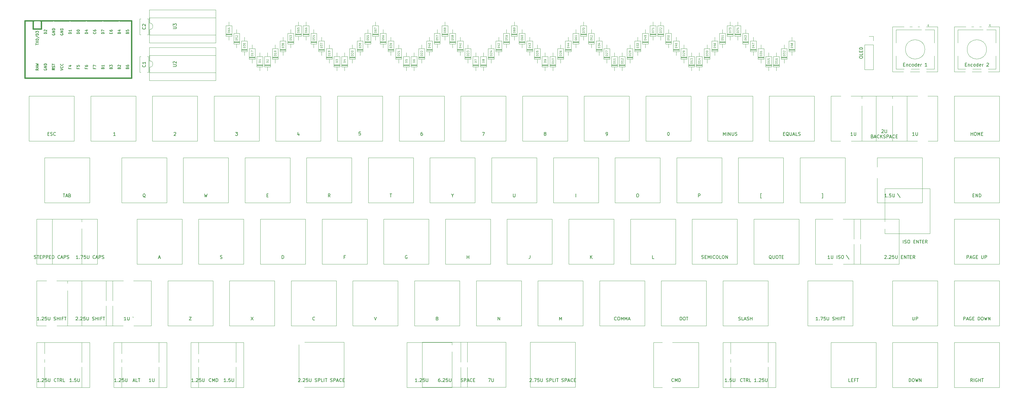
<source format=gto>
G04 #@! TF.GenerationSoftware,KiCad,Pcbnew,9.0.2*
G04 #@! TF.CreationDate,2025-07-10T02:03:08+05:30*
G04 #@! TF.ProjectId,meowboard,6d656f77-626f-4617-9264-2e6b69636164,rev?*
G04 #@! TF.SameCoordinates,Original*
G04 #@! TF.FileFunction,Legend,Top*
G04 #@! TF.FilePolarity,Positive*
%FSLAX46Y46*%
G04 Gerber Fmt 4.6, Leading zero omitted, Abs format (unit mm)*
G04 Created by KiCad (PCBNEW 9.0.2) date 2025-07-10 02:03:08*
%MOMM*%
%LPD*%
G01*
G04 APERTURE LIST*
%ADD10C,0.150000*%
%ADD11C,0.100000*%
%ADD12C,0.120000*%
%ADD13C,0.381000*%
%ADD14R,1.752600X1.752600*%
%ADD15C,1.752600*%
%ADD16C,0.300000*%
%ADD17C,1.700000*%
%ADD18C,4.000000*%
%ADD19C,2.200000*%
%ADD20C,1.600000*%
%ADD21C,3.050000*%
%ADD22R,1.500000X1.500000*%
%ADD23O,1.500000X1.500000*%
%ADD24R,1.600000X1.600000*%
%ADD25O,1.600000X1.600000*%
%ADD26R,1.700000X1.700000*%
%ADD27O,1.700000X1.700000*%
%ADD28O,2.000000X3.200000*%
%ADD29R,2.000000X2.000000*%
%ADD30C,2.000000*%
G04 APERTURE END LIST*
D10*
X138665476Y-76188152D02*
X138665476Y-76854819D01*
X138427381Y-75807200D02*
X138189286Y-76521485D01*
X138189286Y-76521485D02*
X138808333Y-76521485D01*
X243429762Y-94954819D02*
X243620238Y-94954819D01*
X243620238Y-94954819D02*
X243715476Y-95002438D01*
X243715476Y-95002438D02*
X243810714Y-95097676D01*
X243810714Y-95097676D02*
X243858333Y-95288152D01*
X243858333Y-95288152D02*
X243858333Y-95621485D01*
X243858333Y-95621485D02*
X243810714Y-95811961D01*
X243810714Y-95811961D02*
X243715476Y-95907200D01*
X243715476Y-95907200D02*
X243620238Y-95954819D01*
X243620238Y-95954819D02*
X243429762Y-95954819D01*
X243429762Y-95954819D02*
X243334524Y-95907200D01*
X243334524Y-95907200D02*
X243239286Y-95811961D01*
X243239286Y-95811961D02*
X243191667Y-95621485D01*
X243191667Y-95621485D02*
X243191667Y-95288152D01*
X243191667Y-95288152D02*
X243239286Y-95097676D01*
X243239286Y-95097676D02*
X243334524Y-95002438D01*
X243334524Y-95002438D02*
X243429762Y-94954819D01*
X56717857Y-115007200D02*
X56860714Y-115054819D01*
X56860714Y-115054819D02*
X57098809Y-115054819D01*
X57098809Y-115054819D02*
X57194047Y-115007200D01*
X57194047Y-115007200D02*
X57241666Y-114959580D01*
X57241666Y-114959580D02*
X57289285Y-114864342D01*
X57289285Y-114864342D02*
X57289285Y-114769104D01*
X57289285Y-114769104D02*
X57241666Y-114673866D01*
X57241666Y-114673866D02*
X57194047Y-114626247D01*
X57194047Y-114626247D02*
X57098809Y-114578628D01*
X57098809Y-114578628D02*
X56908333Y-114531009D01*
X56908333Y-114531009D02*
X56813095Y-114483390D01*
X56813095Y-114483390D02*
X56765476Y-114435771D01*
X56765476Y-114435771D02*
X56717857Y-114340533D01*
X56717857Y-114340533D02*
X56717857Y-114245295D01*
X56717857Y-114245295D02*
X56765476Y-114150057D01*
X56765476Y-114150057D02*
X56813095Y-114102438D01*
X56813095Y-114102438D02*
X56908333Y-114054819D01*
X56908333Y-114054819D02*
X57146428Y-114054819D01*
X57146428Y-114054819D02*
X57289285Y-114102438D01*
X57575000Y-114054819D02*
X58146428Y-114054819D01*
X57860714Y-115054819D02*
X57860714Y-114054819D01*
X58479762Y-114531009D02*
X58813095Y-114531009D01*
X58955952Y-115054819D02*
X58479762Y-115054819D01*
X58479762Y-115054819D02*
X58479762Y-114054819D01*
X58479762Y-114054819D02*
X58955952Y-114054819D01*
X59384524Y-115054819D02*
X59384524Y-114054819D01*
X59384524Y-114054819D02*
X59765476Y-114054819D01*
X59765476Y-114054819D02*
X59860714Y-114102438D01*
X59860714Y-114102438D02*
X59908333Y-114150057D01*
X59908333Y-114150057D02*
X59955952Y-114245295D01*
X59955952Y-114245295D02*
X59955952Y-114388152D01*
X59955952Y-114388152D02*
X59908333Y-114483390D01*
X59908333Y-114483390D02*
X59860714Y-114531009D01*
X59860714Y-114531009D02*
X59765476Y-114578628D01*
X59765476Y-114578628D02*
X59384524Y-114578628D01*
X60384524Y-115054819D02*
X60384524Y-114054819D01*
X60384524Y-114054819D02*
X60765476Y-114054819D01*
X60765476Y-114054819D02*
X60860714Y-114102438D01*
X60860714Y-114102438D02*
X60908333Y-114150057D01*
X60908333Y-114150057D02*
X60955952Y-114245295D01*
X60955952Y-114245295D02*
X60955952Y-114388152D01*
X60955952Y-114388152D02*
X60908333Y-114483390D01*
X60908333Y-114483390D02*
X60860714Y-114531009D01*
X60860714Y-114531009D02*
X60765476Y-114578628D01*
X60765476Y-114578628D02*
X60384524Y-114578628D01*
X61384524Y-114531009D02*
X61717857Y-114531009D01*
X61860714Y-115054819D02*
X61384524Y-115054819D01*
X61384524Y-115054819D02*
X61384524Y-114054819D01*
X61384524Y-114054819D02*
X61860714Y-114054819D01*
X62289286Y-115054819D02*
X62289286Y-114054819D01*
X62289286Y-114054819D02*
X62527381Y-114054819D01*
X62527381Y-114054819D02*
X62670238Y-114102438D01*
X62670238Y-114102438D02*
X62765476Y-114197676D01*
X62765476Y-114197676D02*
X62813095Y-114292914D01*
X62813095Y-114292914D02*
X62860714Y-114483390D01*
X62860714Y-114483390D02*
X62860714Y-114626247D01*
X62860714Y-114626247D02*
X62813095Y-114816723D01*
X62813095Y-114816723D02*
X62765476Y-114911961D01*
X62765476Y-114911961D02*
X62670238Y-115007200D01*
X62670238Y-115007200D02*
X62527381Y-115054819D01*
X62527381Y-115054819D02*
X62289286Y-115054819D01*
X64622619Y-114959580D02*
X64575000Y-115007200D01*
X64575000Y-115007200D02*
X64432143Y-115054819D01*
X64432143Y-115054819D02*
X64336905Y-115054819D01*
X64336905Y-115054819D02*
X64194048Y-115007200D01*
X64194048Y-115007200D02*
X64098810Y-114911961D01*
X64098810Y-114911961D02*
X64051191Y-114816723D01*
X64051191Y-114816723D02*
X64003572Y-114626247D01*
X64003572Y-114626247D02*
X64003572Y-114483390D01*
X64003572Y-114483390D02*
X64051191Y-114292914D01*
X64051191Y-114292914D02*
X64098810Y-114197676D01*
X64098810Y-114197676D02*
X64194048Y-114102438D01*
X64194048Y-114102438D02*
X64336905Y-114054819D01*
X64336905Y-114054819D02*
X64432143Y-114054819D01*
X64432143Y-114054819D02*
X64575000Y-114102438D01*
X64575000Y-114102438D02*
X64622619Y-114150057D01*
X65003572Y-114769104D02*
X65479762Y-114769104D01*
X64908334Y-115054819D02*
X65241667Y-114054819D01*
X65241667Y-114054819D02*
X65575000Y-115054819D01*
X65908334Y-115054819D02*
X65908334Y-114054819D01*
X65908334Y-114054819D02*
X66289286Y-114054819D01*
X66289286Y-114054819D02*
X66384524Y-114102438D01*
X66384524Y-114102438D02*
X66432143Y-114150057D01*
X66432143Y-114150057D02*
X66479762Y-114245295D01*
X66479762Y-114245295D02*
X66479762Y-114388152D01*
X66479762Y-114388152D02*
X66432143Y-114483390D01*
X66432143Y-114483390D02*
X66384524Y-114531009D01*
X66384524Y-114531009D02*
X66289286Y-114578628D01*
X66289286Y-114578628D02*
X65908334Y-114578628D01*
X66860715Y-115007200D02*
X67003572Y-115054819D01*
X67003572Y-115054819D02*
X67241667Y-115054819D01*
X67241667Y-115054819D02*
X67336905Y-115007200D01*
X67336905Y-115007200D02*
X67384524Y-114959580D01*
X67384524Y-114959580D02*
X67432143Y-114864342D01*
X67432143Y-114864342D02*
X67432143Y-114769104D01*
X67432143Y-114769104D02*
X67384524Y-114673866D01*
X67384524Y-114673866D02*
X67336905Y-114626247D01*
X67336905Y-114626247D02*
X67241667Y-114578628D01*
X67241667Y-114578628D02*
X67051191Y-114531009D01*
X67051191Y-114531009D02*
X66955953Y-114483390D01*
X66955953Y-114483390D02*
X66908334Y-114435771D01*
X66908334Y-114435771D02*
X66860715Y-114340533D01*
X66860715Y-114340533D02*
X66860715Y-114245295D01*
X66860715Y-114245295D02*
X66908334Y-114150057D01*
X66908334Y-114150057D02*
X66955953Y-114102438D01*
X66955953Y-114102438D02*
X67051191Y-114054819D01*
X67051191Y-114054819D02*
X67289286Y-114054819D01*
X67289286Y-114054819D02*
X67432143Y-114102438D01*
X95261905Y-114769104D02*
X95738095Y-114769104D01*
X95166667Y-115054819D02*
X95500000Y-114054819D01*
X95500000Y-114054819D02*
X95833333Y-115054819D01*
X263376191Y-115007200D02*
X263519048Y-115054819D01*
X263519048Y-115054819D02*
X263757143Y-115054819D01*
X263757143Y-115054819D02*
X263852381Y-115007200D01*
X263852381Y-115007200D02*
X263900000Y-114959580D01*
X263900000Y-114959580D02*
X263947619Y-114864342D01*
X263947619Y-114864342D02*
X263947619Y-114769104D01*
X263947619Y-114769104D02*
X263900000Y-114673866D01*
X263900000Y-114673866D02*
X263852381Y-114626247D01*
X263852381Y-114626247D02*
X263757143Y-114578628D01*
X263757143Y-114578628D02*
X263566667Y-114531009D01*
X263566667Y-114531009D02*
X263471429Y-114483390D01*
X263471429Y-114483390D02*
X263423810Y-114435771D01*
X263423810Y-114435771D02*
X263376191Y-114340533D01*
X263376191Y-114340533D02*
X263376191Y-114245295D01*
X263376191Y-114245295D02*
X263423810Y-114150057D01*
X263423810Y-114150057D02*
X263471429Y-114102438D01*
X263471429Y-114102438D02*
X263566667Y-114054819D01*
X263566667Y-114054819D02*
X263804762Y-114054819D01*
X263804762Y-114054819D02*
X263947619Y-114102438D01*
X264376191Y-114531009D02*
X264709524Y-114531009D01*
X264852381Y-115054819D02*
X264376191Y-115054819D01*
X264376191Y-115054819D02*
X264376191Y-114054819D01*
X264376191Y-114054819D02*
X264852381Y-114054819D01*
X265280953Y-115054819D02*
X265280953Y-114054819D01*
X265280953Y-114054819D02*
X265614286Y-114769104D01*
X265614286Y-114769104D02*
X265947619Y-114054819D01*
X265947619Y-114054819D02*
X265947619Y-115054819D01*
X266423810Y-115054819D02*
X266423810Y-114054819D01*
X267471428Y-114959580D02*
X267423809Y-115007200D01*
X267423809Y-115007200D02*
X267280952Y-115054819D01*
X267280952Y-115054819D02*
X267185714Y-115054819D01*
X267185714Y-115054819D02*
X267042857Y-115007200D01*
X267042857Y-115007200D02*
X266947619Y-114911961D01*
X266947619Y-114911961D02*
X266900000Y-114816723D01*
X266900000Y-114816723D02*
X266852381Y-114626247D01*
X266852381Y-114626247D02*
X266852381Y-114483390D01*
X266852381Y-114483390D02*
X266900000Y-114292914D01*
X266900000Y-114292914D02*
X266947619Y-114197676D01*
X266947619Y-114197676D02*
X267042857Y-114102438D01*
X267042857Y-114102438D02*
X267185714Y-114054819D01*
X267185714Y-114054819D02*
X267280952Y-114054819D01*
X267280952Y-114054819D02*
X267423809Y-114102438D01*
X267423809Y-114102438D02*
X267471428Y-114150057D01*
X268090476Y-114054819D02*
X268280952Y-114054819D01*
X268280952Y-114054819D02*
X268376190Y-114102438D01*
X268376190Y-114102438D02*
X268471428Y-114197676D01*
X268471428Y-114197676D02*
X268519047Y-114388152D01*
X268519047Y-114388152D02*
X268519047Y-114721485D01*
X268519047Y-114721485D02*
X268471428Y-114911961D01*
X268471428Y-114911961D02*
X268376190Y-115007200D01*
X268376190Y-115007200D02*
X268280952Y-115054819D01*
X268280952Y-115054819D02*
X268090476Y-115054819D01*
X268090476Y-115054819D02*
X267995238Y-115007200D01*
X267995238Y-115007200D02*
X267900000Y-114911961D01*
X267900000Y-114911961D02*
X267852381Y-114721485D01*
X267852381Y-114721485D02*
X267852381Y-114388152D01*
X267852381Y-114388152D02*
X267900000Y-114197676D01*
X267900000Y-114197676D02*
X267995238Y-114102438D01*
X267995238Y-114102438D02*
X268090476Y-114054819D01*
X269423809Y-115054819D02*
X268947619Y-115054819D01*
X268947619Y-115054819D02*
X268947619Y-114054819D01*
X269947619Y-114054819D02*
X270138095Y-114054819D01*
X270138095Y-114054819D02*
X270233333Y-114102438D01*
X270233333Y-114102438D02*
X270328571Y-114197676D01*
X270328571Y-114197676D02*
X270376190Y-114388152D01*
X270376190Y-114388152D02*
X270376190Y-114721485D01*
X270376190Y-114721485D02*
X270328571Y-114911961D01*
X270328571Y-114911961D02*
X270233333Y-115007200D01*
X270233333Y-115007200D02*
X270138095Y-115054819D01*
X270138095Y-115054819D02*
X269947619Y-115054819D01*
X269947619Y-115054819D02*
X269852381Y-115007200D01*
X269852381Y-115007200D02*
X269757143Y-114911961D01*
X269757143Y-114911961D02*
X269709524Y-114721485D01*
X269709524Y-114721485D02*
X269709524Y-114388152D01*
X269709524Y-114388152D02*
X269757143Y-114197676D01*
X269757143Y-114197676D02*
X269852381Y-114102438D01*
X269852381Y-114102438D02*
X269947619Y-114054819D01*
X270804762Y-115054819D02*
X270804762Y-114054819D01*
X270804762Y-114054819D02*
X271376190Y-115054819D01*
X271376190Y-115054819D02*
X271376190Y-114054819D01*
X116035119Y-153254819D02*
X115463691Y-153254819D01*
X115749405Y-153254819D02*
X115749405Y-152254819D01*
X115749405Y-152254819D02*
X115654167Y-152397676D01*
X115654167Y-152397676D02*
X115558929Y-152492914D01*
X115558929Y-152492914D02*
X115463691Y-152540533D01*
X116463691Y-153159580D02*
X116511310Y-153207200D01*
X116511310Y-153207200D02*
X116463691Y-153254819D01*
X116463691Y-153254819D02*
X116416072Y-153207200D01*
X116416072Y-153207200D02*
X116463691Y-153159580D01*
X116463691Y-153159580D02*
X116463691Y-153254819D01*
X117416071Y-152254819D02*
X116939881Y-152254819D01*
X116939881Y-152254819D02*
X116892262Y-152731009D01*
X116892262Y-152731009D02*
X116939881Y-152683390D01*
X116939881Y-152683390D02*
X117035119Y-152635771D01*
X117035119Y-152635771D02*
X117273214Y-152635771D01*
X117273214Y-152635771D02*
X117368452Y-152683390D01*
X117368452Y-152683390D02*
X117416071Y-152731009D01*
X117416071Y-152731009D02*
X117463690Y-152826247D01*
X117463690Y-152826247D02*
X117463690Y-153064342D01*
X117463690Y-153064342D02*
X117416071Y-153159580D01*
X117416071Y-153159580D02*
X117368452Y-153207200D01*
X117368452Y-153207200D02*
X117273214Y-153254819D01*
X117273214Y-153254819D02*
X117035119Y-153254819D01*
X117035119Y-153254819D02*
X116939881Y-153207200D01*
X116939881Y-153207200D02*
X116892262Y-153159580D01*
X117892262Y-152254819D02*
X117892262Y-153064342D01*
X117892262Y-153064342D02*
X117939881Y-153159580D01*
X117939881Y-153159580D02*
X117987500Y-153207200D01*
X117987500Y-153207200D02*
X118082738Y-153254819D01*
X118082738Y-153254819D02*
X118273214Y-153254819D01*
X118273214Y-153254819D02*
X118368452Y-153207200D01*
X118368452Y-153207200D02*
X118416071Y-153159580D01*
X118416071Y-153159580D02*
X118463690Y-153064342D01*
X118463690Y-153064342D02*
X118463690Y-152254819D01*
X309422618Y-153254819D02*
X308946428Y-153254819D01*
X308946428Y-153254819D02*
X308946428Y-152254819D01*
X309755952Y-152731009D02*
X310089285Y-152731009D01*
X310232142Y-153254819D02*
X309755952Y-153254819D01*
X309755952Y-153254819D02*
X309755952Y-152254819D01*
X309755952Y-152254819D02*
X310232142Y-152254819D01*
X310994047Y-152731009D02*
X310660714Y-152731009D01*
X310660714Y-153254819D02*
X310660714Y-152254819D01*
X310660714Y-152254819D02*
X311136904Y-152254819D01*
X311375000Y-152254819D02*
X311946428Y-152254819D01*
X311660714Y-153254819D02*
X311660714Y-152254819D01*
X303028571Y-115054819D02*
X302457143Y-115054819D01*
X302742857Y-115054819D02*
X302742857Y-114054819D01*
X302742857Y-114054819D02*
X302647619Y-114197676D01*
X302647619Y-114197676D02*
X302552381Y-114292914D01*
X302552381Y-114292914D02*
X302457143Y-114340533D01*
X303457143Y-114054819D02*
X303457143Y-114864342D01*
X303457143Y-114864342D02*
X303504762Y-114959580D01*
X303504762Y-114959580D02*
X303552381Y-115007200D01*
X303552381Y-115007200D02*
X303647619Y-115054819D01*
X303647619Y-115054819D02*
X303838095Y-115054819D01*
X303838095Y-115054819D02*
X303933333Y-115007200D01*
X303933333Y-115007200D02*
X303980952Y-114959580D01*
X303980952Y-114959580D02*
X304028571Y-114864342D01*
X304028571Y-114864342D02*
X304028571Y-114054819D01*
X305266667Y-115054819D02*
X305266667Y-114054819D01*
X305695238Y-115007200D02*
X305838095Y-115054819D01*
X305838095Y-115054819D02*
X306076190Y-115054819D01*
X306076190Y-115054819D02*
X306171428Y-115007200D01*
X306171428Y-115007200D02*
X306219047Y-114959580D01*
X306219047Y-114959580D02*
X306266666Y-114864342D01*
X306266666Y-114864342D02*
X306266666Y-114769104D01*
X306266666Y-114769104D02*
X306219047Y-114673866D01*
X306219047Y-114673866D02*
X306171428Y-114626247D01*
X306171428Y-114626247D02*
X306076190Y-114578628D01*
X306076190Y-114578628D02*
X305885714Y-114531009D01*
X305885714Y-114531009D02*
X305790476Y-114483390D01*
X305790476Y-114483390D02*
X305742857Y-114435771D01*
X305742857Y-114435771D02*
X305695238Y-114340533D01*
X305695238Y-114340533D02*
X305695238Y-114245295D01*
X305695238Y-114245295D02*
X305742857Y-114150057D01*
X305742857Y-114150057D02*
X305790476Y-114102438D01*
X305790476Y-114102438D02*
X305885714Y-114054819D01*
X305885714Y-114054819D02*
X306123809Y-114054819D01*
X306123809Y-114054819D02*
X306266666Y-114102438D01*
X306885714Y-114054819D02*
X307076190Y-114054819D01*
X307076190Y-114054819D02*
X307171428Y-114102438D01*
X307171428Y-114102438D02*
X307266666Y-114197676D01*
X307266666Y-114197676D02*
X307314285Y-114388152D01*
X307314285Y-114388152D02*
X307314285Y-114721485D01*
X307314285Y-114721485D02*
X307266666Y-114911961D01*
X307266666Y-114911961D02*
X307171428Y-115007200D01*
X307171428Y-115007200D02*
X307076190Y-115054819D01*
X307076190Y-115054819D02*
X306885714Y-115054819D01*
X306885714Y-115054819D02*
X306790476Y-115007200D01*
X306790476Y-115007200D02*
X306695238Y-114911961D01*
X306695238Y-114911961D02*
X306647619Y-114721485D01*
X306647619Y-114721485D02*
X306647619Y-114388152D01*
X306647619Y-114388152D02*
X306695238Y-114197676D01*
X306695238Y-114197676D02*
X306790476Y-114102438D01*
X306790476Y-114102438D02*
X306885714Y-114054819D01*
X308171428Y-113959580D02*
X309028571Y-115245295D01*
X205039286Y-94954819D02*
X205039286Y-95764342D01*
X205039286Y-95764342D02*
X205086905Y-95859580D01*
X205086905Y-95859580D02*
X205134524Y-95907200D01*
X205134524Y-95907200D02*
X205229762Y-95954819D01*
X205229762Y-95954819D02*
X205420238Y-95954819D01*
X205420238Y-95954819D02*
X205515476Y-95907200D01*
X205515476Y-95907200D02*
X205563095Y-95859580D01*
X205563095Y-95859580D02*
X205610714Y-95764342D01*
X205610714Y-95764342D02*
X205610714Y-94954819D01*
X319115476Y-75145085D02*
X319163095Y-75097466D01*
X319163095Y-75097466D02*
X319258333Y-75049847D01*
X319258333Y-75049847D02*
X319496428Y-75049847D01*
X319496428Y-75049847D02*
X319591666Y-75097466D01*
X319591666Y-75097466D02*
X319639285Y-75145085D01*
X319639285Y-75145085D02*
X319686904Y-75240323D01*
X319686904Y-75240323D02*
X319686904Y-75335561D01*
X319686904Y-75335561D02*
X319639285Y-75478418D01*
X319639285Y-75478418D02*
X319067857Y-76049847D01*
X319067857Y-76049847D02*
X319686904Y-76049847D01*
X320115476Y-75049847D02*
X320115476Y-75859370D01*
X320115476Y-75859370D02*
X320163095Y-75954608D01*
X320163095Y-75954608D02*
X320210714Y-76002228D01*
X320210714Y-76002228D02*
X320305952Y-76049847D01*
X320305952Y-76049847D02*
X320496428Y-76049847D01*
X320496428Y-76049847D02*
X320591666Y-76002228D01*
X320591666Y-76002228D02*
X320639285Y-75954608D01*
X320639285Y-75954608D02*
X320686904Y-75859370D01*
X320686904Y-75859370D02*
X320686904Y-75049847D01*
X316210714Y-77135981D02*
X316353571Y-77183600D01*
X316353571Y-77183600D02*
X316401190Y-77231219D01*
X316401190Y-77231219D02*
X316448809Y-77326457D01*
X316448809Y-77326457D02*
X316448809Y-77469314D01*
X316448809Y-77469314D02*
X316401190Y-77564552D01*
X316401190Y-77564552D02*
X316353571Y-77612172D01*
X316353571Y-77612172D02*
X316258333Y-77659791D01*
X316258333Y-77659791D02*
X315877381Y-77659791D01*
X315877381Y-77659791D02*
X315877381Y-76659791D01*
X315877381Y-76659791D02*
X316210714Y-76659791D01*
X316210714Y-76659791D02*
X316305952Y-76707410D01*
X316305952Y-76707410D02*
X316353571Y-76755029D01*
X316353571Y-76755029D02*
X316401190Y-76850267D01*
X316401190Y-76850267D02*
X316401190Y-76945505D01*
X316401190Y-76945505D02*
X316353571Y-77040743D01*
X316353571Y-77040743D02*
X316305952Y-77088362D01*
X316305952Y-77088362D02*
X316210714Y-77135981D01*
X316210714Y-77135981D02*
X315877381Y-77135981D01*
X316829762Y-77374076D02*
X317305952Y-77374076D01*
X316734524Y-77659791D02*
X317067857Y-76659791D01*
X317067857Y-76659791D02*
X317401190Y-77659791D01*
X318305952Y-77564552D02*
X318258333Y-77612172D01*
X318258333Y-77612172D02*
X318115476Y-77659791D01*
X318115476Y-77659791D02*
X318020238Y-77659791D01*
X318020238Y-77659791D02*
X317877381Y-77612172D01*
X317877381Y-77612172D02*
X317782143Y-77516933D01*
X317782143Y-77516933D02*
X317734524Y-77421695D01*
X317734524Y-77421695D02*
X317686905Y-77231219D01*
X317686905Y-77231219D02*
X317686905Y-77088362D01*
X317686905Y-77088362D02*
X317734524Y-76897886D01*
X317734524Y-76897886D02*
X317782143Y-76802648D01*
X317782143Y-76802648D02*
X317877381Y-76707410D01*
X317877381Y-76707410D02*
X318020238Y-76659791D01*
X318020238Y-76659791D02*
X318115476Y-76659791D01*
X318115476Y-76659791D02*
X318258333Y-76707410D01*
X318258333Y-76707410D02*
X318305952Y-76755029D01*
X318734524Y-77659791D02*
X318734524Y-76659791D01*
X319305952Y-77659791D02*
X318877381Y-77088362D01*
X319305952Y-76659791D02*
X318734524Y-77231219D01*
X319686905Y-77612172D02*
X319829762Y-77659791D01*
X319829762Y-77659791D02*
X320067857Y-77659791D01*
X320067857Y-77659791D02*
X320163095Y-77612172D01*
X320163095Y-77612172D02*
X320210714Y-77564552D01*
X320210714Y-77564552D02*
X320258333Y-77469314D01*
X320258333Y-77469314D02*
X320258333Y-77374076D01*
X320258333Y-77374076D02*
X320210714Y-77278838D01*
X320210714Y-77278838D02*
X320163095Y-77231219D01*
X320163095Y-77231219D02*
X320067857Y-77183600D01*
X320067857Y-77183600D02*
X319877381Y-77135981D01*
X319877381Y-77135981D02*
X319782143Y-77088362D01*
X319782143Y-77088362D02*
X319734524Y-77040743D01*
X319734524Y-77040743D02*
X319686905Y-76945505D01*
X319686905Y-76945505D02*
X319686905Y-76850267D01*
X319686905Y-76850267D02*
X319734524Y-76755029D01*
X319734524Y-76755029D02*
X319782143Y-76707410D01*
X319782143Y-76707410D02*
X319877381Y-76659791D01*
X319877381Y-76659791D02*
X320115476Y-76659791D01*
X320115476Y-76659791D02*
X320258333Y-76707410D01*
X320686905Y-77659791D02*
X320686905Y-76659791D01*
X320686905Y-76659791D02*
X321067857Y-76659791D01*
X321067857Y-76659791D02*
X321163095Y-76707410D01*
X321163095Y-76707410D02*
X321210714Y-76755029D01*
X321210714Y-76755029D02*
X321258333Y-76850267D01*
X321258333Y-76850267D02*
X321258333Y-76993124D01*
X321258333Y-76993124D02*
X321210714Y-77088362D01*
X321210714Y-77088362D02*
X321163095Y-77135981D01*
X321163095Y-77135981D02*
X321067857Y-77183600D01*
X321067857Y-77183600D02*
X320686905Y-77183600D01*
X321639286Y-77374076D02*
X322115476Y-77374076D01*
X321544048Y-77659791D02*
X321877381Y-76659791D01*
X321877381Y-76659791D02*
X322210714Y-77659791D01*
X323115476Y-77564552D02*
X323067857Y-77612172D01*
X323067857Y-77612172D02*
X322925000Y-77659791D01*
X322925000Y-77659791D02*
X322829762Y-77659791D01*
X322829762Y-77659791D02*
X322686905Y-77612172D01*
X322686905Y-77612172D02*
X322591667Y-77516933D01*
X322591667Y-77516933D02*
X322544048Y-77421695D01*
X322544048Y-77421695D02*
X322496429Y-77231219D01*
X322496429Y-77231219D02*
X322496429Y-77088362D01*
X322496429Y-77088362D02*
X322544048Y-76897886D01*
X322544048Y-76897886D02*
X322591667Y-76802648D01*
X322591667Y-76802648D02*
X322686905Y-76707410D01*
X322686905Y-76707410D02*
X322829762Y-76659791D01*
X322829762Y-76659791D02*
X322925000Y-76659791D01*
X322925000Y-76659791D02*
X323067857Y-76707410D01*
X323067857Y-76707410D02*
X323115476Y-76755029D01*
X323544048Y-77135981D02*
X323877381Y-77135981D01*
X324020238Y-77659791D02*
X323544048Y-77659791D01*
X323544048Y-77659791D02*
X323544048Y-76659791D01*
X323544048Y-76659791D02*
X324020238Y-76659791D01*
X299355357Y-134154819D02*
X298783929Y-134154819D01*
X299069643Y-134154819D02*
X299069643Y-133154819D01*
X299069643Y-133154819D02*
X298974405Y-133297676D01*
X298974405Y-133297676D02*
X298879167Y-133392914D01*
X298879167Y-133392914D02*
X298783929Y-133440533D01*
X299783929Y-134059580D02*
X299831548Y-134107200D01*
X299831548Y-134107200D02*
X299783929Y-134154819D01*
X299783929Y-134154819D02*
X299736310Y-134107200D01*
X299736310Y-134107200D02*
X299783929Y-134059580D01*
X299783929Y-134059580D02*
X299783929Y-134154819D01*
X300164881Y-133154819D02*
X300831547Y-133154819D01*
X300831547Y-133154819D02*
X300402976Y-134154819D01*
X301688690Y-133154819D02*
X301212500Y-133154819D01*
X301212500Y-133154819D02*
X301164881Y-133631009D01*
X301164881Y-133631009D02*
X301212500Y-133583390D01*
X301212500Y-133583390D02*
X301307738Y-133535771D01*
X301307738Y-133535771D02*
X301545833Y-133535771D01*
X301545833Y-133535771D02*
X301641071Y-133583390D01*
X301641071Y-133583390D02*
X301688690Y-133631009D01*
X301688690Y-133631009D02*
X301736309Y-133726247D01*
X301736309Y-133726247D02*
X301736309Y-133964342D01*
X301736309Y-133964342D02*
X301688690Y-134059580D01*
X301688690Y-134059580D02*
X301641071Y-134107200D01*
X301641071Y-134107200D02*
X301545833Y-134154819D01*
X301545833Y-134154819D02*
X301307738Y-134154819D01*
X301307738Y-134154819D02*
X301212500Y-134107200D01*
X301212500Y-134107200D02*
X301164881Y-134059580D01*
X302164881Y-133154819D02*
X302164881Y-133964342D01*
X302164881Y-133964342D02*
X302212500Y-134059580D01*
X302212500Y-134059580D02*
X302260119Y-134107200D01*
X302260119Y-134107200D02*
X302355357Y-134154819D01*
X302355357Y-134154819D02*
X302545833Y-134154819D01*
X302545833Y-134154819D02*
X302641071Y-134107200D01*
X302641071Y-134107200D02*
X302688690Y-134059580D01*
X302688690Y-134059580D02*
X302736309Y-133964342D01*
X302736309Y-133964342D02*
X302736309Y-133154819D01*
X303926786Y-134107200D02*
X304069643Y-134154819D01*
X304069643Y-134154819D02*
X304307738Y-134154819D01*
X304307738Y-134154819D02*
X304402976Y-134107200D01*
X304402976Y-134107200D02*
X304450595Y-134059580D01*
X304450595Y-134059580D02*
X304498214Y-133964342D01*
X304498214Y-133964342D02*
X304498214Y-133869104D01*
X304498214Y-133869104D02*
X304450595Y-133773866D01*
X304450595Y-133773866D02*
X304402976Y-133726247D01*
X304402976Y-133726247D02*
X304307738Y-133678628D01*
X304307738Y-133678628D02*
X304117262Y-133631009D01*
X304117262Y-133631009D02*
X304022024Y-133583390D01*
X304022024Y-133583390D02*
X303974405Y-133535771D01*
X303974405Y-133535771D02*
X303926786Y-133440533D01*
X303926786Y-133440533D02*
X303926786Y-133345295D01*
X303926786Y-133345295D02*
X303974405Y-133250057D01*
X303974405Y-133250057D02*
X304022024Y-133202438D01*
X304022024Y-133202438D02*
X304117262Y-133154819D01*
X304117262Y-133154819D02*
X304355357Y-133154819D01*
X304355357Y-133154819D02*
X304498214Y-133202438D01*
X304926786Y-134154819D02*
X304926786Y-133154819D01*
X304926786Y-133631009D02*
X305498214Y-133631009D01*
X305498214Y-134154819D02*
X305498214Y-133154819D01*
X305974405Y-134154819D02*
X305974405Y-133154819D01*
X306783928Y-133631009D02*
X306450595Y-133631009D01*
X306450595Y-134154819D02*
X306450595Y-133154819D01*
X306450595Y-133154819D02*
X306926785Y-133154819D01*
X307164881Y-133154819D02*
X307736309Y-133154819D01*
X307450595Y-134154819D02*
X307450595Y-133154819D01*
X68285119Y-153254819D02*
X67713691Y-153254819D01*
X67999405Y-153254819D02*
X67999405Y-152254819D01*
X67999405Y-152254819D02*
X67904167Y-152397676D01*
X67904167Y-152397676D02*
X67808929Y-152492914D01*
X67808929Y-152492914D02*
X67713691Y-152540533D01*
X68713691Y-153159580D02*
X68761310Y-153207200D01*
X68761310Y-153207200D02*
X68713691Y-153254819D01*
X68713691Y-153254819D02*
X68666072Y-153207200D01*
X68666072Y-153207200D02*
X68713691Y-153159580D01*
X68713691Y-153159580D02*
X68713691Y-153254819D01*
X69666071Y-152254819D02*
X69189881Y-152254819D01*
X69189881Y-152254819D02*
X69142262Y-152731009D01*
X69142262Y-152731009D02*
X69189881Y-152683390D01*
X69189881Y-152683390D02*
X69285119Y-152635771D01*
X69285119Y-152635771D02*
X69523214Y-152635771D01*
X69523214Y-152635771D02*
X69618452Y-152683390D01*
X69618452Y-152683390D02*
X69666071Y-152731009D01*
X69666071Y-152731009D02*
X69713690Y-152826247D01*
X69713690Y-152826247D02*
X69713690Y-153064342D01*
X69713690Y-153064342D02*
X69666071Y-153159580D01*
X69666071Y-153159580D02*
X69618452Y-153207200D01*
X69618452Y-153207200D02*
X69523214Y-153254819D01*
X69523214Y-153254819D02*
X69285119Y-153254819D01*
X69285119Y-153254819D02*
X69189881Y-153207200D01*
X69189881Y-153207200D02*
X69142262Y-153159580D01*
X70142262Y-152254819D02*
X70142262Y-153064342D01*
X70142262Y-153064342D02*
X70189881Y-153159580D01*
X70189881Y-153159580D02*
X70237500Y-153207200D01*
X70237500Y-153207200D02*
X70332738Y-153254819D01*
X70332738Y-153254819D02*
X70523214Y-153254819D01*
X70523214Y-153254819D02*
X70618452Y-153207200D01*
X70618452Y-153207200D02*
X70666071Y-153159580D01*
X70666071Y-153159580D02*
X70713690Y-153064342D01*
X70713690Y-153064342D02*
X70713690Y-152254819D01*
X345527381Y-115054819D02*
X345527381Y-114054819D01*
X345527381Y-114054819D02*
X345908333Y-114054819D01*
X345908333Y-114054819D02*
X346003571Y-114102438D01*
X346003571Y-114102438D02*
X346051190Y-114150057D01*
X346051190Y-114150057D02*
X346098809Y-114245295D01*
X346098809Y-114245295D02*
X346098809Y-114388152D01*
X346098809Y-114388152D02*
X346051190Y-114483390D01*
X346051190Y-114483390D02*
X346003571Y-114531009D01*
X346003571Y-114531009D02*
X345908333Y-114578628D01*
X345908333Y-114578628D02*
X345527381Y-114578628D01*
X346479762Y-114769104D02*
X346955952Y-114769104D01*
X346384524Y-115054819D02*
X346717857Y-114054819D01*
X346717857Y-114054819D02*
X347051190Y-115054819D01*
X347908333Y-114102438D02*
X347813095Y-114054819D01*
X347813095Y-114054819D02*
X347670238Y-114054819D01*
X347670238Y-114054819D02*
X347527381Y-114102438D01*
X347527381Y-114102438D02*
X347432143Y-114197676D01*
X347432143Y-114197676D02*
X347384524Y-114292914D01*
X347384524Y-114292914D02*
X347336905Y-114483390D01*
X347336905Y-114483390D02*
X347336905Y-114626247D01*
X347336905Y-114626247D02*
X347384524Y-114816723D01*
X347384524Y-114816723D02*
X347432143Y-114911961D01*
X347432143Y-114911961D02*
X347527381Y-115007200D01*
X347527381Y-115007200D02*
X347670238Y-115054819D01*
X347670238Y-115054819D02*
X347765476Y-115054819D01*
X347765476Y-115054819D02*
X347908333Y-115007200D01*
X347908333Y-115007200D02*
X347955952Y-114959580D01*
X347955952Y-114959580D02*
X347955952Y-114626247D01*
X347955952Y-114626247D02*
X347765476Y-114626247D01*
X348384524Y-114531009D02*
X348717857Y-114531009D01*
X348860714Y-115054819D02*
X348384524Y-115054819D01*
X348384524Y-115054819D02*
X348384524Y-114054819D01*
X348384524Y-114054819D02*
X348860714Y-114054819D01*
X350051191Y-114054819D02*
X350051191Y-114864342D01*
X350051191Y-114864342D02*
X350098810Y-114959580D01*
X350098810Y-114959580D02*
X350146429Y-115007200D01*
X350146429Y-115007200D02*
X350241667Y-115054819D01*
X350241667Y-115054819D02*
X350432143Y-115054819D01*
X350432143Y-115054819D02*
X350527381Y-115007200D01*
X350527381Y-115007200D02*
X350575000Y-114959580D01*
X350575000Y-114959580D02*
X350622619Y-114864342D01*
X350622619Y-114864342D02*
X350622619Y-114054819D01*
X351098810Y-115054819D02*
X351098810Y-114054819D01*
X351098810Y-114054819D02*
X351479762Y-114054819D01*
X351479762Y-114054819D02*
X351575000Y-114102438D01*
X351575000Y-114102438D02*
X351622619Y-114150057D01*
X351622619Y-114150057D02*
X351670238Y-114245295D01*
X351670238Y-114245295D02*
X351670238Y-114388152D01*
X351670238Y-114388152D02*
X351622619Y-114483390D01*
X351622619Y-114483390D02*
X351575000Y-114531009D01*
X351575000Y-114531009D02*
X351479762Y-114578628D01*
X351479762Y-114578628D02*
X351098810Y-114578628D01*
X148334523Y-95954819D02*
X148001190Y-95478628D01*
X147763095Y-95954819D02*
X147763095Y-94954819D01*
X147763095Y-94954819D02*
X148144047Y-94954819D01*
X148144047Y-94954819D02*
X148239285Y-95002438D01*
X148239285Y-95002438D02*
X148286904Y-95050057D01*
X148286904Y-95050057D02*
X148334523Y-95145295D01*
X148334523Y-95145295D02*
X148334523Y-95288152D01*
X148334523Y-95288152D02*
X148286904Y-95383390D01*
X148286904Y-95383390D02*
X148239285Y-95431009D01*
X148239285Y-95431009D02*
X148144047Y-95478628D01*
X148144047Y-95478628D02*
X147763095Y-95478628D01*
X123816667Y-133154819D02*
X124483333Y-134154819D01*
X124483333Y-133154819D02*
X123816667Y-134154819D01*
X152942857Y-114531009D02*
X152609524Y-114531009D01*
X152609524Y-115054819D02*
X152609524Y-114054819D01*
X152609524Y-114054819D02*
X153085714Y-114054819D01*
X281915476Y-96288152D02*
X281677381Y-96288152D01*
X281677381Y-96288152D02*
X281677381Y-94859580D01*
X281677381Y-94859580D02*
X281915476Y-94859580D01*
X320009524Y-114150057D02*
X320057143Y-114102438D01*
X320057143Y-114102438D02*
X320152381Y-114054819D01*
X320152381Y-114054819D02*
X320390476Y-114054819D01*
X320390476Y-114054819D02*
X320485714Y-114102438D01*
X320485714Y-114102438D02*
X320533333Y-114150057D01*
X320533333Y-114150057D02*
X320580952Y-114245295D01*
X320580952Y-114245295D02*
X320580952Y-114340533D01*
X320580952Y-114340533D02*
X320533333Y-114483390D01*
X320533333Y-114483390D02*
X319961905Y-115054819D01*
X319961905Y-115054819D02*
X320580952Y-115054819D01*
X321009524Y-114959580D02*
X321057143Y-115007200D01*
X321057143Y-115007200D02*
X321009524Y-115054819D01*
X321009524Y-115054819D02*
X320961905Y-115007200D01*
X320961905Y-115007200D02*
X321009524Y-114959580D01*
X321009524Y-114959580D02*
X321009524Y-115054819D01*
X321438095Y-114150057D02*
X321485714Y-114102438D01*
X321485714Y-114102438D02*
X321580952Y-114054819D01*
X321580952Y-114054819D02*
X321819047Y-114054819D01*
X321819047Y-114054819D02*
X321914285Y-114102438D01*
X321914285Y-114102438D02*
X321961904Y-114150057D01*
X321961904Y-114150057D02*
X322009523Y-114245295D01*
X322009523Y-114245295D02*
X322009523Y-114340533D01*
X322009523Y-114340533D02*
X321961904Y-114483390D01*
X321961904Y-114483390D02*
X321390476Y-115054819D01*
X321390476Y-115054819D02*
X322009523Y-115054819D01*
X322914285Y-114054819D02*
X322438095Y-114054819D01*
X322438095Y-114054819D02*
X322390476Y-114531009D01*
X322390476Y-114531009D02*
X322438095Y-114483390D01*
X322438095Y-114483390D02*
X322533333Y-114435771D01*
X322533333Y-114435771D02*
X322771428Y-114435771D01*
X322771428Y-114435771D02*
X322866666Y-114483390D01*
X322866666Y-114483390D02*
X322914285Y-114531009D01*
X322914285Y-114531009D02*
X322961904Y-114626247D01*
X322961904Y-114626247D02*
X322961904Y-114864342D01*
X322961904Y-114864342D02*
X322914285Y-114959580D01*
X322914285Y-114959580D02*
X322866666Y-115007200D01*
X322866666Y-115007200D02*
X322771428Y-115054819D01*
X322771428Y-115054819D02*
X322533333Y-115054819D01*
X322533333Y-115054819D02*
X322438095Y-115007200D01*
X322438095Y-115007200D02*
X322390476Y-114959580D01*
X323390476Y-114054819D02*
X323390476Y-114864342D01*
X323390476Y-114864342D02*
X323438095Y-114959580D01*
X323438095Y-114959580D02*
X323485714Y-115007200D01*
X323485714Y-115007200D02*
X323580952Y-115054819D01*
X323580952Y-115054819D02*
X323771428Y-115054819D01*
X323771428Y-115054819D02*
X323866666Y-115007200D01*
X323866666Y-115007200D02*
X323914285Y-114959580D01*
X323914285Y-114959580D02*
X323961904Y-114864342D01*
X323961904Y-114864342D02*
X323961904Y-114054819D01*
X325200000Y-114531009D02*
X325533333Y-114531009D01*
X325676190Y-115054819D02*
X325200000Y-115054819D01*
X325200000Y-115054819D02*
X325200000Y-114054819D01*
X325200000Y-114054819D02*
X325676190Y-114054819D01*
X326104762Y-115054819D02*
X326104762Y-114054819D01*
X326104762Y-114054819D02*
X326676190Y-115054819D01*
X326676190Y-115054819D02*
X326676190Y-114054819D01*
X327009524Y-114054819D02*
X327580952Y-114054819D01*
X327295238Y-115054819D02*
X327295238Y-114054819D01*
X327914286Y-114531009D02*
X328247619Y-114531009D01*
X328390476Y-115054819D02*
X327914286Y-115054819D01*
X327914286Y-115054819D02*
X327914286Y-114054819D01*
X327914286Y-114054819D02*
X328390476Y-114054819D01*
X329390476Y-115054819D02*
X329057143Y-114578628D01*
X328819048Y-115054819D02*
X328819048Y-114054819D01*
X328819048Y-114054819D02*
X329200000Y-114054819D01*
X329200000Y-114054819D02*
X329295238Y-114102438D01*
X329295238Y-114102438D02*
X329342857Y-114150057D01*
X329342857Y-114150057D02*
X329390476Y-114245295D01*
X329390476Y-114245295D02*
X329390476Y-114388152D01*
X329390476Y-114388152D02*
X329342857Y-114483390D01*
X329342857Y-114483390D02*
X329295238Y-114531009D01*
X329295238Y-114531009D02*
X329200000Y-114578628D01*
X329200000Y-114578628D02*
X328819048Y-114578628D01*
X99989286Y-75950057D02*
X100036905Y-75902438D01*
X100036905Y-75902438D02*
X100132143Y-75854819D01*
X100132143Y-75854819D02*
X100370238Y-75854819D01*
X100370238Y-75854819D02*
X100465476Y-75902438D01*
X100465476Y-75902438D02*
X100513095Y-75950057D01*
X100513095Y-75950057D02*
X100560714Y-76045295D01*
X100560714Y-76045295D02*
X100560714Y-76140533D01*
X100560714Y-76140533D02*
X100513095Y-76283390D01*
X100513095Y-76283390D02*
X99941667Y-76854819D01*
X99941667Y-76854819D02*
X100560714Y-76854819D01*
X181521428Y-133631009D02*
X181664285Y-133678628D01*
X181664285Y-133678628D02*
X181711904Y-133726247D01*
X181711904Y-133726247D02*
X181759523Y-133821485D01*
X181759523Y-133821485D02*
X181759523Y-133964342D01*
X181759523Y-133964342D02*
X181711904Y-134059580D01*
X181711904Y-134059580D02*
X181664285Y-134107200D01*
X181664285Y-134107200D02*
X181569047Y-134154819D01*
X181569047Y-134154819D02*
X181188095Y-134154819D01*
X181188095Y-134154819D02*
X181188095Y-133154819D01*
X181188095Y-133154819D02*
X181521428Y-133154819D01*
X181521428Y-133154819D02*
X181616666Y-133202438D01*
X181616666Y-133202438D02*
X181664285Y-133250057D01*
X181664285Y-133250057D02*
X181711904Y-133345295D01*
X181711904Y-133345295D02*
X181711904Y-133440533D01*
X181711904Y-133440533D02*
X181664285Y-133535771D01*
X181664285Y-133535771D02*
X181616666Y-133583390D01*
X181616666Y-133583390D02*
X181521428Y-133631009D01*
X181521428Y-133631009D02*
X181188095Y-133631009D01*
X274830952Y-134107200D02*
X274973809Y-134154819D01*
X274973809Y-134154819D02*
X275211904Y-134154819D01*
X275211904Y-134154819D02*
X275307142Y-134107200D01*
X275307142Y-134107200D02*
X275354761Y-134059580D01*
X275354761Y-134059580D02*
X275402380Y-133964342D01*
X275402380Y-133964342D02*
X275402380Y-133869104D01*
X275402380Y-133869104D02*
X275354761Y-133773866D01*
X275354761Y-133773866D02*
X275307142Y-133726247D01*
X275307142Y-133726247D02*
X275211904Y-133678628D01*
X275211904Y-133678628D02*
X275021428Y-133631009D01*
X275021428Y-133631009D02*
X274926190Y-133583390D01*
X274926190Y-133583390D02*
X274878571Y-133535771D01*
X274878571Y-133535771D02*
X274830952Y-133440533D01*
X274830952Y-133440533D02*
X274830952Y-133345295D01*
X274830952Y-133345295D02*
X274878571Y-133250057D01*
X274878571Y-133250057D02*
X274926190Y-133202438D01*
X274926190Y-133202438D02*
X275021428Y-133154819D01*
X275021428Y-133154819D02*
X275259523Y-133154819D01*
X275259523Y-133154819D02*
X275402380Y-133202438D01*
X276307142Y-134154819D02*
X275830952Y-134154819D01*
X275830952Y-134154819D02*
X275830952Y-133154819D01*
X276592857Y-133869104D02*
X277069047Y-133869104D01*
X276497619Y-134154819D02*
X276830952Y-133154819D01*
X276830952Y-133154819D02*
X277164285Y-134154819D01*
X277450000Y-134107200D02*
X277592857Y-134154819D01*
X277592857Y-134154819D02*
X277830952Y-134154819D01*
X277830952Y-134154819D02*
X277926190Y-134107200D01*
X277926190Y-134107200D02*
X277973809Y-134059580D01*
X277973809Y-134059580D02*
X278021428Y-133964342D01*
X278021428Y-133964342D02*
X278021428Y-133869104D01*
X278021428Y-133869104D02*
X277973809Y-133773866D01*
X277973809Y-133773866D02*
X277926190Y-133726247D01*
X277926190Y-133726247D02*
X277830952Y-133678628D01*
X277830952Y-133678628D02*
X277640476Y-133631009D01*
X277640476Y-133631009D02*
X277545238Y-133583390D01*
X277545238Y-133583390D02*
X277497619Y-133535771D01*
X277497619Y-133535771D02*
X277450000Y-133440533D01*
X277450000Y-133440533D02*
X277450000Y-133345295D01*
X277450000Y-133345295D02*
X277497619Y-133250057D01*
X277497619Y-133250057D02*
X277545238Y-133202438D01*
X277545238Y-133202438D02*
X277640476Y-133154819D01*
X277640476Y-133154819D02*
X277878571Y-133154819D01*
X277878571Y-133154819D02*
X278021428Y-133202438D01*
X278450000Y-134154819D02*
X278450000Y-133154819D01*
X278450000Y-133631009D02*
X279021428Y-133631009D01*
X279021428Y-134154819D02*
X279021428Y-133154819D01*
X280296428Y-153254819D02*
X279725000Y-153254819D01*
X280010714Y-153254819D02*
X280010714Y-152254819D01*
X280010714Y-152254819D02*
X279915476Y-152397676D01*
X279915476Y-152397676D02*
X279820238Y-152492914D01*
X279820238Y-152492914D02*
X279725000Y-152540533D01*
X280725000Y-153159580D02*
X280772619Y-153207200D01*
X280772619Y-153207200D02*
X280725000Y-153254819D01*
X280725000Y-153254819D02*
X280677381Y-153207200D01*
X280677381Y-153207200D02*
X280725000Y-153159580D01*
X280725000Y-153159580D02*
X280725000Y-153254819D01*
X281153571Y-152350057D02*
X281201190Y-152302438D01*
X281201190Y-152302438D02*
X281296428Y-152254819D01*
X281296428Y-152254819D02*
X281534523Y-152254819D01*
X281534523Y-152254819D02*
X281629761Y-152302438D01*
X281629761Y-152302438D02*
X281677380Y-152350057D01*
X281677380Y-152350057D02*
X281724999Y-152445295D01*
X281724999Y-152445295D02*
X281724999Y-152540533D01*
X281724999Y-152540533D02*
X281677380Y-152683390D01*
X281677380Y-152683390D02*
X281105952Y-153254819D01*
X281105952Y-153254819D02*
X281724999Y-153254819D01*
X282629761Y-152254819D02*
X282153571Y-152254819D01*
X282153571Y-152254819D02*
X282105952Y-152731009D01*
X282105952Y-152731009D02*
X282153571Y-152683390D01*
X282153571Y-152683390D02*
X282248809Y-152635771D01*
X282248809Y-152635771D02*
X282486904Y-152635771D01*
X282486904Y-152635771D02*
X282582142Y-152683390D01*
X282582142Y-152683390D02*
X282629761Y-152731009D01*
X282629761Y-152731009D02*
X282677380Y-152826247D01*
X282677380Y-152826247D02*
X282677380Y-153064342D01*
X282677380Y-153064342D02*
X282629761Y-153159580D01*
X282629761Y-153159580D02*
X282582142Y-153207200D01*
X282582142Y-153207200D02*
X282486904Y-153254819D01*
X282486904Y-153254819D02*
X282248809Y-153254819D01*
X282248809Y-153254819D02*
X282153571Y-153207200D01*
X282153571Y-153207200D02*
X282105952Y-153159580D01*
X283105952Y-152254819D02*
X283105952Y-153064342D01*
X283105952Y-153064342D02*
X283153571Y-153159580D01*
X283153571Y-153159580D02*
X283201190Y-153207200D01*
X283201190Y-153207200D02*
X283296428Y-153254819D01*
X283296428Y-153254819D02*
X283486904Y-153254819D01*
X283486904Y-153254819D02*
X283582142Y-153207200D01*
X283582142Y-153207200D02*
X283629761Y-153159580D01*
X283629761Y-153159580D02*
X283677380Y-153064342D01*
X283677380Y-153064342D02*
X283677380Y-152254819D01*
X82133928Y-153254819D02*
X81562500Y-153254819D01*
X81848214Y-153254819D02*
X81848214Y-152254819D01*
X81848214Y-152254819D02*
X81752976Y-152397676D01*
X81752976Y-152397676D02*
X81657738Y-152492914D01*
X81657738Y-152492914D02*
X81562500Y-152540533D01*
X82562500Y-153159580D02*
X82610119Y-153207200D01*
X82610119Y-153207200D02*
X82562500Y-153254819D01*
X82562500Y-153254819D02*
X82514881Y-153207200D01*
X82514881Y-153207200D02*
X82562500Y-153159580D01*
X82562500Y-153159580D02*
X82562500Y-153254819D01*
X82991071Y-152350057D02*
X83038690Y-152302438D01*
X83038690Y-152302438D02*
X83133928Y-152254819D01*
X83133928Y-152254819D02*
X83372023Y-152254819D01*
X83372023Y-152254819D02*
X83467261Y-152302438D01*
X83467261Y-152302438D02*
X83514880Y-152350057D01*
X83514880Y-152350057D02*
X83562499Y-152445295D01*
X83562499Y-152445295D02*
X83562499Y-152540533D01*
X83562499Y-152540533D02*
X83514880Y-152683390D01*
X83514880Y-152683390D02*
X82943452Y-153254819D01*
X82943452Y-153254819D02*
X83562499Y-153254819D01*
X84467261Y-152254819D02*
X83991071Y-152254819D01*
X83991071Y-152254819D02*
X83943452Y-152731009D01*
X83943452Y-152731009D02*
X83991071Y-152683390D01*
X83991071Y-152683390D02*
X84086309Y-152635771D01*
X84086309Y-152635771D02*
X84324404Y-152635771D01*
X84324404Y-152635771D02*
X84419642Y-152683390D01*
X84419642Y-152683390D02*
X84467261Y-152731009D01*
X84467261Y-152731009D02*
X84514880Y-152826247D01*
X84514880Y-152826247D02*
X84514880Y-153064342D01*
X84514880Y-153064342D02*
X84467261Y-153159580D01*
X84467261Y-153159580D02*
X84419642Y-153207200D01*
X84419642Y-153207200D02*
X84324404Y-153254819D01*
X84324404Y-153254819D02*
X84086309Y-153254819D01*
X84086309Y-153254819D02*
X83991071Y-153207200D01*
X83991071Y-153207200D02*
X83943452Y-153159580D01*
X84943452Y-152254819D02*
X84943452Y-153064342D01*
X84943452Y-153064342D02*
X84991071Y-153159580D01*
X84991071Y-153159580D02*
X85038690Y-153207200D01*
X85038690Y-153207200D02*
X85133928Y-153254819D01*
X85133928Y-153254819D02*
X85324404Y-153254819D01*
X85324404Y-153254819D02*
X85419642Y-153207200D01*
X85419642Y-153207200D02*
X85467261Y-153159580D01*
X85467261Y-153159580D02*
X85514880Y-153064342D01*
X85514880Y-153064342D02*
X85514880Y-152254819D01*
X128710714Y-95431009D02*
X129044047Y-95431009D01*
X129186904Y-95954819D02*
X128710714Y-95954819D01*
X128710714Y-95954819D02*
X128710714Y-94954819D01*
X128710714Y-94954819D02*
X129186904Y-94954819D01*
X70298214Y-115054819D02*
X69726786Y-115054819D01*
X70012500Y-115054819D02*
X70012500Y-114054819D01*
X70012500Y-114054819D02*
X69917262Y-114197676D01*
X69917262Y-114197676D02*
X69822024Y-114292914D01*
X69822024Y-114292914D02*
X69726786Y-114340533D01*
X70726786Y-114959580D02*
X70774405Y-115007200D01*
X70774405Y-115007200D02*
X70726786Y-115054819D01*
X70726786Y-115054819D02*
X70679167Y-115007200D01*
X70679167Y-115007200D02*
X70726786Y-114959580D01*
X70726786Y-114959580D02*
X70726786Y-115054819D01*
X71107738Y-114054819D02*
X71774404Y-114054819D01*
X71774404Y-114054819D02*
X71345833Y-115054819D01*
X72631547Y-114054819D02*
X72155357Y-114054819D01*
X72155357Y-114054819D02*
X72107738Y-114531009D01*
X72107738Y-114531009D02*
X72155357Y-114483390D01*
X72155357Y-114483390D02*
X72250595Y-114435771D01*
X72250595Y-114435771D02*
X72488690Y-114435771D01*
X72488690Y-114435771D02*
X72583928Y-114483390D01*
X72583928Y-114483390D02*
X72631547Y-114531009D01*
X72631547Y-114531009D02*
X72679166Y-114626247D01*
X72679166Y-114626247D02*
X72679166Y-114864342D01*
X72679166Y-114864342D02*
X72631547Y-114959580D01*
X72631547Y-114959580D02*
X72583928Y-115007200D01*
X72583928Y-115007200D02*
X72488690Y-115054819D01*
X72488690Y-115054819D02*
X72250595Y-115054819D01*
X72250595Y-115054819D02*
X72155357Y-115007200D01*
X72155357Y-115007200D02*
X72107738Y-114959580D01*
X73107738Y-114054819D02*
X73107738Y-114864342D01*
X73107738Y-114864342D02*
X73155357Y-114959580D01*
X73155357Y-114959580D02*
X73202976Y-115007200D01*
X73202976Y-115007200D02*
X73298214Y-115054819D01*
X73298214Y-115054819D02*
X73488690Y-115054819D01*
X73488690Y-115054819D02*
X73583928Y-115007200D01*
X73583928Y-115007200D02*
X73631547Y-114959580D01*
X73631547Y-114959580D02*
X73679166Y-114864342D01*
X73679166Y-114864342D02*
X73679166Y-114054819D01*
X75488690Y-114959580D02*
X75441071Y-115007200D01*
X75441071Y-115007200D02*
X75298214Y-115054819D01*
X75298214Y-115054819D02*
X75202976Y-115054819D01*
X75202976Y-115054819D02*
X75060119Y-115007200D01*
X75060119Y-115007200D02*
X74964881Y-114911961D01*
X74964881Y-114911961D02*
X74917262Y-114816723D01*
X74917262Y-114816723D02*
X74869643Y-114626247D01*
X74869643Y-114626247D02*
X74869643Y-114483390D01*
X74869643Y-114483390D02*
X74917262Y-114292914D01*
X74917262Y-114292914D02*
X74964881Y-114197676D01*
X74964881Y-114197676D02*
X75060119Y-114102438D01*
X75060119Y-114102438D02*
X75202976Y-114054819D01*
X75202976Y-114054819D02*
X75298214Y-114054819D01*
X75298214Y-114054819D02*
X75441071Y-114102438D01*
X75441071Y-114102438D02*
X75488690Y-114150057D01*
X75869643Y-114769104D02*
X76345833Y-114769104D01*
X75774405Y-115054819D02*
X76107738Y-114054819D01*
X76107738Y-114054819D02*
X76441071Y-115054819D01*
X76774405Y-115054819D02*
X76774405Y-114054819D01*
X76774405Y-114054819D02*
X77155357Y-114054819D01*
X77155357Y-114054819D02*
X77250595Y-114102438D01*
X77250595Y-114102438D02*
X77298214Y-114150057D01*
X77298214Y-114150057D02*
X77345833Y-114245295D01*
X77345833Y-114245295D02*
X77345833Y-114388152D01*
X77345833Y-114388152D02*
X77298214Y-114483390D01*
X77298214Y-114483390D02*
X77250595Y-114531009D01*
X77250595Y-114531009D02*
X77155357Y-114578628D01*
X77155357Y-114578628D02*
X76774405Y-114578628D01*
X77726786Y-115007200D02*
X77869643Y-115054819D01*
X77869643Y-115054819D02*
X78107738Y-115054819D01*
X78107738Y-115054819D02*
X78202976Y-115007200D01*
X78202976Y-115007200D02*
X78250595Y-114959580D01*
X78250595Y-114959580D02*
X78298214Y-114864342D01*
X78298214Y-114864342D02*
X78298214Y-114769104D01*
X78298214Y-114769104D02*
X78250595Y-114673866D01*
X78250595Y-114673866D02*
X78202976Y-114626247D01*
X78202976Y-114626247D02*
X78107738Y-114578628D01*
X78107738Y-114578628D02*
X77917262Y-114531009D01*
X77917262Y-114531009D02*
X77822024Y-114483390D01*
X77822024Y-114483390D02*
X77774405Y-114435771D01*
X77774405Y-114435771D02*
X77726786Y-114340533D01*
X77726786Y-114340533D02*
X77726786Y-114245295D01*
X77726786Y-114245295D02*
X77774405Y-114150057D01*
X77774405Y-114150057D02*
X77822024Y-114102438D01*
X77822024Y-114102438D02*
X77917262Y-114054819D01*
X77917262Y-114054819D02*
X78155357Y-114054819D01*
X78155357Y-114054819D02*
X78298214Y-114102438D01*
X58217857Y-134154819D02*
X57646429Y-134154819D01*
X57932143Y-134154819D02*
X57932143Y-133154819D01*
X57932143Y-133154819D02*
X57836905Y-133297676D01*
X57836905Y-133297676D02*
X57741667Y-133392914D01*
X57741667Y-133392914D02*
X57646429Y-133440533D01*
X58646429Y-134059580D02*
X58694048Y-134107200D01*
X58694048Y-134107200D02*
X58646429Y-134154819D01*
X58646429Y-134154819D02*
X58598810Y-134107200D01*
X58598810Y-134107200D02*
X58646429Y-134059580D01*
X58646429Y-134059580D02*
X58646429Y-134154819D01*
X59075000Y-133250057D02*
X59122619Y-133202438D01*
X59122619Y-133202438D02*
X59217857Y-133154819D01*
X59217857Y-133154819D02*
X59455952Y-133154819D01*
X59455952Y-133154819D02*
X59551190Y-133202438D01*
X59551190Y-133202438D02*
X59598809Y-133250057D01*
X59598809Y-133250057D02*
X59646428Y-133345295D01*
X59646428Y-133345295D02*
X59646428Y-133440533D01*
X59646428Y-133440533D02*
X59598809Y-133583390D01*
X59598809Y-133583390D02*
X59027381Y-134154819D01*
X59027381Y-134154819D02*
X59646428Y-134154819D01*
X60551190Y-133154819D02*
X60075000Y-133154819D01*
X60075000Y-133154819D02*
X60027381Y-133631009D01*
X60027381Y-133631009D02*
X60075000Y-133583390D01*
X60075000Y-133583390D02*
X60170238Y-133535771D01*
X60170238Y-133535771D02*
X60408333Y-133535771D01*
X60408333Y-133535771D02*
X60503571Y-133583390D01*
X60503571Y-133583390D02*
X60551190Y-133631009D01*
X60551190Y-133631009D02*
X60598809Y-133726247D01*
X60598809Y-133726247D02*
X60598809Y-133964342D01*
X60598809Y-133964342D02*
X60551190Y-134059580D01*
X60551190Y-134059580D02*
X60503571Y-134107200D01*
X60503571Y-134107200D02*
X60408333Y-134154819D01*
X60408333Y-134154819D02*
X60170238Y-134154819D01*
X60170238Y-134154819D02*
X60075000Y-134107200D01*
X60075000Y-134107200D02*
X60027381Y-134059580D01*
X61027381Y-133154819D02*
X61027381Y-133964342D01*
X61027381Y-133964342D02*
X61075000Y-134059580D01*
X61075000Y-134059580D02*
X61122619Y-134107200D01*
X61122619Y-134107200D02*
X61217857Y-134154819D01*
X61217857Y-134154819D02*
X61408333Y-134154819D01*
X61408333Y-134154819D02*
X61503571Y-134107200D01*
X61503571Y-134107200D02*
X61551190Y-134059580D01*
X61551190Y-134059580D02*
X61598809Y-133964342D01*
X61598809Y-133964342D02*
X61598809Y-133154819D01*
X62789286Y-134107200D02*
X62932143Y-134154819D01*
X62932143Y-134154819D02*
X63170238Y-134154819D01*
X63170238Y-134154819D02*
X63265476Y-134107200D01*
X63265476Y-134107200D02*
X63313095Y-134059580D01*
X63313095Y-134059580D02*
X63360714Y-133964342D01*
X63360714Y-133964342D02*
X63360714Y-133869104D01*
X63360714Y-133869104D02*
X63313095Y-133773866D01*
X63313095Y-133773866D02*
X63265476Y-133726247D01*
X63265476Y-133726247D02*
X63170238Y-133678628D01*
X63170238Y-133678628D02*
X62979762Y-133631009D01*
X62979762Y-133631009D02*
X62884524Y-133583390D01*
X62884524Y-133583390D02*
X62836905Y-133535771D01*
X62836905Y-133535771D02*
X62789286Y-133440533D01*
X62789286Y-133440533D02*
X62789286Y-133345295D01*
X62789286Y-133345295D02*
X62836905Y-133250057D01*
X62836905Y-133250057D02*
X62884524Y-133202438D01*
X62884524Y-133202438D02*
X62979762Y-133154819D01*
X62979762Y-133154819D02*
X63217857Y-133154819D01*
X63217857Y-133154819D02*
X63360714Y-133202438D01*
X63789286Y-134154819D02*
X63789286Y-133154819D01*
X63789286Y-133631009D02*
X64360714Y-133631009D01*
X64360714Y-134154819D02*
X64360714Y-133154819D01*
X64836905Y-134154819D02*
X64836905Y-133154819D01*
X65646428Y-133631009D02*
X65313095Y-133631009D01*
X65313095Y-134154819D02*
X65313095Y-133154819D01*
X65313095Y-133154819D02*
X65789285Y-133154819D01*
X66027381Y-133154819D02*
X66598809Y-133154819D01*
X66313095Y-134154819D02*
X66313095Y-133154819D01*
X346741667Y-76854819D02*
X346741667Y-75854819D01*
X346741667Y-76331009D02*
X347313095Y-76331009D01*
X347313095Y-76854819D02*
X347313095Y-75854819D01*
X347979762Y-75854819D02*
X348170238Y-75854819D01*
X348170238Y-75854819D02*
X348265476Y-75902438D01*
X348265476Y-75902438D02*
X348360714Y-75997676D01*
X348360714Y-75997676D02*
X348408333Y-76188152D01*
X348408333Y-76188152D02*
X348408333Y-76521485D01*
X348408333Y-76521485D02*
X348360714Y-76711961D01*
X348360714Y-76711961D02*
X348265476Y-76807200D01*
X348265476Y-76807200D02*
X348170238Y-76854819D01*
X348170238Y-76854819D02*
X347979762Y-76854819D01*
X347979762Y-76854819D02*
X347884524Y-76807200D01*
X347884524Y-76807200D02*
X347789286Y-76711961D01*
X347789286Y-76711961D02*
X347741667Y-76521485D01*
X347741667Y-76521485D02*
X347741667Y-76188152D01*
X347741667Y-76188152D02*
X347789286Y-75997676D01*
X347789286Y-75997676D02*
X347884524Y-75902438D01*
X347884524Y-75902438D02*
X347979762Y-75854819D01*
X348836905Y-76854819D02*
X348836905Y-75854819D01*
X348836905Y-75854819D02*
X349170238Y-76569104D01*
X349170238Y-76569104D02*
X349503571Y-75854819D01*
X349503571Y-75854819D02*
X349503571Y-76854819D01*
X349979762Y-76331009D02*
X350313095Y-76331009D01*
X350455952Y-76854819D02*
X349979762Y-76854819D01*
X349979762Y-76854819D02*
X349979762Y-75854819D01*
X349979762Y-75854819D02*
X350455952Y-75854819D01*
X210242857Y-114054819D02*
X210242857Y-114769104D01*
X210242857Y-114769104D02*
X210195238Y-114911961D01*
X210195238Y-114911961D02*
X210100000Y-115007200D01*
X210100000Y-115007200D02*
X209957143Y-115054819D01*
X209957143Y-115054819D02*
X209861905Y-115054819D01*
X347241666Y-153254819D02*
X346908333Y-152778628D01*
X346670238Y-153254819D02*
X346670238Y-152254819D01*
X346670238Y-152254819D02*
X347051190Y-152254819D01*
X347051190Y-152254819D02*
X347146428Y-152302438D01*
X347146428Y-152302438D02*
X347194047Y-152350057D01*
X347194047Y-152350057D02*
X347241666Y-152445295D01*
X347241666Y-152445295D02*
X347241666Y-152588152D01*
X347241666Y-152588152D02*
X347194047Y-152683390D01*
X347194047Y-152683390D02*
X347146428Y-152731009D01*
X347146428Y-152731009D02*
X347051190Y-152778628D01*
X347051190Y-152778628D02*
X346670238Y-152778628D01*
X347670238Y-153254819D02*
X347670238Y-152254819D01*
X348670237Y-152302438D02*
X348574999Y-152254819D01*
X348574999Y-152254819D02*
X348432142Y-152254819D01*
X348432142Y-152254819D02*
X348289285Y-152302438D01*
X348289285Y-152302438D02*
X348194047Y-152397676D01*
X348194047Y-152397676D02*
X348146428Y-152492914D01*
X348146428Y-152492914D02*
X348098809Y-152683390D01*
X348098809Y-152683390D02*
X348098809Y-152826247D01*
X348098809Y-152826247D02*
X348146428Y-153016723D01*
X348146428Y-153016723D02*
X348194047Y-153111961D01*
X348194047Y-153111961D02*
X348289285Y-153207200D01*
X348289285Y-153207200D02*
X348432142Y-153254819D01*
X348432142Y-153254819D02*
X348527380Y-153254819D01*
X348527380Y-153254819D02*
X348670237Y-153207200D01*
X348670237Y-153207200D02*
X348717856Y-153159580D01*
X348717856Y-153159580D02*
X348717856Y-152826247D01*
X348717856Y-152826247D02*
X348527380Y-152826247D01*
X349146428Y-153254819D02*
X349146428Y-152254819D01*
X349146428Y-152731009D02*
X349717856Y-152731009D01*
X349717856Y-153254819D02*
X349717856Y-152254819D01*
X350051190Y-152254819D02*
X350622618Y-152254819D01*
X350336904Y-153254819D02*
X350336904Y-152254819D01*
X157752682Y-75747836D02*
X157276492Y-75747836D01*
X157276492Y-75747836D02*
X157228873Y-76224026D01*
X157228873Y-76224026D02*
X157276492Y-76176407D01*
X157276492Y-76176407D02*
X157371730Y-76128788D01*
X157371730Y-76128788D02*
X157609825Y-76128788D01*
X157609825Y-76128788D02*
X157705063Y-76176407D01*
X157705063Y-76176407D02*
X157752682Y-76224026D01*
X157752682Y-76224026D02*
X157800301Y-76319264D01*
X157800301Y-76319264D02*
X157800301Y-76557359D01*
X157800301Y-76557359D02*
X157752682Y-76652597D01*
X157752682Y-76652597D02*
X157705063Y-76700217D01*
X157705063Y-76700217D02*
X157609825Y-76747836D01*
X157609825Y-76747836D02*
X157371730Y-76747836D01*
X157371730Y-76747836D02*
X157276492Y-76700217D01*
X157276492Y-76700217D02*
X157228873Y-76652597D01*
X111450595Y-153159580D02*
X111402976Y-153207200D01*
X111402976Y-153207200D02*
X111260119Y-153254819D01*
X111260119Y-153254819D02*
X111164881Y-153254819D01*
X111164881Y-153254819D02*
X111022024Y-153207200D01*
X111022024Y-153207200D02*
X110926786Y-153111961D01*
X110926786Y-153111961D02*
X110879167Y-153016723D01*
X110879167Y-153016723D02*
X110831548Y-152826247D01*
X110831548Y-152826247D02*
X110831548Y-152683390D01*
X110831548Y-152683390D02*
X110879167Y-152492914D01*
X110879167Y-152492914D02*
X110926786Y-152397676D01*
X110926786Y-152397676D02*
X111022024Y-152302438D01*
X111022024Y-152302438D02*
X111164881Y-152254819D01*
X111164881Y-152254819D02*
X111260119Y-152254819D01*
X111260119Y-152254819D02*
X111402976Y-152302438D01*
X111402976Y-152302438D02*
X111450595Y-152350057D01*
X111879167Y-153254819D02*
X111879167Y-152254819D01*
X111879167Y-152254819D02*
X112212500Y-152969104D01*
X112212500Y-152969104D02*
X112545833Y-152254819D01*
X112545833Y-152254819D02*
X112545833Y-153254819D01*
X113022024Y-153254819D02*
X113022024Y-152254819D01*
X113022024Y-152254819D02*
X113260119Y-152254819D01*
X113260119Y-152254819D02*
X113402976Y-152302438D01*
X113402976Y-152302438D02*
X113498214Y-152397676D01*
X113498214Y-152397676D02*
X113545833Y-152492914D01*
X113545833Y-152492914D02*
X113593452Y-152683390D01*
X113593452Y-152683390D02*
X113593452Y-152826247D01*
X113593452Y-152826247D02*
X113545833Y-153016723D01*
X113545833Y-153016723D02*
X113498214Y-153111961D01*
X113498214Y-153111961D02*
X113402976Y-153207200D01*
X113402976Y-153207200D02*
X113260119Y-153254819D01*
X113260119Y-153254819D02*
X113022024Y-153254819D01*
X329236904Y-76854819D02*
X328665476Y-76854819D01*
X328951190Y-76854819D02*
X328951190Y-75854819D01*
X328951190Y-75854819D02*
X328855952Y-75997676D01*
X328855952Y-75997676D02*
X328760714Y-76092914D01*
X328760714Y-76092914D02*
X328665476Y-76140533D01*
X329665476Y-75854819D02*
X329665476Y-76664342D01*
X329665476Y-76664342D02*
X329713095Y-76759580D01*
X329713095Y-76759580D02*
X329760714Y-76807200D01*
X329760714Y-76807200D02*
X329855952Y-76854819D01*
X329855952Y-76854819D02*
X330046428Y-76854819D01*
X330046428Y-76854819D02*
X330141666Y-76807200D01*
X330141666Y-76807200D02*
X330189285Y-76759580D01*
X330189285Y-76759580D02*
X330236904Y-76664342D01*
X330236904Y-76664342D02*
X330236904Y-75854819D01*
X200264286Y-134154819D02*
X200264286Y-133154819D01*
X200264286Y-133154819D02*
X200835714Y-134154819D01*
X200835714Y-134154819D02*
X200835714Y-133154819D01*
X162016667Y-133154819D02*
X162350000Y-134154819D01*
X162350000Y-134154819D02*
X162683333Y-133154819D01*
X310136904Y-76854819D02*
X309565476Y-76854819D01*
X309851190Y-76854819D02*
X309851190Y-75854819D01*
X309851190Y-75854819D02*
X309755952Y-75997676D01*
X309755952Y-75997676D02*
X309660714Y-76092914D01*
X309660714Y-76092914D02*
X309565476Y-76140533D01*
X310565476Y-75854819D02*
X310565476Y-76664342D01*
X310565476Y-76664342D02*
X310613095Y-76759580D01*
X310613095Y-76759580D02*
X310660714Y-76807200D01*
X310660714Y-76807200D02*
X310755952Y-76854819D01*
X310755952Y-76854819D02*
X310946428Y-76854819D01*
X310946428Y-76854819D02*
X311041666Y-76807200D01*
X311041666Y-76807200D02*
X311089285Y-76759580D01*
X311089285Y-76759580D02*
X311136904Y-76664342D01*
X311136904Y-76664342D02*
X311136904Y-75854819D01*
X175246428Y-153254819D02*
X174675000Y-153254819D01*
X174960714Y-153254819D02*
X174960714Y-152254819D01*
X174960714Y-152254819D02*
X174865476Y-152397676D01*
X174865476Y-152397676D02*
X174770238Y-152492914D01*
X174770238Y-152492914D02*
X174675000Y-152540533D01*
X175675000Y-153159580D02*
X175722619Y-153207200D01*
X175722619Y-153207200D02*
X175675000Y-153254819D01*
X175675000Y-153254819D02*
X175627381Y-153207200D01*
X175627381Y-153207200D02*
X175675000Y-153159580D01*
X175675000Y-153159580D02*
X175675000Y-153254819D01*
X176103571Y-152350057D02*
X176151190Y-152302438D01*
X176151190Y-152302438D02*
X176246428Y-152254819D01*
X176246428Y-152254819D02*
X176484523Y-152254819D01*
X176484523Y-152254819D02*
X176579761Y-152302438D01*
X176579761Y-152302438D02*
X176627380Y-152350057D01*
X176627380Y-152350057D02*
X176674999Y-152445295D01*
X176674999Y-152445295D02*
X176674999Y-152540533D01*
X176674999Y-152540533D02*
X176627380Y-152683390D01*
X176627380Y-152683390D02*
X176055952Y-153254819D01*
X176055952Y-153254819D02*
X176674999Y-153254819D01*
X177579761Y-152254819D02*
X177103571Y-152254819D01*
X177103571Y-152254819D02*
X177055952Y-152731009D01*
X177055952Y-152731009D02*
X177103571Y-152683390D01*
X177103571Y-152683390D02*
X177198809Y-152635771D01*
X177198809Y-152635771D02*
X177436904Y-152635771D01*
X177436904Y-152635771D02*
X177532142Y-152683390D01*
X177532142Y-152683390D02*
X177579761Y-152731009D01*
X177579761Y-152731009D02*
X177627380Y-152826247D01*
X177627380Y-152826247D02*
X177627380Y-153064342D01*
X177627380Y-153064342D02*
X177579761Y-153159580D01*
X177579761Y-153159580D02*
X177532142Y-153207200D01*
X177532142Y-153207200D02*
X177436904Y-153254819D01*
X177436904Y-153254819D02*
X177198809Y-153254819D01*
X177198809Y-153254819D02*
X177103571Y-153207200D01*
X177103571Y-153207200D02*
X177055952Y-153159580D01*
X178055952Y-152254819D02*
X178055952Y-153064342D01*
X178055952Y-153064342D02*
X178103571Y-153159580D01*
X178103571Y-153159580D02*
X178151190Y-153207200D01*
X178151190Y-153207200D02*
X178246428Y-153254819D01*
X178246428Y-153254819D02*
X178436904Y-153254819D01*
X178436904Y-153254819D02*
X178532142Y-153207200D01*
X178532142Y-153207200D02*
X178579761Y-153159580D01*
X178579761Y-153159580D02*
X178627380Y-153064342D01*
X178627380Y-153064342D02*
X178627380Y-152254819D01*
X327594048Y-153254819D02*
X327594048Y-152254819D01*
X327594048Y-152254819D02*
X327832143Y-152254819D01*
X327832143Y-152254819D02*
X327975000Y-152302438D01*
X327975000Y-152302438D02*
X328070238Y-152397676D01*
X328070238Y-152397676D02*
X328117857Y-152492914D01*
X328117857Y-152492914D02*
X328165476Y-152683390D01*
X328165476Y-152683390D02*
X328165476Y-152826247D01*
X328165476Y-152826247D02*
X328117857Y-153016723D01*
X328117857Y-153016723D02*
X328070238Y-153111961D01*
X328070238Y-153111961D02*
X327975000Y-153207200D01*
X327975000Y-153207200D02*
X327832143Y-153254819D01*
X327832143Y-153254819D02*
X327594048Y-153254819D01*
X328784524Y-152254819D02*
X328975000Y-152254819D01*
X328975000Y-152254819D02*
X329070238Y-152302438D01*
X329070238Y-152302438D02*
X329165476Y-152397676D01*
X329165476Y-152397676D02*
X329213095Y-152588152D01*
X329213095Y-152588152D02*
X329213095Y-152921485D01*
X329213095Y-152921485D02*
X329165476Y-153111961D01*
X329165476Y-153111961D02*
X329070238Y-153207200D01*
X329070238Y-153207200D02*
X328975000Y-153254819D01*
X328975000Y-153254819D02*
X328784524Y-153254819D01*
X328784524Y-153254819D02*
X328689286Y-153207200D01*
X328689286Y-153207200D02*
X328594048Y-153111961D01*
X328594048Y-153111961D02*
X328546429Y-152921485D01*
X328546429Y-152921485D02*
X328546429Y-152588152D01*
X328546429Y-152588152D02*
X328594048Y-152397676D01*
X328594048Y-152397676D02*
X328689286Y-152302438D01*
X328689286Y-152302438D02*
X328784524Y-152254819D01*
X329546429Y-152254819D02*
X329784524Y-153254819D01*
X329784524Y-153254819D02*
X329975000Y-152540533D01*
X329975000Y-152540533D02*
X330165476Y-153254819D01*
X330165476Y-153254819D02*
X330403572Y-152254819D01*
X330784524Y-153254819D02*
X330784524Y-152254819D01*
X330784524Y-152254819D02*
X331355952Y-153254819D01*
X331355952Y-153254819D02*
X331355952Y-152254819D01*
X182313690Y-152254819D02*
X182123214Y-152254819D01*
X182123214Y-152254819D02*
X182027976Y-152302438D01*
X182027976Y-152302438D02*
X181980357Y-152350057D01*
X181980357Y-152350057D02*
X181885119Y-152492914D01*
X181885119Y-152492914D02*
X181837500Y-152683390D01*
X181837500Y-152683390D02*
X181837500Y-153064342D01*
X181837500Y-153064342D02*
X181885119Y-153159580D01*
X181885119Y-153159580D02*
X181932738Y-153207200D01*
X181932738Y-153207200D02*
X182027976Y-153254819D01*
X182027976Y-153254819D02*
X182218452Y-153254819D01*
X182218452Y-153254819D02*
X182313690Y-153207200D01*
X182313690Y-153207200D02*
X182361309Y-153159580D01*
X182361309Y-153159580D02*
X182408928Y-153064342D01*
X182408928Y-153064342D02*
X182408928Y-152826247D01*
X182408928Y-152826247D02*
X182361309Y-152731009D01*
X182361309Y-152731009D02*
X182313690Y-152683390D01*
X182313690Y-152683390D02*
X182218452Y-152635771D01*
X182218452Y-152635771D02*
X182027976Y-152635771D01*
X182027976Y-152635771D02*
X181932738Y-152683390D01*
X181932738Y-152683390D02*
X181885119Y-152731009D01*
X181885119Y-152731009D02*
X181837500Y-152826247D01*
X182837500Y-153159580D02*
X182885119Y-153207200D01*
X182885119Y-153207200D02*
X182837500Y-153254819D01*
X182837500Y-153254819D02*
X182789881Y-153207200D01*
X182789881Y-153207200D02*
X182837500Y-153159580D01*
X182837500Y-153159580D02*
X182837500Y-153254819D01*
X183266071Y-152350057D02*
X183313690Y-152302438D01*
X183313690Y-152302438D02*
X183408928Y-152254819D01*
X183408928Y-152254819D02*
X183647023Y-152254819D01*
X183647023Y-152254819D02*
X183742261Y-152302438D01*
X183742261Y-152302438D02*
X183789880Y-152350057D01*
X183789880Y-152350057D02*
X183837499Y-152445295D01*
X183837499Y-152445295D02*
X183837499Y-152540533D01*
X183837499Y-152540533D02*
X183789880Y-152683390D01*
X183789880Y-152683390D02*
X183218452Y-153254819D01*
X183218452Y-153254819D02*
X183837499Y-153254819D01*
X184742261Y-152254819D02*
X184266071Y-152254819D01*
X184266071Y-152254819D02*
X184218452Y-152731009D01*
X184218452Y-152731009D02*
X184266071Y-152683390D01*
X184266071Y-152683390D02*
X184361309Y-152635771D01*
X184361309Y-152635771D02*
X184599404Y-152635771D01*
X184599404Y-152635771D02*
X184694642Y-152683390D01*
X184694642Y-152683390D02*
X184742261Y-152731009D01*
X184742261Y-152731009D02*
X184789880Y-152826247D01*
X184789880Y-152826247D02*
X184789880Y-153064342D01*
X184789880Y-153064342D02*
X184742261Y-153159580D01*
X184742261Y-153159580D02*
X184694642Y-153207200D01*
X184694642Y-153207200D02*
X184599404Y-153254819D01*
X184599404Y-153254819D02*
X184361309Y-153254819D01*
X184361309Y-153254819D02*
X184266071Y-153207200D01*
X184266071Y-153207200D02*
X184218452Y-153159580D01*
X185218452Y-152254819D02*
X185218452Y-153064342D01*
X185218452Y-153064342D02*
X185266071Y-153159580D01*
X185266071Y-153159580D02*
X185313690Y-153207200D01*
X185313690Y-153207200D02*
X185408928Y-153254819D01*
X185408928Y-153254819D02*
X185599404Y-153254819D01*
X185599404Y-153254819D02*
X185694642Y-153207200D01*
X185694642Y-153207200D02*
X185742261Y-153159580D01*
X185742261Y-153159580D02*
X185789880Y-153064342D01*
X185789880Y-153064342D02*
X185789880Y-152254819D01*
X275973809Y-153159580D02*
X275926190Y-153207200D01*
X275926190Y-153207200D02*
X275783333Y-153254819D01*
X275783333Y-153254819D02*
X275688095Y-153254819D01*
X275688095Y-153254819D02*
X275545238Y-153207200D01*
X275545238Y-153207200D02*
X275450000Y-153111961D01*
X275450000Y-153111961D02*
X275402381Y-153016723D01*
X275402381Y-153016723D02*
X275354762Y-152826247D01*
X275354762Y-152826247D02*
X275354762Y-152683390D01*
X275354762Y-152683390D02*
X275402381Y-152492914D01*
X275402381Y-152492914D02*
X275450000Y-152397676D01*
X275450000Y-152397676D02*
X275545238Y-152302438D01*
X275545238Y-152302438D02*
X275688095Y-152254819D01*
X275688095Y-152254819D02*
X275783333Y-152254819D01*
X275783333Y-152254819D02*
X275926190Y-152302438D01*
X275926190Y-152302438D02*
X275973809Y-152350057D01*
X276259524Y-152254819D02*
X276830952Y-152254819D01*
X276545238Y-153254819D02*
X276545238Y-152254819D01*
X277735714Y-153254819D02*
X277402381Y-152778628D01*
X277164286Y-153254819D02*
X277164286Y-152254819D01*
X277164286Y-152254819D02*
X277545238Y-152254819D01*
X277545238Y-152254819D02*
X277640476Y-152302438D01*
X277640476Y-152302438D02*
X277688095Y-152350057D01*
X277688095Y-152350057D02*
X277735714Y-152445295D01*
X277735714Y-152445295D02*
X277735714Y-152588152D01*
X277735714Y-152588152D02*
X277688095Y-152683390D01*
X277688095Y-152683390D02*
X277640476Y-152731009D01*
X277640476Y-152731009D02*
X277545238Y-152778628D01*
X277545238Y-152778628D02*
X277164286Y-152778628D01*
X278640476Y-153254819D02*
X278164286Y-153254819D01*
X278164286Y-153254819D02*
X278164286Y-152254819D01*
X69583929Y-133250057D02*
X69631548Y-133202438D01*
X69631548Y-133202438D02*
X69726786Y-133154819D01*
X69726786Y-133154819D02*
X69964881Y-133154819D01*
X69964881Y-133154819D02*
X70060119Y-133202438D01*
X70060119Y-133202438D02*
X70107738Y-133250057D01*
X70107738Y-133250057D02*
X70155357Y-133345295D01*
X70155357Y-133345295D02*
X70155357Y-133440533D01*
X70155357Y-133440533D02*
X70107738Y-133583390D01*
X70107738Y-133583390D02*
X69536310Y-134154819D01*
X69536310Y-134154819D02*
X70155357Y-134154819D01*
X70583929Y-134059580D02*
X70631548Y-134107200D01*
X70631548Y-134107200D02*
X70583929Y-134154819D01*
X70583929Y-134154819D02*
X70536310Y-134107200D01*
X70536310Y-134107200D02*
X70583929Y-134059580D01*
X70583929Y-134059580D02*
X70583929Y-134154819D01*
X71012500Y-133250057D02*
X71060119Y-133202438D01*
X71060119Y-133202438D02*
X71155357Y-133154819D01*
X71155357Y-133154819D02*
X71393452Y-133154819D01*
X71393452Y-133154819D02*
X71488690Y-133202438D01*
X71488690Y-133202438D02*
X71536309Y-133250057D01*
X71536309Y-133250057D02*
X71583928Y-133345295D01*
X71583928Y-133345295D02*
X71583928Y-133440533D01*
X71583928Y-133440533D02*
X71536309Y-133583390D01*
X71536309Y-133583390D02*
X70964881Y-134154819D01*
X70964881Y-134154819D02*
X71583928Y-134154819D01*
X72488690Y-133154819D02*
X72012500Y-133154819D01*
X72012500Y-133154819D02*
X71964881Y-133631009D01*
X71964881Y-133631009D02*
X72012500Y-133583390D01*
X72012500Y-133583390D02*
X72107738Y-133535771D01*
X72107738Y-133535771D02*
X72345833Y-133535771D01*
X72345833Y-133535771D02*
X72441071Y-133583390D01*
X72441071Y-133583390D02*
X72488690Y-133631009D01*
X72488690Y-133631009D02*
X72536309Y-133726247D01*
X72536309Y-133726247D02*
X72536309Y-133964342D01*
X72536309Y-133964342D02*
X72488690Y-134059580D01*
X72488690Y-134059580D02*
X72441071Y-134107200D01*
X72441071Y-134107200D02*
X72345833Y-134154819D01*
X72345833Y-134154819D02*
X72107738Y-134154819D01*
X72107738Y-134154819D02*
X72012500Y-134107200D01*
X72012500Y-134107200D02*
X71964881Y-134059580D01*
X72964881Y-133154819D02*
X72964881Y-133964342D01*
X72964881Y-133964342D02*
X73012500Y-134059580D01*
X73012500Y-134059580D02*
X73060119Y-134107200D01*
X73060119Y-134107200D02*
X73155357Y-134154819D01*
X73155357Y-134154819D02*
X73345833Y-134154819D01*
X73345833Y-134154819D02*
X73441071Y-134107200D01*
X73441071Y-134107200D02*
X73488690Y-134059580D01*
X73488690Y-134059580D02*
X73536309Y-133964342D01*
X73536309Y-133964342D02*
X73536309Y-133154819D01*
X74726786Y-134107200D02*
X74869643Y-134154819D01*
X74869643Y-134154819D02*
X75107738Y-134154819D01*
X75107738Y-134154819D02*
X75202976Y-134107200D01*
X75202976Y-134107200D02*
X75250595Y-134059580D01*
X75250595Y-134059580D02*
X75298214Y-133964342D01*
X75298214Y-133964342D02*
X75298214Y-133869104D01*
X75298214Y-133869104D02*
X75250595Y-133773866D01*
X75250595Y-133773866D02*
X75202976Y-133726247D01*
X75202976Y-133726247D02*
X75107738Y-133678628D01*
X75107738Y-133678628D02*
X74917262Y-133631009D01*
X74917262Y-133631009D02*
X74822024Y-133583390D01*
X74822024Y-133583390D02*
X74774405Y-133535771D01*
X74774405Y-133535771D02*
X74726786Y-133440533D01*
X74726786Y-133440533D02*
X74726786Y-133345295D01*
X74726786Y-133345295D02*
X74774405Y-133250057D01*
X74774405Y-133250057D02*
X74822024Y-133202438D01*
X74822024Y-133202438D02*
X74917262Y-133154819D01*
X74917262Y-133154819D02*
X75155357Y-133154819D01*
X75155357Y-133154819D02*
X75298214Y-133202438D01*
X75726786Y-134154819D02*
X75726786Y-133154819D01*
X75726786Y-133631009D02*
X76298214Y-133631009D01*
X76298214Y-134154819D02*
X76298214Y-133154819D01*
X76774405Y-134154819D02*
X76774405Y-133154819D01*
X77583928Y-133631009D02*
X77250595Y-133631009D01*
X77250595Y-134154819D02*
X77250595Y-133154819D01*
X77250595Y-133154819D02*
X77726785Y-133154819D01*
X77964881Y-133154819D02*
X78536309Y-133154819D01*
X78250595Y-134154819D02*
X78250595Y-133154819D01*
X248609523Y-115054819D02*
X248133333Y-115054819D01*
X248133333Y-115054819D02*
X248133333Y-114054819D01*
X256683333Y-134154819D02*
X256683333Y-133154819D01*
X256683333Y-133154819D02*
X256921428Y-133154819D01*
X256921428Y-133154819D02*
X257064285Y-133202438D01*
X257064285Y-133202438D02*
X257159523Y-133297676D01*
X257159523Y-133297676D02*
X257207142Y-133392914D01*
X257207142Y-133392914D02*
X257254761Y-133583390D01*
X257254761Y-133583390D02*
X257254761Y-133726247D01*
X257254761Y-133726247D02*
X257207142Y-133916723D01*
X257207142Y-133916723D02*
X257159523Y-134011961D01*
X257159523Y-134011961D02*
X257064285Y-134107200D01*
X257064285Y-134107200D02*
X256921428Y-134154819D01*
X256921428Y-134154819D02*
X256683333Y-134154819D01*
X257873809Y-133154819D02*
X258064285Y-133154819D01*
X258064285Y-133154819D02*
X258159523Y-133202438D01*
X258159523Y-133202438D02*
X258254761Y-133297676D01*
X258254761Y-133297676D02*
X258302380Y-133488152D01*
X258302380Y-133488152D02*
X258302380Y-133821485D01*
X258302380Y-133821485D02*
X258254761Y-134011961D01*
X258254761Y-134011961D02*
X258159523Y-134107200D01*
X258159523Y-134107200D02*
X258064285Y-134154819D01*
X258064285Y-134154819D02*
X257873809Y-134154819D01*
X257873809Y-134154819D02*
X257778571Y-134107200D01*
X257778571Y-134107200D02*
X257683333Y-134011961D01*
X257683333Y-134011961D02*
X257635714Y-133821485D01*
X257635714Y-133821485D02*
X257635714Y-133488152D01*
X257635714Y-133488152D02*
X257683333Y-133297676D01*
X257683333Y-133297676D02*
X257778571Y-133202438D01*
X257778571Y-133202438D02*
X257873809Y-133154819D01*
X258588095Y-133154819D02*
X259159523Y-133154819D01*
X258873809Y-134154819D02*
X258873809Y-133154819D01*
X236964285Y-134059580D02*
X236916666Y-134107200D01*
X236916666Y-134107200D02*
X236773809Y-134154819D01*
X236773809Y-134154819D02*
X236678571Y-134154819D01*
X236678571Y-134154819D02*
X236535714Y-134107200D01*
X236535714Y-134107200D02*
X236440476Y-134011961D01*
X236440476Y-134011961D02*
X236392857Y-133916723D01*
X236392857Y-133916723D02*
X236345238Y-133726247D01*
X236345238Y-133726247D02*
X236345238Y-133583390D01*
X236345238Y-133583390D02*
X236392857Y-133392914D01*
X236392857Y-133392914D02*
X236440476Y-133297676D01*
X236440476Y-133297676D02*
X236535714Y-133202438D01*
X236535714Y-133202438D02*
X236678571Y-133154819D01*
X236678571Y-133154819D02*
X236773809Y-133154819D01*
X236773809Y-133154819D02*
X236916666Y-133202438D01*
X236916666Y-133202438D02*
X236964285Y-133250057D01*
X237583333Y-133154819D02*
X237773809Y-133154819D01*
X237773809Y-133154819D02*
X237869047Y-133202438D01*
X237869047Y-133202438D02*
X237964285Y-133297676D01*
X237964285Y-133297676D02*
X238011904Y-133488152D01*
X238011904Y-133488152D02*
X238011904Y-133821485D01*
X238011904Y-133821485D02*
X237964285Y-134011961D01*
X237964285Y-134011961D02*
X237869047Y-134107200D01*
X237869047Y-134107200D02*
X237773809Y-134154819D01*
X237773809Y-134154819D02*
X237583333Y-134154819D01*
X237583333Y-134154819D02*
X237488095Y-134107200D01*
X237488095Y-134107200D02*
X237392857Y-134011961D01*
X237392857Y-134011961D02*
X237345238Y-133821485D01*
X237345238Y-133821485D02*
X237345238Y-133488152D01*
X237345238Y-133488152D02*
X237392857Y-133297676D01*
X237392857Y-133297676D02*
X237488095Y-133202438D01*
X237488095Y-133202438D02*
X237583333Y-133154819D01*
X238440476Y-134154819D02*
X238440476Y-133154819D01*
X238440476Y-133154819D02*
X238773809Y-133869104D01*
X238773809Y-133869104D02*
X239107142Y-133154819D01*
X239107142Y-133154819D02*
X239107142Y-134154819D01*
X239583333Y-134154819D02*
X239583333Y-133154819D01*
X239583333Y-133154819D02*
X239916666Y-133869104D01*
X239916666Y-133869104D02*
X240249999Y-133154819D01*
X240249999Y-133154819D02*
X240249999Y-134154819D01*
X240678571Y-133869104D02*
X241154761Y-133869104D01*
X240583333Y-134154819D02*
X240916666Y-133154819D01*
X240916666Y-133154819D02*
X241249999Y-134154819D01*
X60884524Y-76331009D02*
X61217857Y-76331009D01*
X61360714Y-76854819D02*
X60884524Y-76854819D01*
X60884524Y-76854819D02*
X60884524Y-75854819D01*
X60884524Y-75854819D02*
X61360714Y-75854819D01*
X61741667Y-76807200D02*
X61884524Y-76854819D01*
X61884524Y-76854819D02*
X62122619Y-76854819D01*
X62122619Y-76854819D02*
X62217857Y-76807200D01*
X62217857Y-76807200D02*
X62265476Y-76759580D01*
X62265476Y-76759580D02*
X62313095Y-76664342D01*
X62313095Y-76664342D02*
X62313095Y-76569104D01*
X62313095Y-76569104D02*
X62265476Y-76473866D01*
X62265476Y-76473866D02*
X62217857Y-76426247D01*
X62217857Y-76426247D02*
X62122619Y-76378628D01*
X62122619Y-76378628D02*
X61932143Y-76331009D01*
X61932143Y-76331009D02*
X61836905Y-76283390D01*
X61836905Y-76283390D02*
X61789286Y-76235771D01*
X61789286Y-76235771D02*
X61741667Y-76140533D01*
X61741667Y-76140533D02*
X61741667Y-76045295D01*
X61741667Y-76045295D02*
X61789286Y-75950057D01*
X61789286Y-75950057D02*
X61836905Y-75902438D01*
X61836905Y-75902438D02*
X61932143Y-75854819D01*
X61932143Y-75854819D02*
X62170238Y-75854819D01*
X62170238Y-75854819D02*
X62313095Y-75902438D01*
X63313095Y-76759580D02*
X63265476Y-76807200D01*
X63265476Y-76807200D02*
X63122619Y-76854819D01*
X63122619Y-76854819D02*
X63027381Y-76854819D01*
X63027381Y-76854819D02*
X62884524Y-76807200D01*
X62884524Y-76807200D02*
X62789286Y-76711961D01*
X62789286Y-76711961D02*
X62741667Y-76616723D01*
X62741667Y-76616723D02*
X62694048Y-76426247D01*
X62694048Y-76426247D02*
X62694048Y-76283390D01*
X62694048Y-76283390D02*
X62741667Y-76092914D01*
X62741667Y-76092914D02*
X62789286Y-75997676D01*
X62789286Y-75997676D02*
X62884524Y-75902438D01*
X62884524Y-75902438D02*
X63027381Y-75854819D01*
X63027381Y-75854819D02*
X63122619Y-75854819D01*
X63122619Y-75854819D02*
X63265476Y-75902438D01*
X63265476Y-75902438D02*
X63313095Y-75950057D01*
X344979761Y-54843509D02*
X345313094Y-54843509D01*
X345455951Y-55367319D02*
X344979761Y-55367319D01*
X344979761Y-55367319D02*
X344979761Y-54367319D01*
X344979761Y-54367319D02*
X345455951Y-54367319D01*
X345884523Y-54700652D02*
X345884523Y-55367319D01*
X345884523Y-54795890D02*
X345932142Y-54748271D01*
X345932142Y-54748271D02*
X346027380Y-54700652D01*
X346027380Y-54700652D02*
X346170237Y-54700652D01*
X346170237Y-54700652D02*
X346265475Y-54748271D01*
X346265475Y-54748271D02*
X346313094Y-54843509D01*
X346313094Y-54843509D02*
X346313094Y-55367319D01*
X347217856Y-55319700D02*
X347122618Y-55367319D01*
X347122618Y-55367319D02*
X346932142Y-55367319D01*
X346932142Y-55367319D02*
X346836904Y-55319700D01*
X346836904Y-55319700D02*
X346789285Y-55272080D01*
X346789285Y-55272080D02*
X346741666Y-55176842D01*
X346741666Y-55176842D02*
X346741666Y-54891128D01*
X346741666Y-54891128D02*
X346789285Y-54795890D01*
X346789285Y-54795890D02*
X346836904Y-54748271D01*
X346836904Y-54748271D02*
X346932142Y-54700652D01*
X346932142Y-54700652D02*
X347122618Y-54700652D01*
X347122618Y-54700652D02*
X347217856Y-54748271D01*
X347789285Y-55367319D02*
X347694047Y-55319700D01*
X347694047Y-55319700D02*
X347646428Y-55272080D01*
X347646428Y-55272080D02*
X347598809Y-55176842D01*
X347598809Y-55176842D02*
X347598809Y-54891128D01*
X347598809Y-54891128D02*
X347646428Y-54795890D01*
X347646428Y-54795890D02*
X347694047Y-54748271D01*
X347694047Y-54748271D02*
X347789285Y-54700652D01*
X347789285Y-54700652D02*
X347932142Y-54700652D01*
X347932142Y-54700652D02*
X348027380Y-54748271D01*
X348027380Y-54748271D02*
X348074999Y-54795890D01*
X348074999Y-54795890D02*
X348122618Y-54891128D01*
X348122618Y-54891128D02*
X348122618Y-55176842D01*
X348122618Y-55176842D02*
X348074999Y-55272080D01*
X348074999Y-55272080D02*
X348027380Y-55319700D01*
X348027380Y-55319700D02*
X347932142Y-55367319D01*
X347932142Y-55367319D02*
X347789285Y-55367319D01*
X348979761Y-55367319D02*
X348979761Y-54367319D01*
X348979761Y-55319700D02*
X348884523Y-55367319D01*
X348884523Y-55367319D02*
X348694047Y-55367319D01*
X348694047Y-55367319D02*
X348598809Y-55319700D01*
X348598809Y-55319700D02*
X348551190Y-55272080D01*
X348551190Y-55272080D02*
X348503571Y-55176842D01*
X348503571Y-55176842D02*
X348503571Y-54891128D01*
X348503571Y-54891128D02*
X348551190Y-54795890D01*
X348551190Y-54795890D02*
X348598809Y-54748271D01*
X348598809Y-54748271D02*
X348694047Y-54700652D01*
X348694047Y-54700652D02*
X348884523Y-54700652D01*
X348884523Y-54700652D02*
X348979761Y-54748271D01*
X349836904Y-55319700D02*
X349741666Y-55367319D01*
X349741666Y-55367319D02*
X349551190Y-55367319D01*
X349551190Y-55367319D02*
X349455952Y-55319700D01*
X349455952Y-55319700D02*
X349408333Y-55224461D01*
X349408333Y-55224461D02*
X349408333Y-54843509D01*
X349408333Y-54843509D02*
X349455952Y-54748271D01*
X349455952Y-54748271D02*
X349551190Y-54700652D01*
X349551190Y-54700652D02*
X349741666Y-54700652D01*
X349741666Y-54700652D02*
X349836904Y-54748271D01*
X349836904Y-54748271D02*
X349884523Y-54843509D01*
X349884523Y-54843509D02*
X349884523Y-54938747D01*
X349884523Y-54938747D02*
X349408333Y-55033985D01*
X350313095Y-55367319D02*
X350313095Y-54700652D01*
X350313095Y-54891128D02*
X350360714Y-54795890D01*
X350360714Y-54795890D02*
X350408333Y-54748271D01*
X350408333Y-54748271D02*
X350503571Y-54700652D01*
X350503571Y-54700652D02*
X350598809Y-54700652D01*
X351646429Y-54462557D02*
X351694048Y-54414938D01*
X351694048Y-54414938D02*
X351789286Y-54367319D01*
X351789286Y-54367319D02*
X352027381Y-54367319D01*
X352027381Y-54367319D02*
X352122619Y-54414938D01*
X352122619Y-54414938D02*
X352170238Y-54462557D01*
X352170238Y-54462557D02*
X352217857Y-54557795D01*
X352217857Y-54557795D02*
X352217857Y-54653033D01*
X352217857Y-54653033D02*
X352170238Y-54795890D01*
X352170238Y-54795890D02*
X351598810Y-55367319D01*
X351598810Y-55367319D02*
X352217857Y-55367319D01*
X197305357Y-152254819D02*
X197972023Y-152254819D01*
X197972023Y-152254819D02*
X197543452Y-153254819D01*
X198352976Y-152254819D02*
X198352976Y-153064342D01*
X198352976Y-153064342D02*
X198400595Y-153159580D01*
X198400595Y-153159580D02*
X198448214Y-153207200D01*
X198448214Y-153207200D02*
X198543452Y-153254819D01*
X198543452Y-153254819D02*
X198733928Y-153254819D01*
X198733928Y-153254819D02*
X198829166Y-153207200D01*
X198829166Y-153207200D02*
X198876785Y-153159580D01*
X198876785Y-153159580D02*
X198924404Y-153064342D01*
X198924404Y-153064342D02*
X198924404Y-152254819D01*
X104716667Y-133154819D02*
X105383333Y-133154819D01*
X105383333Y-133154819D02*
X104716667Y-134154819D01*
X104716667Y-134154819D02*
X105383333Y-134154819D01*
X91105952Y-96050057D02*
X91010714Y-96002438D01*
X91010714Y-96002438D02*
X90915476Y-95907200D01*
X90915476Y-95907200D02*
X90772619Y-95764342D01*
X90772619Y-95764342D02*
X90677381Y-95716723D01*
X90677381Y-95716723D02*
X90582143Y-95716723D01*
X90629762Y-95954819D02*
X90534524Y-95907200D01*
X90534524Y-95907200D02*
X90439286Y-95811961D01*
X90439286Y-95811961D02*
X90391667Y-95621485D01*
X90391667Y-95621485D02*
X90391667Y-95288152D01*
X90391667Y-95288152D02*
X90439286Y-95097676D01*
X90439286Y-95097676D02*
X90534524Y-95002438D01*
X90534524Y-95002438D02*
X90629762Y-94954819D01*
X90629762Y-94954819D02*
X90820238Y-94954819D01*
X90820238Y-94954819D02*
X90915476Y-95002438D01*
X90915476Y-95002438D02*
X91010714Y-95097676D01*
X91010714Y-95097676D02*
X91058333Y-95288152D01*
X91058333Y-95288152D02*
X91058333Y-95621485D01*
X91058333Y-95621485D02*
X91010714Y-95811961D01*
X91010714Y-95811961D02*
X90915476Y-95907200D01*
X90915476Y-95907200D02*
X90820238Y-95954819D01*
X90820238Y-95954819D02*
X90629762Y-95954819D01*
X228938095Y-115054819D02*
X228938095Y-114054819D01*
X229509523Y-115054819D02*
X229080952Y-114483390D01*
X229509523Y-114054819D02*
X228938095Y-114626247D01*
X85140476Y-134154819D02*
X84569048Y-134154819D01*
X84854762Y-134154819D02*
X84854762Y-133154819D01*
X84854762Y-133154819D02*
X84759524Y-133297676D01*
X84759524Y-133297676D02*
X84664286Y-133392914D01*
X84664286Y-133392914D02*
X84569048Y-133440533D01*
X85569048Y-133154819D02*
X85569048Y-133964342D01*
X85569048Y-133964342D02*
X85616667Y-134059580D01*
X85616667Y-134059580D02*
X85664286Y-134107200D01*
X85664286Y-134107200D02*
X85759524Y-134154819D01*
X85759524Y-134154819D02*
X85950000Y-134154819D01*
X85950000Y-134154819D02*
X86045238Y-134107200D01*
X86045238Y-134107200D02*
X86092857Y-134059580D01*
X86092857Y-134059580D02*
X86140476Y-133964342D01*
X86140476Y-133964342D02*
X86140476Y-133154819D01*
X87235715Y-133107200D02*
X87378572Y-133250057D01*
X138518452Y-152350057D02*
X138566071Y-152302438D01*
X138566071Y-152302438D02*
X138661309Y-152254819D01*
X138661309Y-152254819D02*
X138899404Y-152254819D01*
X138899404Y-152254819D02*
X138994642Y-152302438D01*
X138994642Y-152302438D02*
X139042261Y-152350057D01*
X139042261Y-152350057D02*
X139089880Y-152445295D01*
X139089880Y-152445295D02*
X139089880Y-152540533D01*
X139089880Y-152540533D02*
X139042261Y-152683390D01*
X139042261Y-152683390D02*
X138470833Y-153254819D01*
X138470833Y-153254819D02*
X139089880Y-153254819D01*
X139518452Y-153159580D02*
X139566071Y-153207200D01*
X139566071Y-153207200D02*
X139518452Y-153254819D01*
X139518452Y-153254819D02*
X139470833Y-153207200D01*
X139470833Y-153207200D02*
X139518452Y-153159580D01*
X139518452Y-153159580D02*
X139518452Y-153254819D01*
X139947023Y-152350057D02*
X139994642Y-152302438D01*
X139994642Y-152302438D02*
X140089880Y-152254819D01*
X140089880Y-152254819D02*
X140327975Y-152254819D01*
X140327975Y-152254819D02*
X140423213Y-152302438D01*
X140423213Y-152302438D02*
X140470832Y-152350057D01*
X140470832Y-152350057D02*
X140518451Y-152445295D01*
X140518451Y-152445295D02*
X140518451Y-152540533D01*
X140518451Y-152540533D02*
X140470832Y-152683390D01*
X140470832Y-152683390D02*
X139899404Y-153254819D01*
X139899404Y-153254819D02*
X140518451Y-153254819D01*
X141423213Y-152254819D02*
X140947023Y-152254819D01*
X140947023Y-152254819D02*
X140899404Y-152731009D01*
X140899404Y-152731009D02*
X140947023Y-152683390D01*
X140947023Y-152683390D02*
X141042261Y-152635771D01*
X141042261Y-152635771D02*
X141280356Y-152635771D01*
X141280356Y-152635771D02*
X141375594Y-152683390D01*
X141375594Y-152683390D02*
X141423213Y-152731009D01*
X141423213Y-152731009D02*
X141470832Y-152826247D01*
X141470832Y-152826247D02*
X141470832Y-153064342D01*
X141470832Y-153064342D02*
X141423213Y-153159580D01*
X141423213Y-153159580D02*
X141375594Y-153207200D01*
X141375594Y-153207200D02*
X141280356Y-153254819D01*
X141280356Y-153254819D02*
X141042261Y-153254819D01*
X141042261Y-153254819D02*
X140947023Y-153207200D01*
X140947023Y-153207200D02*
X140899404Y-153159580D01*
X141899404Y-152254819D02*
X141899404Y-153064342D01*
X141899404Y-153064342D02*
X141947023Y-153159580D01*
X141947023Y-153159580D02*
X141994642Y-153207200D01*
X141994642Y-153207200D02*
X142089880Y-153254819D01*
X142089880Y-153254819D02*
X142280356Y-153254819D01*
X142280356Y-153254819D02*
X142375594Y-153207200D01*
X142375594Y-153207200D02*
X142423213Y-153159580D01*
X142423213Y-153159580D02*
X142470832Y-153064342D01*
X142470832Y-153064342D02*
X142470832Y-152254819D01*
X143661309Y-153207200D02*
X143804166Y-153254819D01*
X143804166Y-153254819D02*
X144042261Y-153254819D01*
X144042261Y-153254819D02*
X144137499Y-153207200D01*
X144137499Y-153207200D02*
X144185118Y-153159580D01*
X144185118Y-153159580D02*
X144232737Y-153064342D01*
X144232737Y-153064342D02*
X144232737Y-152969104D01*
X144232737Y-152969104D02*
X144185118Y-152873866D01*
X144185118Y-152873866D02*
X144137499Y-152826247D01*
X144137499Y-152826247D02*
X144042261Y-152778628D01*
X144042261Y-152778628D02*
X143851785Y-152731009D01*
X143851785Y-152731009D02*
X143756547Y-152683390D01*
X143756547Y-152683390D02*
X143708928Y-152635771D01*
X143708928Y-152635771D02*
X143661309Y-152540533D01*
X143661309Y-152540533D02*
X143661309Y-152445295D01*
X143661309Y-152445295D02*
X143708928Y-152350057D01*
X143708928Y-152350057D02*
X143756547Y-152302438D01*
X143756547Y-152302438D02*
X143851785Y-152254819D01*
X143851785Y-152254819D02*
X144089880Y-152254819D01*
X144089880Y-152254819D02*
X144232737Y-152302438D01*
X144661309Y-153254819D02*
X144661309Y-152254819D01*
X144661309Y-152254819D02*
X145042261Y-152254819D01*
X145042261Y-152254819D02*
X145137499Y-152302438D01*
X145137499Y-152302438D02*
X145185118Y-152350057D01*
X145185118Y-152350057D02*
X145232737Y-152445295D01*
X145232737Y-152445295D02*
X145232737Y-152588152D01*
X145232737Y-152588152D02*
X145185118Y-152683390D01*
X145185118Y-152683390D02*
X145137499Y-152731009D01*
X145137499Y-152731009D02*
X145042261Y-152778628D01*
X145042261Y-152778628D02*
X144661309Y-152778628D01*
X146137499Y-153254819D02*
X145661309Y-153254819D01*
X145661309Y-153254819D02*
X145661309Y-152254819D01*
X146470833Y-153254819D02*
X146470833Y-152254819D01*
X146804166Y-152254819D02*
X147375594Y-152254819D01*
X147089880Y-153254819D02*
X147089880Y-152254819D01*
X148423214Y-153207200D02*
X148566071Y-153254819D01*
X148566071Y-153254819D02*
X148804166Y-153254819D01*
X148804166Y-153254819D02*
X148899404Y-153207200D01*
X148899404Y-153207200D02*
X148947023Y-153159580D01*
X148947023Y-153159580D02*
X148994642Y-153064342D01*
X148994642Y-153064342D02*
X148994642Y-152969104D01*
X148994642Y-152969104D02*
X148947023Y-152873866D01*
X148947023Y-152873866D02*
X148899404Y-152826247D01*
X148899404Y-152826247D02*
X148804166Y-152778628D01*
X148804166Y-152778628D02*
X148613690Y-152731009D01*
X148613690Y-152731009D02*
X148518452Y-152683390D01*
X148518452Y-152683390D02*
X148470833Y-152635771D01*
X148470833Y-152635771D02*
X148423214Y-152540533D01*
X148423214Y-152540533D02*
X148423214Y-152445295D01*
X148423214Y-152445295D02*
X148470833Y-152350057D01*
X148470833Y-152350057D02*
X148518452Y-152302438D01*
X148518452Y-152302438D02*
X148613690Y-152254819D01*
X148613690Y-152254819D02*
X148851785Y-152254819D01*
X148851785Y-152254819D02*
X148994642Y-152302438D01*
X149423214Y-153254819D02*
X149423214Y-152254819D01*
X149423214Y-152254819D02*
X149804166Y-152254819D01*
X149804166Y-152254819D02*
X149899404Y-152302438D01*
X149899404Y-152302438D02*
X149947023Y-152350057D01*
X149947023Y-152350057D02*
X149994642Y-152445295D01*
X149994642Y-152445295D02*
X149994642Y-152588152D01*
X149994642Y-152588152D02*
X149947023Y-152683390D01*
X149947023Y-152683390D02*
X149899404Y-152731009D01*
X149899404Y-152731009D02*
X149804166Y-152778628D01*
X149804166Y-152778628D02*
X149423214Y-152778628D01*
X150375595Y-152969104D02*
X150851785Y-152969104D01*
X150280357Y-153254819D02*
X150613690Y-152254819D01*
X150613690Y-152254819D02*
X150947023Y-153254819D01*
X151851785Y-153159580D02*
X151804166Y-153207200D01*
X151804166Y-153207200D02*
X151661309Y-153254819D01*
X151661309Y-153254819D02*
X151566071Y-153254819D01*
X151566071Y-153254819D02*
X151423214Y-153207200D01*
X151423214Y-153207200D02*
X151327976Y-153111961D01*
X151327976Y-153111961D02*
X151280357Y-153016723D01*
X151280357Y-153016723D02*
X151232738Y-152826247D01*
X151232738Y-152826247D02*
X151232738Y-152683390D01*
X151232738Y-152683390D02*
X151280357Y-152492914D01*
X151280357Y-152492914D02*
X151327976Y-152397676D01*
X151327976Y-152397676D02*
X151423214Y-152302438D01*
X151423214Y-152302438D02*
X151566071Y-152254819D01*
X151566071Y-152254819D02*
X151661309Y-152254819D01*
X151661309Y-152254819D02*
X151804166Y-152302438D01*
X151804166Y-152302438D02*
X151851785Y-152350057D01*
X152280357Y-152731009D02*
X152613690Y-152731009D01*
X152756547Y-153254819D02*
X152280357Y-153254819D01*
X152280357Y-153254819D02*
X152280357Y-152254819D01*
X152280357Y-152254819D02*
X152756547Y-152254819D01*
X176865476Y-75854819D02*
X176675000Y-75854819D01*
X176675000Y-75854819D02*
X176579762Y-75902438D01*
X176579762Y-75902438D02*
X176532143Y-75950057D01*
X176532143Y-75950057D02*
X176436905Y-76092914D01*
X176436905Y-76092914D02*
X176389286Y-76283390D01*
X176389286Y-76283390D02*
X176389286Y-76664342D01*
X176389286Y-76664342D02*
X176436905Y-76759580D01*
X176436905Y-76759580D02*
X176484524Y-76807200D01*
X176484524Y-76807200D02*
X176579762Y-76854819D01*
X176579762Y-76854819D02*
X176770238Y-76854819D01*
X176770238Y-76854819D02*
X176865476Y-76807200D01*
X176865476Y-76807200D02*
X176913095Y-76759580D01*
X176913095Y-76759580D02*
X176960714Y-76664342D01*
X176960714Y-76664342D02*
X176960714Y-76426247D01*
X176960714Y-76426247D02*
X176913095Y-76331009D01*
X176913095Y-76331009D02*
X176865476Y-76283390D01*
X176865476Y-76283390D02*
X176770238Y-76235771D01*
X176770238Y-76235771D02*
X176579762Y-76235771D01*
X176579762Y-76235771D02*
X176484524Y-76283390D01*
X176484524Y-76283390D02*
X176436905Y-76331009D01*
X176436905Y-76331009D02*
X176389286Y-76426247D01*
X271222619Y-153254819D02*
X270651191Y-153254819D01*
X270936905Y-153254819D02*
X270936905Y-152254819D01*
X270936905Y-152254819D02*
X270841667Y-152397676D01*
X270841667Y-152397676D02*
X270746429Y-152492914D01*
X270746429Y-152492914D02*
X270651191Y-152540533D01*
X271651191Y-153159580D02*
X271698810Y-153207200D01*
X271698810Y-153207200D02*
X271651191Y-153254819D01*
X271651191Y-153254819D02*
X271603572Y-153207200D01*
X271603572Y-153207200D02*
X271651191Y-153159580D01*
X271651191Y-153159580D02*
X271651191Y-153254819D01*
X272603571Y-152254819D02*
X272127381Y-152254819D01*
X272127381Y-152254819D02*
X272079762Y-152731009D01*
X272079762Y-152731009D02*
X272127381Y-152683390D01*
X272127381Y-152683390D02*
X272222619Y-152635771D01*
X272222619Y-152635771D02*
X272460714Y-152635771D01*
X272460714Y-152635771D02*
X272555952Y-152683390D01*
X272555952Y-152683390D02*
X272603571Y-152731009D01*
X272603571Y-152731009D02*
X272651190Y-152826247D01*
X272651190Y-152826247D02*
X272651190Y-153064342D01*
X272651190Y-153064342D02*
X272603571Y-153159580D01*
X272603571Y-153159580D02*
X272555952Y-153207200D01*
X272555952Y-153207200D02*
X272460714Y-153254819D01*
X272460714Y-153254819D02*
X272222619Y-153254819D01*
X272222619Y-153254819D02*
X272127381Y-153207200D01*
X272127381Y-153207200D02*
X272079762Y-153159580D01*
X273079762Y-152254819D02*
X273079762Y-153064342D01*
X273079762Y-153064342D02*
X273127381Y-153159580D01*
X273127381Y-153159580D02*
X273175000Y-153207200D01*
X273175000Y-153207200D02*
X273270238Y-153254819D01*
X273270238Y-153254819D02*
X273460714Y-153254819D01*
X273460714Y-153254819D02*
X273555952Y-153207200D01*
X273555952Y-153207200D02*
X273603571Y-153159580D01*
X273603571Y-153159580D02*
X273651190Y-153064342D01*
X273651190Y-153064342D02*
X273651190Y-152254819D01*
X188833333Y-153207200D02*
X188976190Y-153254819D01*
X188976190Y-153254819D02*
X189214285Y-153254819D01*
X189214285Y-153254819D02*
X189309523Y-153207200D01*
X189309523Y-153207200D02*
X189357142Y-153159580D01*
X189357142Y-153159580D02*
X189404761Y-153064342D01*
X189404761Y-153064342D02*
X189404761Y-152969104D01*
X189404761Y-152969104D02*
X189357142Y-152873866D01*
X189357142Y-152873866D02*
X189309523Y-152826247D01*
X189309523Y-152826247D02*
X189214285Y-152778628D01*
X189214285Y-152778628D02*
X189023809Y-152731009D01*
X189023809Y-152731009D02*
X188928571Y-152683390D01*
X188928571Y-152683390D02*
X188880952Y-152635771D01*
X188880952Y-152635771D02*
X188833333Y-152540533D01*
X188833333Y-152540533D02*
X188833333Y-152445295D01*
X188833333Y-152445295D02*
X188880952Y-152350057D01*
X188880952Y-152350057D02*
X188928571Y-152302438D01*
X188928571Y-152302438D02*
X189023809Y-152254819D01*
X189023809Y-152254819D02*
X189261904Y-152254819D01*
X189261904Y-152254819D02*
X189404761Y-152302438D01*
X189833333Y-153254819D02*
X189833333Y-152254819D01*
X189833333Y-152254819D02*
X190214285Y-152254819D01*
X190214285Y-152254819D02*
X190309523Y-152302438D01*
X190309523Y-152302438D02*
X190357142Y-152350057D01*
X190357142Y-152350057D02*
X190404761Y-152445295D01*
X190404761Y-152445295D02*
X190404761Y-152588152D01*
X190404761Y-152588152D02*
X190357142Y-152683390D01*
X190357142Y-152683390D02*
X190309523Y-152731009D01*
X190309523Y-152731009D02*
X190214285Y-152778628D01*
X190214285Y-152778628D02*
X189833333Y-152778628D01*
X190785714Y-152969104D02*
X191261904Y-152969104D01*
X190690476Y-153254819D02*
X191023809Y-152254819D01*
X191023809Y-152254819D02*
X191357142Y-153254819D01*
X192261904Y-153159580D02*
X192214285Y-153207200D01*
X192214285Y-153207200D02*
X192071428Y-153254819D01*
X192071428Y-153254819D02*
X191976190Y-153254819D01*
X191976190Y-153254819D02*
X191833333Y-153207200D01*
X191833333Y-153207200D02*
X191738095Y-153111961D01*
X191738095Y-153111961D02*
X191690476Y-153016723D01*
X191690476Y-153016723D02*
X191642857Y-152826247D01*
X191642857Y-152826247D02*
X191642857Y-152683390D01*
X191642857Y-152683390D02*
X191690476Y-152492914D01*
X191690476Y-152492914D02*
X191738095Y-152397676D01*
X191738095Y-152397676D02*
X191833333Y-152302438D01*
X191833333Y-152302438D02*
X191976190Y-152254819D01*
X191976190Y-152254819D02*
X192071428Y-152254819D01*
X192071428Y-152254819D02*
X192214285Y-152302438D01*
X192214285Y-152302438D02*
X192261904Y-152350057D01*
X192690476Y-152731009D02*
X193023809Y-152731009D01*
X193166666Y-153254819D02*
X192690476Y-153254819D01*
X192690476Y-153254819D02*
X192690476Y-152254819D01*
X192690476Y-152254819D02*
X193166666Y-152254819D01*
X133438095Y-115054819D02*
X133438095Y-114054819D01*
X133438095Y-114054819D02*
X133676190Y-114054819D01*
X133676190Y-114054819D02*
X133819047Y-114102438D01*
X133819047Y-114102438D02*
X133914285Y-114197676D01*
X133914285Y-114197676D02*
X133961904Y-114292914D01*
X133961904Y-114292914D02*
X134009523Y-114483390D01*
X134009523Y-114483390D02*
X134009523Y-114626247D01*
X134009523Y-114626247D02*
X133961904Y-114816723D01*
X133961904Y-114816723D02*
X133914285Y-114911961D01*
X133914285Y-114911961D02*
X133819047Y-115007200D01*
X133819047Y-115007200D02*
X133676190Y-115054819D01*
X133676190Y-115054819D02*
X133438095Y-115054819D01*
X284999999Y-115150057D02*
X284904761Y-115102438D01*
X284904761Y-115102438D02*
X284809523Y-115007200D01*
X284809523Y-115007200D02*
X284666666Y-114864342D01*
X284666666Y-114864342D02*
X284571428Y-114816723D01*
X284571428Y-114816723D02*
X284476190Y-114816723D01*
X284523809Y-115054819D02*
X284428571Y-115007200D01*
X284428571Y-115007200D02*
X284333333Y-114911961D01*
X284333333Y-114911961D02*
X284285714Y-114721485D01*
X284285714Y-114721485D02*
X284285714Y-114388152D01*
X284285714Y-114388152D02*
X284333333Y-114197676D01*
X284333333Y-114197676D02*
X284428571Y-114102438D01*
X284428571Y-114102438D02*
X284523809Y-114054819D01*
X284523809Y-114054819D02*
X284714285Y-114054819D01*
X284714285Y-114054819D02*
X284809523Y-114102438D01*
X284809523Y-114102438D02*
X284904761Y-114197676D01*
X284904761Y-114197676D02*
X284952380Y-114388152D01*
X284952380Y-114388152D02*
X284952380Y-114721485D01*
X284952380Y-114721485D02*
X284904761Y-114911961D01*
X284904761Y-114911961D02*
X284809523Y-115007200D01*
X284809523Y-115007200D02*
X284714285Y-115054819D01*
X284714285Y-115054819D02*
X284523809Y-115054819D01*
X285380952Y-114054819D02*
X285380952Y-114864342D01*
X285380952Y-114864342D02*
X285428571Y-114959580D01*
X285428571Y-114959580D02*
X285476190Y-115007200D01*
X285476190Y-115007200D02*
X285571428Y-115054819D01*
X285571428Y-115054819D02*
X285761904Y-115054819D01*
X285761904Y-115054819D02*
X285857142Y-115007200D01*
X285857142Y-115007200D02*
X285904761Y-114959580D01*
X285904761Y-114959580D02*
X285952380Y-114864342D01*
X285952380Y-114864342D02*
X285952380Y-114054819D01*
X286619047Y-114054819D02*
X286809523Y-114054819D01*
X286809523Y-114054819D02*
X286904761Y-114102438D01*
X286904761Y-114102438D02*
X286999999Y-114197676D01*
X286999999Y-114197676D02*
X287047618Y-114388152D01*
X287047618Y-114388152D02*
X287047618Y-114721485D01*
X287047618Y-114721485D02*
X286999999Y-114911961D01*
X286999999Y-114911961D02*
X286904761Y-115007200D01*
X286904761Y-115007200D02*
X286809523Y-115054819D01*
X286809523Y-115054819D02*
X286619047Y-115054819D01*
X286619047Y-115054819D02*
X286523809Y-115007200D01*
X286523809Y-115007200D02*
X286428571Y-114911961D01*
X286428571Y-114911961D02*
X286380952Y-114721485D01*
X286380952Y-114721485D02*
X286380952Y-114388152D01*
X286380952Y-114388152D02*
X286428571Y-114197676D01*
X286428571Y-114197676D02*
X286523809Y-114102438D01*
X286523809Y-114102438D02*
X286619047Y-114054819D01*
X287333333Y-114054819D02*
X287904761Y-114054819D01*
X287619047Y-115054819D02*
X287619047Y-114054819D01*
X288238095Y-114531009D02*
X288571428Y-114531009D01*
X288714285Y-115054819D02*
X288238095Y-115054819D01*
X288238095Y-115054819D02*
X288238095Y-114054819D01*
X288238095Y-114054819D02*
X288714285Y-114054819D01*
X190714286Y-115054819D02*
X190714286Y-114054819D01*
X190714286Y-114531009D02*
X191285714Y-114531009D01*
X191285714Y-115054819D02*
X191285714Y-114054819D01*
X253027381Y-75854819D02*
X253122619Y-75854819D01*
X253122619Y-75854819D02*
X253217857Y-75902438D01*
X253217857Y-75902438D02*
X253265476Y-75950057D01*
X253265476Y-75950057D02*
X253313095Y-76045295D01*
X253313095Y-76045295D02*
X253360714Y-76235771D01*
X253360714Y-76235771D02*
X253360714Y-76473866D01*
X253360714Y-76473866D02*
X253313095Y-76664342D01*
X253313095Y-76664342D02*
X253265476Y-76759580D01*
X253265476Y-76759580D02*
X253217857Y-76807200D01*
X253217857Y-76807200D02*
X253122619Y-76854819D01*
X253122619Y-76854819D02*
X253027381Y-76854819D01*
X253027381Y-76854819D02*
X252932143Y-76807200D01*
X252932143Y-76807200D02*
X252884524Y-76759580D01*
X252884524Y-76759580D02*
X252836905Y-76664342D01*
X252836905Y-76664342D02*
X252789286Y-76473866D01*
X252789286Y-76473866D02*
X252789286Y-76235771D01*
X252789286Y-76235771D02*
X252836905Y-76045295D01*
X252836905Y-76045295D02*
X252884524Y-75950057D01*
X252884524Y-75950057D02*
X252932143Y-75902438D01*
X252932143Y-75902438D02*
X253027381Y-75854819D01*
X119041667Y-75854819D02*
X119660714Y-75854819D01*
X119660714Y-75854819D02*
X119327381Y-76235771D01*
X119327381Y-76235771D02*
X119470238Y-76235771D01*
X119470238Y-76235771D02*
X119565476Y-76283390D01*
X119565476Y-76283390D02*
X119613095Y-76331009D01*
X119613095Y-76331009D02*
X119660714Y-76426247D01*
X119660714Y-76426247D02*
X119660714Y-76664342D01*
X119660714Y-76664342D02*
X119613095Y-76759580D01*
X119613095Y-76759580D02*
X119565476Y-76807200D01*
X119565476Y-76807200D02*
X119470238Y-76854819D01*
X119470238Y-76854819D02*
X119184524Y-76854819D01*
X119184524Y-76854819D02*
X119089286Y-76807200D01*
X119089286Y-76807200D02*
X119041667Y-76759580D01*
X320645833Y-95954819D02*
X320074405Y-95954819D01*
X320360119Y-95954819D02*
X320360119Y-94954819D01*
X320360119Y-94954819D02*
X320264881Y-95097676D01*
X320264881Y-95097676D02*
X320169643Y-95192914D01*
X320169643Y-95192914D02*
X320074405Y-95240533D01*
X321074405Y-95859580D02*
X321122024Y-95907200D01*
X321122024Y-95907200D02*
X321074405Y-95954819D01*
X321074405Y-95954819D02*
X321026786Y-95907200D01*
X321026786Y-95907200D02*
X321074405Y-95859580D01*
X321074405Y-95859580D02*
X321074405Y-95954819D01*
X322026785Y-94954819D02*
X321550595Y-94954819D01*
X321550595Y-94954819D02*
X321502976Y-95431009D01*
X321502976Y-95431009D02*
X321550595Y-95383390D01*
X321550595Y-95383390D02*
X321645833Y-95335771D01*
X321645833Y-95335771D02*
X321883928Y-95335771D01*
X321883928Y-95335771D02*
X321979166Y-95383390D01*
X321979166Y-95383390D02*
X322026785Y-95431009D01*
X322026785Y-95431009D02*
X322074404Y-95526247D01*
X322074404Y-95526247D02*
X322074404Y-95764342D01*
X322074404Y-95764342D02*
X322026785Y-95859580D01*
X322026785Y-95859580D02*
X321979166Y-95907200D01*
X321979166Y-95907200D02*
X321883928Y-95954819D01*
X321883928Y-95954819D02*
X321645833Y-95954819D01*
X321645833Y-95954819D02*
X321550595Y-95907200D01*
X321550595Y-95907200D02*
X321502976Y-95859580D01*
X322502976Y-94954819D02*
X322502976Y-95764342D01*
X322502976Y-95764342D02*
X322550595Y-95859580D01*
X322550595Y-95859580D02*
X322598214Y-95907200D01*
X322598214Y-95907200D02*
X322693452Y-95954819D01*
X322693452Y-95954819D02*
X322883928Y-95954819D01*
X322883928Y-95954819D02*
X322979166Y-95907200D01*
X322979166Y-95907200D02*
X323026785Y-95859580D01*
X323026785Y-95859580D02*
X323074404Y-95764342D01*
X323074404Y-95764342D02*
X323074404Y-94954819D01*
X323979166Y-94859580D02*
X324836309Y-96145295D01*
X109396429Y-94954819D02*
X109634524Y-95954819D01*
X109634524Y-95954819D02*
X109825000Y-95240533D01*
X109825000Y-95240533D02*
X110015476Y-95954819D01*
X110015476Y-95954819D02*
X110253572Y-94954819D01*
X224425000Y-95954819D02*
X224425000Y-94954819D01*
X300634524Y-96288152D02*
X300872619Y-96288152D01*
X300872619Y-96288152D02*
X300872619Y-94859580D01*
X300872619Y-94859580D02*
X300634524Y-94859580D01*
X262363095Y-95954819D02*
X262363095Y-94954819D01*
X262363095Y-94954819D02*
X262744047Y-94954819D01*
X262744047Y-94954819D02*
X262839285Y-95002438D01*
X262839285Y-95002438D02*
X262886904Y-95050057D01*
X262886904Y-95050057D02*
X262934523Y-95145295D01*
X262934523Y-95145295D02*
X262934523Y-95288152D01*
X262934523Y-95288152D02*
X262886904Y-95383390D01*
X262886904Y-95383390D02*
X262839285Y-95431009D01*
X262839285Y-95431009D02*
X262744047Y-95478628D01*
X262744047Y-95478628D02*
X262363095Y-95478628D01*
X92874404Y-153254819D02*
X92302976Y-153254819D01*
X92588690Y-153254819D02*
X92588690Y-152254819D01*
X92588690Y-152254819D02*
X92493452Y-152397676D01*
X92493452Y-152397676D02*
X92398214Y-152492914D01*
X92398214Y-152492914D02*
X92302976Y-152540533D01*
X93302976Y-152254819D02*
X93302976Y-153064342D01*
X93302976Y-153064342D02*
X93350595Y-153159580D01*
X93350595Y-153159580D02*
X93398214Y-153207200D01*
X93398214Y-153207200D02*
X93493452Y-153254819D01*
X93493452Y-153254819D02*
X93683928Y-153254819D01*
X93683928Y-153254819D02*
X93779166Y-153207200D01*
X93779166Y-153207200D02*
X93826785Y-153159580D01*
X93826785Y-153159580D02*
X93874404Y-153064342D01*
X93874404Y-153064342D02*
X93874404Y-152254819D01*
X143559523Y-134059580D02*
X143511904Y-134107200D01*
X143511904Y-134107200D02*
X143369047Y-134154819D01*
X143369047Y-134154819D02*
X143273809Y-134154819D01*
X143273809Y-134154819D02*
X143130952Y-134107200D01*
X143130952Y-134107200D02*
X143035714Y-134011961D01*
X143035714Y-134011961D02*
X142988095Y-133916723D01*
X142988095Y-133916723D02*
X142940476Y-133726247D01*
X142940476Y-133726247D02*
X142940476Y-133583390D01*
X142940476Y-133583390D02*
X142988095Y-133392914D01*
X142988095Y-133392914D02*
X143035714Y-133297676D01*
X143035714Y-133297676D02*
X143130952Y-133202438D01*
X143130952Y-133202438D02*
X143273809Y-133154819D01*
X143273809Y-133154819D02*
X143369047Y-133154819D01*
X143369047Y-133154819D02*
X143511904Y-133202438D01*
X143511904Y-133202438D02*
X143559523Y-133250057D01*
X58258928Y-153254819D02*
X57687500Y-153254819D01*
X57973214Y-153254819D02*
X57973214Y-152254819D01*
X57973214Y-152254819D02*
X57877976Y-152397676D01*
X57877976Y-152397676D02*
X57782738Y-152492914D01*
X57782738Y-152492914D02*
X57687500Y-152540533D01*
X58687500Y-153159580D02*
X58735119Y-153207200D01*
X58735119Y-153207200D02*
X58687500Y-153254819D01*
X58687500Y-153254819D02*
X58639881Y-153207200D01*
X58639881Y-153207200D02*
X58687500Y-153159580D01*
X58687500Y-153159580D02*
X58687500Y-153254819D01*
X59116071Y-152350057D02*
X59163690Y-152302438D01*
X59163690Y-152302438D02*
X59258928Y-152254819D01*
X59258928Y-152254819D02*
X59497023Y-152254819D01*
X59497023Y-152254819D02*
X59592261Y-152302438D01*
X59592261Y-152302438D02*
X59639880Y-152350057D01*
X59639880Y-152350057D02*
X59687499Y-152445295D01*
X59687499Y-152445295D02*
X59687499Y-152540533D01*
X59687499Y-152540533D02*
X59639880Y-152683390D01*
X59639880Y-152683390D02*
X59068452Y-153254819D01*
X59068452Y-153254819D02*
X59687499Y-153254819D01*
X60592261Y-152254819D02*
X60116071Y-152254819D01*
X60116071Y-152254819D02*
X60068452Y-152731009D01*
X60068452Y-152731009D02*
X60116071Y-152683390D01*
X60116071Y-152683390D02*
X60211309Y-152635771D01*
X60211309Y-152635771D02*
X60449404Y-152635771D01*
X60449404Y-152635771D02*
X60544642Y-152683390D01*
X60544642Y-152683390D02*
X60592261Y-152731009D01*
X60592261Y-152731009D02*
X60639880Y-152826247D01*
X60639880Y-152826247D02*
X60639880Y-153064342D01*
X60639880Y-153064342D02*
X60592261Y-153159580D01*
X60592261Y-153159580D02*
X60544642Y-153207200D01*
X60544642Y-153207200D02*
X60449404Y-153254819D01*
X60449404Y-153254819D02*
X60211309Y-153254819D01*
X60211309Y-153254819D02*
X60116071Y-153207200D01*
X60116071Y-153207200D02*
X60068452Y-153159580D01*
X61068452Y-152254819D02*
X61068452Y-153064342D01*
X61068452Y-153064342D02*
X61116071Y-153159580D01*
X61116071Y-153159580D02*
X61163690Y-153207200D01*
X61163690Y-153207200D02*
X61258928Y-153254819D01*
X61258928Y-153254819D02*
X61449404Y-153254819D01*
X61449404Y-153254819D02*
X61544642Y-153207200D01*
X61544642Y-153207200D02*
X61592261Y-153159580D01*
X61592261Y-153159580D02*
X61639880Y-153064342D01*
X61639880Y-153064342D02*
X61639880Y-152254819D01*
X210143452Y-152350057D02*
X210191071Y-152302438D01*
X210191071Y-152302438D02*
X210286309Y-152254819D01*
X210286309Y-152254819D02*
X210524404Y-152254819D01*
X210524404Y-152254819D02*
X210619642Y-152302438D01*
X210619642Y-152302438D02*
X210667261Y-152350057D01*
X210667261Y-152350057D02*
X210714880Y-152445295D01*
X210714880Y-152445295D02*
X210714880Y-152540533D01*
X210714880Y-152540533D02*
X210667261Y-152683390D01*
X210667261Y-152683390D02*
X210095833Y-153254819D01*
X210095833Y-153254819D02*
X210714880Y-153254819D01*
X211143452Y-153159580D02*
X211191071Y-153207200D01*
X211191071Y-153207200D02*
X211143452Y-153254819D01*
X211143452Y-153254819D02*
X211095833Y-153207200D01*
X211095833Y-153207200D02*
X211143452Y-153159580D01*
X211143452Y-153159580D02*
X211143452Y-153254819D01*
X211524404Y-152254819D02*
X212191070Y-152254819D01*
X212191070Y-152254819D02*
X211762499Y-153254819D01*
X213048213Y-152254819D02*
X212572023Y-152254819D01*
X212572023Y-152254819D02*
X212524404Y-152731009D01*
X212524404Y-152731009D02*
X212572023Y-152683390D01*
X212572023Y-152683390D02*
X212667261Y-152635771D01*
X212667261Y-152635771D02*
X212905356Y-152635771D01*
X212905356Y-152635771D02*
X213000594Y-152683390D01*
X213000594Y-152683390D02*
X213048213Y-152731009D01*
X213048213Y-152731009D02*
X213095832Y-152826247D01*
X213095832Y-152826247D02*
X213095832Y-153064342D01*
X213095832Y-153064342D02*
X213048213Y-153159580D01*
X213048213Y-153159580D02*
X213000594Y-153207200D01*
X213000594Y-153207200D02*
X212905356Y-153254819D01*
X212905356Y-153254819D02*
X212667261Y-153254819D01*
X212667261Y-153254819D02*
X212572023Y-153207200D01*
X212572023Y-153207200D02*
X212524404Y-153159580D01*
X213524404Y-152254819D02*
X213524404Y-153064342D01*
X213524404Y-153064342D02*
X213572023Y-153159580D01*
X213572023Y-153159580D02*
X213619642Y-153207200D01*
X213619642Y-153207200D02*
X213714880Y-153254819D01*
X213714880Y-153254819D02*
X213905356Y-153254819D01*
X213905356Y-153254819D02*
X214000594Y-153207200D01*
X214000594Y-153207200D02*
X214048213Y-153159580D01*
X214048213Y-153159580D02*
X214095832Y-153064342D01*
X214095832Y-153064342D02*
X214095832Y-152254819D01*
X215286309Y-153207200D02*
X215429166Y-153254819D01*
X215429166Y-153254819D02*
X215667261Y-153254819D01*
X215667261Y-153254819D02*
X215762499Y-153207200D01*
X215762499Y-153207200D02*
X215810118Y-153159580D01*
X215810118Y-153159580D02*
X215857737Y-153064342D01*
X215857737Y-153064342D02*
X215857737Y-152969104D01*
X215857737Y-152969104D02*
X215810118Y-152873866D01*
X215810118Y-152873866D02*
X215762499Y-152826247D01*
X215762499Y-152826247D02*
X215667261Y-152778628D01*
X215667261Y-152778628D02*
X215476785Y-152731009D01*
X215476785Y-152731009D02*
X215381547Y-152683390D01*
X215381547Y-152683390D02*
X215333928Y-152635771D01*
X215333928Y-152635771D02*
X215286309Y-152540533D01*
X215286309Y-152540533D02*
X215286309Y-152445295D01*
X215286309Y-152445295D02*
X215333928Y-152350057D01*
X215333928Y-152350057D02*
X215381547Y-152302438D01*
X215381547Y-152302438D02*
X215476785Y-152254819D01*
X215476785Y-152254819D02*
X215714880Y-152254819D01*
X215714880Y-152254819D02*
X215857737Y-152302438D01*
X216286309Y-153254819D02*
X216286309Y-152254819D01*
X216286309Y-152254819D02*
X216667261Y-152254819D01*
X216667261Y-152254819D02*
X216762499Y-152302438D01*
X216762499Y-152302438D02*
X216810118Y-152350057D01*
X216810118Y-152350057D02*
X216857737Y-152445295D01*
X216857737Y-152445295D02*
X216857737Y-152588152D01*
X216857737Y-152588152D02*
X216810118Y-152683390D01*
X216810118Y-152683390D02*
X216762499Y-152731009D01*
X216762499Y-152731009D02*
X216667261Y-152778628D01*
X216667261Y-152778628D02*
X216286309Y-152778628D01*
X217762499Y-153254819D02*
X217286309Y-153254819D01*
X217286309Y-153254819D02*
X217286309Y-152254819D01*
X218095833Y-153254819D02*
X218095833Y-152254819D01*
X218429166Y-152254819D02*
X219000594Y-152254819D01*
X218714880Y-153254819D02*
X218714880Y-152254819D01*
X220048214Y-153207200D02*
X220191071Y-153254819D01*
X220191071Y-153254819D02*
X220429166Y-153254819D01*
X220429166Y-153254819D02*
X220524404Y-153207200D01*
X220524404Y-153207200D02*
X220572023Y-153159580D01*
X220572023Y-153159580D02*
X220619642Y-153064342D01*
X220619642Y-153064342D02*
X220619642Y-152969104D01*
X220619642Y-152969104D02*
X220572023Y-152873866D01*
X220572023Y-152873866D02*
X220524404Y-152826247D01*
X220524404Y-152826247D02*
X220429166Y-152778628D01*
X220429166Y-152778628D02*
X220238690Y-152731009D01*
X220238690Y-152731009D02*
X220143452Y-152683390D01*
X220143452Y-152683390D02*
X220095833Y-152635771D01*
X220095833Y-152635771D02*
X220048214Y-152540533D01*
X220048214Y-152540533D02*
X220048214Y-152445295D01*
X220048214Y-152445295D02*
X220095833Y-152350057D01*
X220095833Y-152350057D02*
X220143452Y-152302438D01*
X220143452Y-152302438D02*
X220238690Y-152254819D01*
X220238690Y-152254819D02*
X220476785Y-152254819D01*
X220476785Y-152254819D02*
X220619642Y-152302438D01*
X221048214Y-153254819D02*
X221048214Y-152254819D01*
X221048214Y-152254819D02*
X221429166Y-152254819D01*
X221429166Y-152254819D02*
X221524404Y-152302438D01*
X221524404Y-152302438D02*
X221572023Y-152350057D01*
X221572023Y-152350057D02*
X221619642Y-152445295D01*
X221619642Y-152445295D02*
X221619642Y-152588152D01*
X221619642Y-152588152D02*
X221572023Y-152683390D01*
X221572023Y-152683390D02*
X221524404Y-152731009D01*
X221524404Y-152731009D02*
X221429166Y-152778628D01*
X221429166Y-152778628D02*
X221048214Y-152778628D01*
X222000595Y-152969104D02*
X222476785Y-152969104D01*
X221905357Y-153254819D02*
X222238690Y-152254819D01*
X222238690Y-152254819D02*
X222572023Y-153254819D01*
X223476785Y-153159580D02*
X223429166Y-153207200D01*
X223429166Y-153207200D02*
X223286309Y-153254819D01*
X223286309Y-153254819D02*
X223191071Y-153254819D01*
X223191071Y-153254819D02*
X223048214Y-153207200D01*
X223048214Y-153207200D02*
X222952976Y-153111961D01*
X222952976Y-153111961D02*
X222905357Y-153016723D01*
X222905357Y-153016723D02*
X222857738Y-152826247D01*
X222857738Y-152826247D02*
X222857738Y-152683390D01*
X222857738Y-152683390D02*
X222905357Y-152492914D01*
X222905357Y-152492914D02*
X222952976Y-152397676D01*
X222952976Y-152397676D02*
X223048214Y-152302438D01*
X223048214Y-152302438D02*
X223191071Y-152254819D01*
X223191071Y-152254819D02*
X223286309Y-152254819D01*
X223286309Y-152254819D02*
X223429166Y-152302438D01*
X223429166Y-152302438D02*
X223476785Y-152350057D01*
X223905357Y-152731009D02*
X224238690Y-152731009D01*
X224381547Y-153254819D02*
X223905357Y-153254819D01*
X223905357Y-153254819D02*
X223905357Y-152254819D01*
X223905357Y-152254819D02*
X224381547Y-152254819D01*
X347336905Y-95431009D02*
X347670238Y-95431009D01*
X347813095Y-95954819D02*
X347336905Y-95954819D01*
X347336905Y-95954819D02*
X347336905Y-94954819D01*
X347336905Y-94954819D02*
X347813095Y-94954819D01*
X348241667Y-95954819D02*
X348241667Y-94954819D01*
X348241667Y-94954819D02*
X348813095Y-95954819D01*
X348813095Y-95954819D02*
X348813095Y-94954819D01*
X349289286Y-95954819D02*
X349289286Y-94954819D01*
X349289286Y-94954819D02*
X349527381Y-94954819D01*
X349527381Y-94954819D02*
X349670238Y-95002438D01*
X349670238Y-95002438D02*
X349765476Y-95097676D01*
X349765476Y-95097676D02*
X349813095Y-95192914D01*
X349813095Y-95192914D02*
X349860714Y-95383390D01*
X349860714Y-95383390D02*
X349860714Y-95526247D01*
X349860714Y-95526247D02*
X349813095Y-95716723D01*
X349813095Y-95716723D02*
X349765476Y-95811961D01*
X349765476Y-95811961D02*
X349670238Y-95907200D01*
X349670238Y-95907200D02*
X349527381Y-95954819D01*
X349527381Y-95954819D02*
X349289286Y-95954819D01*
X312217319Y-52652380D02*
X312217319Y-52461904D01*
X312217319Y-52461904D02*
X312264938Y-52366666D01*
X312264938Y-52366666D02*
X312360176Y-52271428D01*
X312360176Y-52271428D02*
X312550652Y-52223809D01*
X312550652Y-52223809D02*
X312883985Y-52223809D01*
X312883985Y-52223809D02*
X313074461Y-52271428D01*
X313074461Y-52271428D02*
X313169700Y-52366666D01*
X313169700Y-52366666D02*
X313217319Y-52461904D01*
X313217319Y-52461904D02*
X313217319Y-52652380D01*
X313217319Y-52652380D02*
X313169700Y-52747618D01*
X313169700Y-52747618D02*
X313074461Y-52842856D01*
X313074461Y-52842856D02*
X312883985Y-52890475D01*
X312883985Y-52890475D02*
X312550652Y-52890475D01*
X312550652Y-52890475D02*
X312360176Y-52842856D01*
X312360176Y-52842856D02*
X312264938Y-52747618D01*
X312264938Y-52747618D02*
X312217319Y-52652380D01*
X313217319Y-51319047D02*
X313217319Y-51795237D01*
X313217319Y-51795237D02*
X312217319Y-51795237D01*
X312693509Y-50985713D02*
X312693509Y-50652380D01*
X313217319Y-50509523D02*
X313217319Y-50985713D01*
X313217319Y-50985713D02*
X312217319Y-50985713D01*
X312217319Y-50985713D02*
X312217319Y-50509523D01*
X313217319Y-50080951D02*
X312217319Y-50080951D01*
X312217319Y-50080951D02*
X312217319Y-49842856D01*
X312217319Y-49842856D02*
X312264938Y-49699999D01*
X312264938Y-49699999D02*
X312360176Y-49604761D01*
X312360176Y-49604761D02*
X312455414Y-49557142D01*
X312455414Y-49557142D02*
X312645890Y-49509523D01*
X312645890Y-49509523D02*
X312788747Y-49509523D01*
X312788747Y-49509523D02*
X312979223Y-49557142D01*
X312979223Y-49557142D02*
X313074461Y-49604761D01*
X313074461Y-49604761D02*
X313169700Y-49699999D01*
X313169700Y-49699999D02*
X313217319Y-49842856D01*
X313217319Y-49842856D02*
X313217319Y-50080951D01*
X254700595Y-153159580D02*
X254652976Y-153207200D01*
X254652976Y-153207200D02*
X254510119Y-153254819D01*
X254510119Y-153254819D02*
X254414881Y-153254819D01*
X254414881Y-153254819D02*
X254272024Y-153207200D01*
X254272024Y-153207200D02*
X254176786Y-153111961D01*
X254176786Y-153111961D02*
X254129167Y-153016723D01*
X254129167Y-153016723D02*
X254081548Y-152826247D01*
X254081548Y-152826247D02*
X254081548Y-152683390D01*
X254081548Y-152683390D02*
X254129167Y-152492914D01*
X254129167Y-152492914D02*
X254176786Y-152397676D01*
X254176786Y-152397676D02*
X254272024Y-152302438D01*
X254272024Y-152302438D02*
X254414881Y-152254819D01*
X254414881Y-152254819D02*
X254510119Y-152254819D01*
X254510119Y-152254819D02*
X254652976Y-152302438D01*
X254652976Y-152302438D02*
X254700595Y-152350057D01*
X255129167Y-153254819D02*
X255129167Y-152254819D01*
X255129167Y-152254819D02*
X255462500Y-152969104D01*
X255462500Y-152969104D02*
X255795833Y-152254819D01*
X255795833Y-152254819D02*
X255795833Y-153254819D01*
X256272024Y-153254819D02*
X256272024Y-152254819D01*
X256272024Y-152254819D02*
X256510119Y-152254819D01*
X256510119Y-152254819D02*
X256652976Y-152302438D01*
X256652976Y-152302438D02*
X256748214Y-152397676D01*
X256748214Y-152397676D02*
X256795833Y-152492914D01*
X256795833Y-152492914D02*
X256843452Y-152683390D01*
X256843452Y-152683390D02*
X256843452Y-152826247D01*
X256843452Y-152826247D02*
X256795833Y-153016723D01*
X256795833Y-153016723D02*
X256748214Y-153111961D01*
X256748214Y-153111961D02*
X256652976Y-153207200D01*
X256652976Y-153207200D02*
X256510119Y-153254819D01*
X256510119Y-153254819D02*
X256272024Y-153254819D01*
X328689286Y-133154819D02*
X328689286Y-133964342D01*
X328689286Y-133964342D02*
X328736905Y-134059580D01*
X328736905Y-134059580D02*
X328784524Y-134107200D01*
X328784524Y-134107200D02*
X328879762Y-134154819D01*
X328879762Y-134154819D02*
X329070238Y-134154819D01*
X329070238Y-134154819D02*
X329165476Y-134107200D01*
X329165476Y-134107200D02*
X329213095Y-134059580D01*
X329213095Y-134059580D02*
X329260714Y-133964342D01*
X329260714Y-133964342D02*
X329260714Y-133154819D01*
X329736905Y-134154819D02*
X329736905Y-133154819D01*
X329736905Y-133154819D02*
X330117857Y-133154819D01*
X330117857Y-133154819D02*
X330213095Y-133202438D01*
X330213095Y-133202438D02*
X330260714Y-133250057D01*
X330260714Y-133250057D02*
X330308333Y-133345295D01*
X330308333Y-133345295D02*
X330308333Y-133488152D01*
X330308333Y-133488152D02*
X330260714Y-133583390D01*
X330260714Y-133583390D02*
X330213095Y-133631009D01*
X330213095Y-133631009D02*
X330117857Y-133678628D01*
X330117857Y-133678628D02*
X329736905Y-133678628D01*
X114314286Y-115007200D02*
X114457143Y-115054819D01*
X114457143Y-115054819D02*
X114695238Y-115054819D01*
X114695238Y-115054819D02*
X114790476Y-115007200D01*
X114790476Y-115007200D02*
X114838095Y-114959580D01*
X114838095Y-114959580D02*
X114885714Y-114864342D01*
X114885714Y-114864342D02*
X114885714Y-114769104D01*
X114885714Y-114769104D02*
X114838095Y-114673866D01*
X114838095Y-114673866D02*
X114790476Y-114626247D01*
X114790476Y-114626247D02*
X114695238Y-114578628D01*
X114695238Y-114578628D02*
X114504762Y-114531009D01*
X114504762Y-114531009D02*
X114409524Y-114483390D01*
X114409524Y-114483390D02*
X114361905Y-114435771D01*
X114361905Y-114435771D02*
X114314286Y-114340533D01*
X114314286Y-114340533D02*
X114314286Y-114245295D01*
X114314286Y-114245295D02*
X114361905Y-114150057D01*
X114361905Y-114150057D02*
X114409524Y-114102438D01*
X114409524Y-114102438D02*
X114504762Y-114054819D01*
X114504762Y-114054819D02*
X114742857Y-114054819D01*
X114742857Y-114054819D02*
X114885714Y-114102438D01*
X186225000Y-95478628D02*
X186225000Y-95954819D01*
X185891667Y-94954819D02*
X186225000Y-95478628D01*
X186225000Y-95478628D02*
X186558333Y-94954819D01*
X87313690Y-152969104D02*
X87789880Y-152969104D01*
X87218452Y-153254819D02*
X87551785Y-152254819D01*
X87551785Y-152254819D02*
X87885118Y-153254819D01*
X88694642Y-153254819D02*
X88218452Y-153254819D01*
X88218452Y-153254819D02*
X88218452Y-152254819D01*
X88885119Y-152254819D02*
X89456547Y-152254819D01*
X89170833Y-153254819D02*
X89170833Y-152254819D01*
X344432143Y-134154819D02*
X344432143Y-133154819D01*
X344432143Y-133154819D02*
X344813095Y-133154819D01*
X344813095Y-133154819D02*
X344908333Y-133202438D01*
X344908333Y-133202438D02*
X344955952Y-133250057D01*
X344955952Y-133250057D02*
X345003571Y-133345295D01*
X345003571Y-133345295D02*
X345003571Y-133488152D01*
X345003571Y-133488152D02*
X344955952Y-133583390D01*
X344955952Y-133583390D02*
X344908333Y-133631009D01*
X344908333Y-133631009D02*
X344813095Y-133678628D01*
X344813095Y-133678628D02*
X344432143Y-133678628D01*
X345384524Y-133869104D02*
X345860714Y-133869104D01*
X345289286Y-134154819D02*
X345622619Y-133154819D01*
X345622619Y-133154819D02*
X345955952Y-134154819D01*
X346813095Y-133202438D02*
X346717857Y-133154819D01*
X346717857Y-133154819D02*
X346575000Y-133154819D01*
X346575000Y-133154819D02*
X346432143Y-133202438D01*
X346432143Y-133202438D02*
X346336905Y-133297676D01*
X346336905Y-133297676D02*
X346289286Y-133392914D01*
X346289286Y-133392914D02*
X346241667Y-133583390D01*
X346241667Y-133583390D02*
X346241667Y-133726247D01*
X346241667Y-133726247D02*
X346289286Y-133916723D01*
X346289286Y-133916723D02*
X346336905Y-134011961D01*
X346336905Y-134011961D02*
X346432143Y-134107200D01*
X346432143Y-134107200D02*
X346575000Y-134154819D01*
X346575000Y-134154819D02*
X346670238Y-134154819D01*
X346670238Y-134154819D02*
X346813095Y-134107200D01*
X346813095Y-134107200D02*
X346860714Y-134059580D01*
X346860714Y-134059580D02*
X346860714Y-133726247D01*
X346860714Y-133726247D02*
X346670238Y-133726247D01*
X347289286Y-133631009D02*
X347622619Y-133631009D01*
X347765476Y-134154819D02*
X347289286Y-134154819D01*
X347289286Y-134154819D02*
X347289286Y-133154819D01*
X347289286Y-133154819D02*
X347765476Y-133154819D01*
X348955953Y-134154819D02*
X348955953Y-133154819D01*
X348955953Y-133154819D02*
X349194048Y-133154819D01*
X349194048Y-133154819D02*
X349336905Y-133202438D01*
X349336905Y-133202438D02*
X349432143Y-133297676D01*
X349432143Y-133297676D02*
X349479762Y-133392914D01*
X349479762Y-133392914D02*
X349527381Y-133583390D01*
X349527381Y-133583390D02*
X349527381Y-133726247D01*
X349527381Y-133726247D02*
X349479762Y-133916723D01*
X349479762Y-133916723D02*
X349432143Y-134011961D01*
X349432143Y-134011961D02*
X349336905Y-134107200D01*
X349336905Y-134107200D02*
X349194048Y-134154819D01*
X349194048Y-134154819D02*
X348955953Y-134154819D01*
X350146429Y-133154819D02*
X350336905Y-133154819D01*
X350336905Y-133154819D02*
X350432143Y-133202438D01*
X350432143Y-133202438D02*
X350527381Y-133297676D01*
X350527381Y-133297676D02*
X350575000Y-133488152D01*
X350575000Y-133488152D02*
X350575000Y-133821485D01*
X350575000Y-133821485D02*
X350527381Y-134011961D01*
X350527381Y-134011961D02*
X350432143Y-134107200D01*
X350432143Y-134107200D02*
X350336905Y-134154819D01*
X350336905Y-134154819D02*
X350146429Y-134154819D01*
X350146429Y-134154819D02*
X350051191Y-134107200D01*
X350051191Y-134107200D02*
X349955953Y-134011961D01*
X349955953Y-134011961D02*
X349908334Y-133821485D01*
X349908334Y-133821485D02*
X349908334Y-133488152D01*
X349908334Y-133488152D02*
X349955953Y-133297676D01*
X349955953Y-133297676D02*
X350051191Y-133202438D01*
X350051191Y-133202438D02*
X350146429Y-133154819D01*
X350908334Y-133154819D02*
X351146429Y-134154819D01*
X351146429Y-134154819D02*
X351336905Y-133440533D01*
X351336905Y-133440533D02*
X351527381Y-134154819D01*
X351527381Y-134154819D02*
X351765477Y-133154819D01*
X352146429Y-134154819D02*
X352146429Y-133154819D01*
X352146429Y-133154819D02*
X352717857Y-134154819D01*
X352717857Y-134154819D02*
X352717857Y-133154819D01*
X214779762Y-76283390D02*
X214684524Y-76235771D01*
X214684524Y-76235771D02*
X214636905Y-76188152D01*
X214636905Y-76188152D02*
X214589286Y-76092914D01*
X214589286Y-76092914D02*
X214589286Y-76045295D01*
X214589286Y-76045295D02*
X214636905Y-75950057D01*
X214636905Y-75950057D02*
X214684524Y-75902438D01*
X214684524Y-75902438D02*
X214779762Y-75854819D01*
X214779762Y-75854819D02*
X214970238Y-75854819D01*
X214970238Y-75854819D02*
X215065476Y-75902438D01*
X215065476Y-75902438D02*
X215113095Y-75950057D01*
X215113095Y-75950057D02*
X215160714Y-76045295D01*
X215160714Y-76045295D02*
X215160714Y-76092914D01*
X215160714Y-76092914D02*
X215113095Y-76188152D01*
X215113095Y-76188152D02*
X215065476Y-76235771D01*
X215065476Y-76235771D02*
X214970238Y-76283390D01*
X214970238Y-76283390D02*
X214779762Y-76283390D01*
X214779762Y-76283390D02*
X214684524Y-76331009D01*
X214684524Y-76331009D02*
X214636905Y-76378628D01*
X214636905Y-76378628D02*
X214589286Y-76473866D01*
X214589286Y-76473866D02*
X214589286Y-76664342D01*
X214589286Y-76664342D02*
X214636905Y-76759580D01*
X214636905Y-76759580D02*
X214684524Y-76807200D01*
X214684524Y-76807200D02*
X214779762Y-76854819D01*
X214779762Y-76854819D02*
X214970238Y-76854819D01*
X214970238Y-76854819D02*
X215065476Y-76807200D01*
X215065476Y-76807200D02*
X215113095Y-76759580D01*
X215113095Y-76759580D02*
X215160714Y-76664342D01*
X215160714Y-76664342D02*
X215160714Y-76473866D01*
X215160714Y-76473866D02*
X215113095Y-76378628D01*
X215113095Y-76378628D02*
X215065476Y-76331009D01*
X215065476Y-76331009D02*
X214970238Y-76283390D01*
X166839286Y-94954819D02*
X167410714Y-94954819D01*
X167125000Y-95954819D02*
X167125000Y-94954819D01*
X233784524Y-76854819D02*
X233975000Y-76854819D01*
X233975000Y-76854819D02*
X234070238Y-76807200D01*
X234070238Y-76807200D02*
X234117857Y-76759580D01*
X234117857Y-76759580D02*
X234213095Y-76616723D01*
X234213095Y-76616723D02*
X234260714Y-76426247D01*
X234260714Y-76426247D02*
X234260714Y-76045295D01*
X234260714Y-76045295D02*
X234213095Y-75950057D01*
X234213095Y-75950057D02*
X234165476Y-75902438D01*
X234165476Y-75902438D02*
X234070238Y-75854819D01*
X234070238Y-75854819D02*
X233879762Y-75854819D01*
X233879762Y-75854819D02*
X233784524Y-75902438D01*
X233784524Y-75902438D02*
X233736905Y-75950057D01*
X233736905Y-75950057D02*
X233689286Y-76045295D01*
X233689286Y-76045295D02*
X233689286Y-76283390D01*
X233689286Y-76283390D02*
X233736905Y-76378628D01*
X233736905Y-76378628D02*
X233784524Y-76426247D01*
X233784524Y-76426247D02*
X233879762Y-76473866D01*
X233879762Y-76473866D02*
X234070238Y-76473866D01*
X234070238Y-76473866D02*
X234165476Y-76426247D01*
X234165476Y-76426247D02*
X234213095Y-76378628D01*
X234213095Y-76378628D02*
X234260714Y-76283390D01*
X106008928Y-153254819D02*
X105437500Y-153254819D01*
X105723214Y-153254819D02*
X105723214Y-152254819D01*
X105723214Y-152254819D02*
X105627976Y-152397676D01*
X105627976Y-152397676D02*
X105532738Y-152492914D01*
X105532738Y-152492914D02*
X105437500Y-152540533D01*
X106437500Y-153159580D02*
X106485119Y-153207200D01*
X106485119Y-153207200D02*
X106437500Y-153254819D01*
X106437500Y-153254819D02*
X106389881Y-153207200D01*
X106389881Y-153207200D02*
X106437500Y-153159580D01*
X106437500Y-153159580D02*
X106437500Y-153254819D01*
X106866071Y-152350057D02*
X106913690Y-152302438D01*
X106913690Y-152302438D02*
X107008928Y-152254819D01*
X107008928Y-152254819D02*
X107247023Y-152254819D01*
X107247023Y-152254819D02*
X107342261Y-152302438D01*
X107342261Y-152302438D02*
X107389880Y-152350057D01*
X107389880Y-152350057D02*
X107437499Y-152445295D01*
X107437499Y-152445295D02*
X107437499Y-152540533D01*
X107437499Y-152540533D02*
X107389880Y-152683390D01*
X107389880Y-152683390D02*
X106818452Y-153254819D01*
X106818452Y-153254819D02*
X107437499Y-153254819D01*
X108342261Y-152254819D02*
X107866071Y-152254819D01*
X107866071Y-152254819D02*
X107818452Y-152731009D01*
X107818452Y-152731009D02*
X107866071Y-152683390D01*
X107866071Y-152683390D02*
X107961309Y-152635771D01*
X107961309Y-152635771D02*
X108199404Y-152635771D01*
X108199404Y-152635771D02*
X108294642Y-152683390D01*
X108294642Y-152683390D02*
X108342261Y-152731009D01*
X108342261Y-152731009D02*
X108389880Y-152826247D01*
X108389880Y-152826247D02*
X108389880Y-153064342D01*
X108389880Y-153064342D02*
X108342261Y-153159580D01*
X108342261Y-153159580D02*
X108294642Y-153207200D01*
X108294642Y-153207200D02*
X108199404Y-153254819D01*
X108199404Y-153254819D02*
X107961309Y-153254819D01*
X107961309Y-153254819D02*
X107866071Y-153207200D01*
X107866071Y-153207200D02*
X107818452Y-153159580D01*
X108818452Y-152254819D02*
X108818452Y-153064342D01*
X108818452Y-153064342D02*
X108866071Y-153159580D01*
X108866071Y-153159580D02*
X108913690Y-153207200D01*
X108913690Y-153207200D02*
X109008928Y-153254819D01*
X109008928Y-153254819D02*
X109199404Y-153254819D01*
X109199404Y-153254819D02*
X109294642Y-153207200D01*
X109294642Y-153207200D02*
X109342261Y-153159580D01*
X109342261Y-153159580D02*
X109389880Y-153064342D01*
X109389880Y-153064342D02*
X109389880Y-152254819D01*
X65635714Y-94954819D02*
X66207142Y-94954819D01*
X65921428Y-95954819D02*
X65921428Y-94954819D01*
X66492857Y-95669104D02*
X66969047Y-95669104D01*
X66397619Y-95954819D02*
X66730952Y-94954819D01*
X66730952Y-94954819D02*
X67064285Y-95954819D01*
X67730952Y-95431009D02*
X67873809Y-95478628D01*
X67873809Y-95478628D02*
X67921428Y-95526247D01*
X67921428Y-95526247D02*
X67969047Y-95621485D01*
X67969047Y-95621485D02*
X67969047Y-95764342D01*
X67969047Y-95764342D02*
X67921428Y-95859580D01*
X67921428Y-95859580D02*
X67873809Y-95907200D01*
X67873809Y-95907200D02*
X67778571Y-95954819D01*
X67778571Y-95954819D02*
X67397619Y-95954819D01*
X67397619Y-95954819D02*
X67397619Y-94954819D01*
X67397619Y-94954819D02*
X67730952Y-94954819D01*
X67730952Y-94954819D02*
X67826190Y-95002438D01*
X67826190Y-95002438D02*
X67873809Y-95050057D01*
X67873809Y-95050057D02*
X67921428Y-95145295D01*
X67921428Y-95145295D02*
X67921428Y-95240533D01*
X67921428Y-95240533D02*
X67873809Y-95335771D01*
X67873809Y-95335771D02*
X67826190Y-95383390D01*
X67826190Y-95383390D02*
X67730952Y-95431009D01*
X67730952Y-95431009D02*
X67397619Y-95431009D01*
X288703571Y-76331009D02*
X289036904Y-76331009D01*
X289179761Y-76854819D02*
X288703571Y-76854819D01*
X288703571Y-76854819D02*
X288703571Y-75854819D01*
X288703571Y-75854819D02*
X289179761Y-75854819D01*
X290274999Y-76950057D02*
X290179761Y-76902438D01*
X290179761Y-76902438D02*
X290084523Y-76807200D01*
X290084523Y-76807200D02*
X289941666Y-76664342D01*
X289941666Y-76664342D02*
X289846428Y-76616723D01*
X289846428Y-76616723D02*
X289751190Y-76616723D01*
X289798809Y-76854819D02*
X289703571Y-76807200D01*
X289703571Y-76807200D02*
X289608333Y-76711961D01*
X289608333Y-76711961D02*
X289560714Y-76521485D01*
X289560714Y-76521485D02*
X289560714Y-76188152D01*
X289560714Y-76188152D02*
X289608333Y-75997676D01*
X289608333Y-75997676D02*
X289703571Y-75902438D01*
X289703571Y-75902438D02*
X289798809Y-75854819D01*
X289798809Y-75854819D02*
X289989285Y-75854819D01*
X289989285Y-75854819D02*
X290084523Y-75902438D01*
X290084523Y-75902438D02*
X290179761Y-75997676D01*
X290179761Y-75997676D02*
X290227380Y-76188152D01*
X290227380Y-76188152D02*
X290227380Y-76521485D01*
X290227380Y-76521485D02*
X290179761Y-76711961D01*
X290179761Y-76711961D02*
X290084523Y-76807200D01*
X290084523Y-76807200D02*
X289989285Y-76854819D01*
X289989285Y-76854819D02*
X289798809Y-76854819D01*
X290655952Y-75854819D02*
X290655952Y-76664342D01*
X290655952Y-76664342D02*
X290703571Y-76759580D01*
X290703571Y-76759580D02*
X290751190Y-76807200D01*
X290751190Y-76807200D02*
X290846428Y-76854819D01*
X290846428Y-76854819D02*
X291036904Y-76854819D01*
X291036904Y-76854819D02*
X291132142Y-76807200D01*
X291132142Y-76807200D02*
X291179761Y-76759580D01*
X291179761Y-76759580D02*
X291227380Y-76664342D01*
X291227380Y-76664342D02*
X291227380Y-75854819D01*
X291655952Y-76569104D02*
X292132142Y-76569104D01*
X291560714Y-76854819D02*
X291894047Y-75854819D01*
X291894047Y-75854819D02*
X292227380Y-76854819D01*
X293036904Y-76854819D02*
X292560714Y-76854819D01*
X292560714Y-76854819D02*
X292560714Y-75854819D01*
X293322619Y-76807200D02*
X293465476Y-76854819D01*
X293465476Y-76854819D02*
X293703571Y-76854819D01*
X293703571Y-76854819D02*
X293798809Y-76807200D01*
X293798809Y-76807200D02*
X293846428Y-76759580D01*
X293846428Y-76759580D02*
X293894047Y-76664342D01*
X293894047Y-76664342D02*
X293894047Y-76569104D01*
X293894047Y-76569104D02*
X293846428Y-76473866D01*
X293846428Y-76473866D02*
X293798809Y-76426247D01*
X293798809Y-76426247D02*
X293703571Y-76378628D01*
X293703571Y-76378628D02*
X293513095Y-76331009D01*
X293513095Y-76331009D02*
X293417857Y-76283390D01*
X293417857Y-76283390D02*
X293370238Y-76235771D01*
X293370238Y-76235771D02*
X293322619Y-76140533D01*
X293322619Y-76140533D02*
X293322619Y-76045295D01*
X293322619Y-76045295D02*
X293370238Y-75950057D01*
X293370238Y-75950057D02*
X293417857Y-75902438D01*
X293417857Y-75902438D02*
X293513095Y-75854819D01*
X293513095Y-75854819D02*
X293751190Y-75854819D01*
X293751190Y-75854819D02*
X293894047Y-75902438D01*
X325784524Y-110279819D02*
X325784524Y-109279819D01*
X326213095Y-110232200D02*
X326355952Y-110279819D01*
X326355952Y-110279819D02*
X326594047Y-110279819D01*
X326594047Y-110279819D02*
X326689285Y-110232200D01*
X326689285Y-110232200D02*
X326736904Y-110184580D01*
X326736904Y-110184580D02*
X326784523Y-110089342D01*
X326784523Y-110089342D02*
X326784523Y-109994104D01*
X326784523Y-109994104D02*
X326736904Y-109898866D01*
X326736904Y-109898866D02*
X326689285Y-109851247D01*
X326689285Y-109851247D02*
X326594047Y-109803628D01*
X326594047Y-109803628D02*
X326403571Y-109756009D01*
X326403571Y-109756009D02*
X326308333Y-109708390D01*
X326308333Y-109708390D02*
X326260714Y-109660771D01*
X326260714Y-109660771D02*
X326213095Y-109565533D01*
X326213095Y-109565533D02*
X326213095Y-109470295D01*
X326213095Y-109470295D02*
X326260714Y-109375057D01*
X326260714Y-109375057D02*
X326308333Y-109327438D01*
X326308333Y-109327438D02*
X326403571Y-109279819D01*
X326403571Y-109279819D02*
X326641666Y-109279819D01*
X326641666Y-109279819D02*
X326784523Y-109327438D01*
X327403571Y-109279819D02*
X327594047Y-109279819D01*
X327594047Y-109279819D02*
X327689285Y-109327438D01*
X327689285Y-109327438D02*
X327784523Y-109422676D01*
X327784523Y-109422676D02*
X327832142Y-109613152D01*
X327832142Y-109613152D02*
X327832142Y-109946485D01*
X327832142Y-109946485D02*
X327784523Y-110136961D01*
X327784523Y-110136961D02*
X327689285Y-110232200D01*
X327689285Y-110232200D02*
X327594047Y-110279819D01*
X327594047Y-110279819D02*
X327403571Y-110279819D01*
X327403571Y-110279819D02*
X327308333Y-110232200D01*
X327308333Y-110232200D02*
X327213095Y-110136961D01*
X327213095Y-110136961D02*
X327165476Y-109946485D01*
X327165476Y-109946485D02*
X327165476Y-109613152D01*
X327165476Y-109613152D02*
X327213095Y-109422676D01*
X327213095Y-109422676D02*
X327308333Y-109327438D01*
X327308333Y-109327438D02*
X327403571Y-109279819D01*
X329022619Y-109756009D02*
X329355952Y-109756009D01*
X329498809Y-110279819D02*
X329022619Y-110279819D01*
X329022619Y-110279819D02*
X329022619Y-109279819D01*
X329022619Y-109279819D02*
X329498809Y-109279819D01*
X329927381Y-110279819D02*
X329927381Y-109279819D01*
X329927381Y-109279819D02*
X330498809Y-110279819D01*
X330498809Y-110279819D02*
X330498809Y-109279819D01*
X330832143Y-109279819D02*
X331403571Y-109279819D01*
X331117857Y-110279819D02*
X331117857Y-109279819D01*
X331736905Y-109756009D02*
X332070238Y-109756009D01*
X332213095Y-110279819D02*
X331736905Y-110279819D01*
X331736905Y-110279819D02*
X331736905Y-109279819D01*
X331736905Y-109279819D02*
X332213095Y-109279819D01*
X333213095Y-110279819D02*
X332879762Y-109803628D01*
X332641667Y-110279819D02*
X332641667Y-109279819D01*
X332641667Y-109279819D02*
X333022619Y-109279819D01*
X333022619Y-109279819D02*
X333117857Y-109327438D01*
X333117857Y-109327438D02*
X333165476Y-109375057D01*
X333165476Y-109375057D02*
X333213095Y-109470295D01*
X333213095Y-109470295D02*
X333213095Y-109613152D01*
X333213095Y-109613152D02*
X333165476Y-109708390D01*
X333165476Y-109708390D02*
X333117857Y-109756009D01*
X333117857Y-109756009D02*
X333022619Y-109803628D01*
X333022619Y-109803628D02*
X332641667Y-109803628D01*
X81841666Y-76854819D02*
X81270238Y-76854819D01*
X81555952Y-76854819D02*
X81555952Y-75854819D01*
X81555952Y-75854819D02*
X81460714Y-75997676D01*
X81460714Y-75997676D02*
X81365476Y-76092914D01*
X81365476Y-76092914D02*
X81270238Y-76140533D01*
X325879761Y-54843509D02*
X326213094Y-54843509D01*
X326355951Y-55367319D02*
X325879761Y-55367319D01*
X325879761Y-55367319D02*
X325879761Y-54367319D01*
X325879761Y-54367319D02*
X326355951Y-54367319D01*
X326784523Y-54700652D02*
X326784523Y-55367319D01*
X326784523Y-54795890D02*
X326832142Y-54748271D01*
X326832142Y-54748271D02*
X326927380Y-54700652D01*
X326927380Y-54700652D02*
X327070237Y-54700652D01*
X327070237Y-54700652D02*
X327165475Y-54748271D01*
X327165475Y-54748271D02*
X327213094Y-54843509D01*
X327213094Y-54843509D02*
X327213094Y-55367319D01*
X328117856Y-55319700D02*
X328022618Y-55367319D01*
X328022618Y-55367319D02*
X327832142Y-55367319D01*
X327832142Y-55367319D02*
X327736904Y-55319700D01*
X327736904Y-55319700D02*
X327689285Y-55272080D01*
X327689285Y-55272080D02*
X327641666Y-55176842D01*
X327641666Y-55176842D02*
X327641666Y-54891128D01*
X327641666Y-54891128D02*
X327689285Y-54795890D01*
X327689285Y-54795890D02*
X327736904Y-54748271D01*
X327736904Y-54748271D02*
X327832142Y-54700652D01*
X327832142Y-54700652D02*
X328022618Y-54700652D01*
X328022618Y-54700652D02*
X328117856Y-54748271D01*
X328689285Y-55367319D02*
X328594047Y-55319700D01*
X328594047Y-55319700D02*
X328546428Y-55272080D01*
X328546428Y-55272080D02*
X328498809Y-55176842D01*
X328498809Y-55176842D02*
X328498809Y-54891128D01*
X328498809Y-54891128D02*
X328546428Y-54795890D01*
X328546428Y-54795890D02*
X328594047Y-54748271D01*
X328594047Y-54748271D02*
X328689285Y-54700652D01*
X328689285Y-54700652D02*
X328832142Y-54700652D01*
X328832142Y-54700652D02*
X328927380Y-54748271D01*
X328927380Y-54748271D02*
X328974999Y-54795890D01*
X328974999Y-54795890D02*
X329022618Y-54891128D01*
X329022618Y-54891128D02*
X329022618Y-55176842D01*
X329022618Y-55176842D02*
X328974999Y-55272080D01*
X328974999Y-55272080D02*
X328927380Y-55319700D01*
X328927380Y-55319700D02*
X328832142Y-55367319D01*
X328832142Y-55367319D02*
X328689285Y-55367319D01*
X329879761Y-55367319D02*
X329879761Y-54367319D01*
X329879761Y-55319700D02*
X329784523Y-55367319D01*
X329784523Y-55367319D02*
X329594047Y-55367319D01*
X329594047Y-55367319D02*
X329498809Y-55319700D01*
X329498809Y-55319700D02*
X329451190Y-55272080D01*
X329451190Y-55272080D02*
X329403571Y-55176842D01*
X329403571Y-55176842D02*
X329403571Y-54891128D01*
X329403571Y-54891128D02*
X329451190Y-54795890D01*
X329451190Y-54795890D02*
X329498809Y-54748271D01*
X329498809Y-54748271D02*
X329594047Y-54700652D01*
X329594047Y-54700652D02*
X329784523Y-54700652D01*
X329784523Y-54700652D02*
X329879761Y-54748271D01*
X330736904Y-55319700D02*
X330641666Y-55367319D01*
X330641666Y-55367319D02*
X330451190Y-55367319D01*
X330451190Y-55367319D02*
X330355952Y-55319700D01*
X330355952Y-55319700D02*
X330308333Y-55224461D01*
X330308333Y-55224461D02*
X330308333Y-54843509D01*
X330308333Y-54843509D02*
X330355952Y-54748271D01*
X330355952Y-54748271D02*
X330451190Y-54700652D01*
X330451190Y-54700652D02*
X330641666Y-54700652D01*
X330641666Y-54700652D02*
X330736904Y-54748271D01*
X330736904Y-54748271D02*
X330784523Y-54843509D01*
X330784523Y-54843509D02*
X330784523Y-54938747D01*
X330784523Y-54938747D02*
X330308333Y-55033985D01*
X331213095Y-55367319D02*
X331213095Y-54700652D01*
X331213095Y-54891128D02*
X331260714Y-54795890D01*
X331260714Y-54795890D02*
X331308333Y-54748271D01*
X331308333Y-54748271D02*
X331403571Y-54700652D01*
X331403571Y-54700652D02*
X331498809Y-54700652D01*
X333117857Y-55367319D02*
X332546429Y-55367319D01*
X332832143Y-55367319D02*
X332832143Y-54367319D01*
X332832143Y-54367319D02*
X332736905Y-54510176D01*
X332736905Y-54510176D02*
X332641667Y-54605414D01*
X332641667Y-54605414D02*
X332546429Y-54653033D01*
X270079762Y-76854819D02*
X270079762Y-75854819D01*
X270079762Y-75854819D02*
X270413095Y-76569104D01*
X270413095Y-76569104D02*
X270746428Y-75854819D01*
X270746428Y-75854819D02*
X270746428Y-76854819D01*
X271222619Y-76854819D02*
X271222619Y-75854819D01*
X271698809Y-76854819D02*
X271698809Y-75854819D01*
X271698809Y-75854819D02*
X272270237Y-76854819D01*
X272270237Y-76854819D02*
X272270237Y-75854819D01*
X272746428Y-75854819D02*
X272746428Y-76664342D01*
X272746428Y-76664342D02*
X272794047Y-76759580D01*
X272794047Y-76759580D02*
X272841666Y-76807200D01*
X272841666Y-76807200D02*
X272936904Y-76854819D01*
X272936904Y-76854819D02*
X273127380Y-76854819D01*
X273127380Y-76854819D02*
X273222618Y-76807200D01*
X273222618Y-76807200D02*
X273270237Y-76759580D01*
X273270237Y-76759580D02*
X273317856Y-76664342D01*
X273317856Y-76664342D02*
X273317856Y-75854819D01*
X273746428Y-76807200D02*
X273889285Y-76854819D01*
X273889285Y-76854819D02*
X274127380Y-76854819D01*
X274127380Y-76854819D02*
X274222618Y-76807200D01*
X274222618Y-76807200D02*
X274270237Y-76759580D01*
X274270237Y-76759580D02*
X274317856Y-76664342D01*
X274317856Y-76664342D02*
X274317856Y-76569104D01*
X274317856Y-76569104D02*
X274270237Y-76473866D01*
X274270237Y-76473866D02*
X274222618Y-76426247D01*
X274222618Y-76426247D02*
X274127380Y-76378628D01*
X274127380Y-76378628D02*
X273936904Y-76331009D01*
X273936904Y-76331009D02*
X273841666Y-76283390D01*
X273841666Y-76283390D02*
X273794047Y-76235771D01*
X273794047Y-76235771D02*
X273746428Y-76140533D01*
X273746428Y-76140533D02*
X273746428Y-76045295D01*
X273746428Y-76045295D02*
X273794047Y-75950057D01*
X273794047Y-75950057D02*
X273841666Y-75902438D01*
X273841666Y-75902438D02*
X273936904Y-75854819D01*
X273936904Y-75854819D02*
X274174999Y-75854819D01*
X274174999Y-75854819D02*
X274317856Y-75902438D01*
X172161904Y-114102438D02*
X172066666Y-114054819D01*
X172066666Y-114054819D02*
X171923809Y-114054819D01*
X171923809Y-114054819D02*
X171780952Y-114102438D01*
X171780952Y-114102438D02*
X171685714Y-114197676D01*
X171685714Y-114197676D02*
X171638095Y-114292914D01*
X171638095Y-114292914D02*
X171590476Y-114483390D01*
X171590476Y-114483390D02*
X171590476Y-114626247D01*
X171590476Y-114626247D02*
X171638095Y-114816723D01*
X171638095Y-114816723D02*
X171685714Y-114911961D01*
X171685714Y-114911961D02*
X171780952Y-115007200D01*
X171780952Y-115007200D02*
X171923809Y-115054819D01*
X171923809Y-115054819D02*
X172019047Y-115054819D01*
X172019047Y-115054819D02*
X172161904Y-115007200D01*
X172161904Y-115007200D02*
X172209523Y-114959580D01*
X172209523Y-114959580D02*
X172209523Y-114626247D01*
X172209523Y-114626247D02*
X172019047Y-114626247D01*
X219316667Y-134154819D02*
X219316667Y-133154819D01*
X219316667Y-133154819D02*
X219650000Y-133869104D01*
X219650000Y-133869104D02*
X219983333Y-133154819D01*
X219983333Y-133154819D02*
X219983333Y-134154819D01*
X63486309Y-153159580D02*
X63438690Y-153207200D01*
X63438690Y-153207200D02*
X63295833Y-153254819D01*
X63295833Y-153254819D02*
X63200595Y-153254819D01*
X63200595Y-153254819D02*
X63057738Y-153207200D01*
X63057738Y-153207200D02*
X62962500Y-153111961D01*
X62962500Y-153111961D02*
X62914881Y-153016723D01*
X62914881Y-153016723D02*
X62867262Y-152826247D01*
X62867262Y-152826247D02*
X62867262Y-152683390D01*
X62867262Y-152683390D02*
X62914881Y-152492914D01*
X62914881Y-152492914D02*
X62962500Y-152397676D01*
X62962500Y-152397676D02*
X63057738Y-152302438D01*
X63057738Y-152302438D02*
X63200595Y-152254819D01*
X63200595Y-152254819D02*
X63295833Y-152254819D01*
X63295833Y-152254819D02*
X63438690Y-152302438D01*
X63438690Y-152302438D02*
X63486309Y-152350057D01*
X63772024Y-152254819D02*
X64343452Y-152254819D01*
X64057738Y-153254819D02*
X64057738Y-152254819D01*
X65248214Y-153254819D02*
X64914881Y-152778628D01*
X64676786Y-153254819D02*
X64676786Y-152254819D01*
X64676786Y-152254819D02*
X65057738Y-152254819D01*
X65057738Y-152254819D02*
X65152976Y-152302438D01*
X65152976Y-152302438D02*
X65200595Y-152350057D01*
X65200595Y-152350057D02*
X65248214Y-152445295D01*
X65248214Y-152445295D02*
X65248214Y-152588152D01*
X65248214Y-152588152D02*
X65200595Y-152683390D01*
X65200595Y-152683390D02*
X65152976Y-152731009D01*
X65152976Y-152731009D02*
X65057738Y-152778628D01*
X65057738Y-152778628D02*
X64676786Y-152778628D01*
X66152976Y-153254819D02*
X65676786Y-153254819D01*
X65676786Y-153254819D02*
X65676786Y-152254819D01*
X195441667Y-75854819D02*
X196108333Y-75854819D01*
X196108333Y-75854819D02*
X195679762Y-76854819D01*
X91084580Y-43254166D02*
X91132200Y-43301785D01*
X91132200Y-43301785D02*
X91179819Y-43444642D01*
X91179819Y-43444642D02*
X91179819Y-43539880D01*
X91179819Y-43539880D02*
X91132200Y-43682737D01*
X91132200Y-43682737D02*
X91036961Y-43777975D01*
X91036961Y-43777975D02*
X90941723Y-43825594D01*
X90941723Y-43825594D02*
X90751247Y-43873213D01*
X90751247Y-43873213D02*
X90608390Y-43873213D01*
X90608390Y-43873213D02*
X90417914Y-43825594D01*
X90417914Y-43825594D02*
X90322676Y-43777975D01*
X90322676Y-43777975D02*
X90227438Y-43682737D01*
X90227438Y-43682737D02*
X90179819Y-43539880D01*
X90179819Y-43539880D02*
X90179819Y-43444642D01*
X90179819Y-43444642D02*
X90227438Y-43301785D01*
X90227438Y-43301785D02*
X90275057Y-43254166D01*
X90275057Y-42873213D02*
X90227438Y-42825594D01*
X90227438Y-42825594D02*
X90179819Y-42730356D01*
X90179819Y-42730356D02*
X90179819Y-42492261D01*
X90179819Y-42492261D02*
X90227438Y-42397023D01*
X90227438Y-42397023D02*
X90275057Y-42349404D01*
X90275057Y-42349404D02*
X90370295Y-42301785D01*
X90370295Y-42301785D02*
X90465533Y-42301785D01*
X90465533Y-42301785D02*
X90608390Y-42349404D01*
X90608390Y-42349404D02*
X91179819Y-42920832D01*
X91179819Y-42920832D02*
X91179819Y-42301785D01*
D11*
X260513572Y-54431786D02*
X259905572Y-54431786D01*
X259905572Y-54431786D02*
X259905572Y-54287024D01*
X259905572Y-54287024D02*
X259934524Y-54200167D01*
X259934524Y-54200167D02*
X259992429Y-54142262D01*
X259992429Y-54142262D02*
X260050334Y-54113309D01*
X260050334Y-54113309D02*
X260166143Y-54084357D01*
X260166143Y-54084357D02*
X260253000Y-54084357D01*
X260253000Y-54084357D02*
X260368810Y-54113309D01*
X260368810Y-54113309D02*
X260426715Y-54142262D01*
X260426715Y-54142262D02*
X260484620Y-54200167D01*
X260484620Y-54200167D02*
X260513572Y-54287024D01*
X260513572Y-54287024D02*
X260513572Y-54431786D01*
X260513572Y-53505309D02*
X260513572Y-53852738D01*
X260513572Y-53679024D02*
X259905572Y-53679024D01*
X259905572Y-53679024D02*
X259992429Y-53736928D01*
X259992429Y-53736928D02*
X260050334Y-53794833D01*
X260050334Y-53794833D02*
X260079286Y-53852738D01*
X259905572Y-53302642D02*
X259905572Y-52926261D01*
X259905572Y-52926261D02*
X260137191Y-53128928D01*
X260137191Y-53128928D02*
X260137191Y-53042071D01*
X260137191Y-53042071D02*
X260166143Y-52984166D01*
X260166143Y-52984166D02*
X260195096Y-52955214D01*
X260195096Y-52955214D02*
X260253000Y-52926261D01*
X260253000Y-52926261D02*
X260397762Y-52926261D01*
X260397762Y-52926261D02*
X260455667Y-52955214D01*
X260455667Y-52955214D02*
X260484620Y-52984166D01*
X260484620Y-52984166D02*
X260513572Y-53042071D01*
X260513572Y-53042071D02*
X260513572Y-53215785D01*
X260513572Y-53215785D02*
X260484620Y-53273690D01*
X260484620Y-53273690D02*
X260455667Y-53302642D01*
D10*
X99729819Y-43726904D02*
X100539342Y-43726904D01*
X100539342Y-43726904D02*
X100634580Y-43679285D01*
X100634580Y-43679285D02*
X100682200Y-43631666D01*
X100682200Y-43631666D02*
X100729819Y-43536428D01*
X100729819Y-43536428D02*
X100729819Y-43345952D01*
X100729819Y-43345952D02*
X100682200Y-43250714D01*
X100682200Y-43250714D02*
X100634580Y-43203095D01*
X100634580Y-43203095D02*
X100539342Y-43155476D01*
X100539342Y-43155476D02*
X99729819Y-43155476D01*
X99729819Y-42774523D02*
X99729819Y-42155476D01*
X99729819Y-42155476D02*
X100110771Y-42488809D01*
X100110771Y-42488809D02*
X100110771Y-42345952D01*
X100110771Y-42345952D02*
X100158390Y-42250714D01*
X100158390Y-42250714D02*
X100206009Y-42203095D01*
X100206009Y-42203095D02*
X100301247Y-42155476D01*
X100301247Y-42155476D02*
X100539342Y-42155476D01*
X100539342Y-42155476D02*
X100634580Y-42203095D01*
X100634580Y-42203095D02*
X100682200Y-42250714D01*
X100682200Y-42250714D02*
X100729819Y-42345952D01*
X100729819Y-42345952D02*
X100729819Y-42631666D01*
X100729819Y-42631666D02*
X100682200Y-42726904D01*
X100682200Y-42726904D02*
X100634580Y-42774523D01*
D11*
X289163572Y-52044286D02*
X288555572Y-52044286D01*
X288555572Y-52044286D02*
X288555572Y-51899524D01*
X288555572Y-51899524D02*
X288584524Y-51812667D01*
X288584524Y-51812667D02*
X288642429Y-51754762D01*
X288642429Y-51754762D02*
X288700334Y-51725809D01*
X288700334Y-51725809D02*
X288816143Y-51696857D01*
X288816143Y-51696857D02*
X288903000Y-51696857D01*
X288903000Y-51696857D02*
X289018810Y-51725809D01*
X289018810Y-51725809D02*
X289076715Y-51754762D01*
X289076715Y-51754762D02*
X289134620Y-51812667D01*
X289134620Y-51812667D02*
X289163572Y-51899524D01*
X289163572Y-51899524D02*
X289163572Y-52044286D01*
X288555572Y-51494190D02*
X288555572Y-51117809D01*
X288555572Y-51117809D02*
X288787191Y-51320476D01*
X288787191Y-51320476D02*
X288787191Y-51233619D01*
X288787191Y-51233619D02*
X288816143Y-51175714D01*
X288816143Y-51175714D02*
X288845096Y-51146762D01*
X288845096Y-51146762D02*
X288903000Y-51117809D01*
X288903000Y-51117809D02*
X289047762Y-51117809D01*
X289047762Y-51117809D02*
X289105667Y-51146762D01*
X289105667Y-51146762D02*
X289134620Y-51175714D01*
X289134620Y-51175714D02*
X289163572Y-51233619D01*
X289163572Y-51233619D02*
X289163572Y-51407333D01*
X289163572Y-51407333D02*
X289134620Y-51465238D01*
X289134620Y-51465238D02*
X289105667Y-51494190D01*
X288613477Y-50886190D02*
X288584524Y-50857238D01*
X288584524Y-50857238D02*
X288555572Y-50799333D01*
X288555572Y-50799333D02*
X288555572Y-50654571D01*
X288555572Y-50654571D02*
X288584524Y-50596666D01*
X288584524Y-50596666D02*
X288613477Y-50567714D01*
X288613477Y-50567714D02*
X288671381Y-50538761D01*
X288671381Y-50538761D02*
X288729286Y-50538761D01*
X288729286Y-50538761D02*
X288816143Y-50567714D01*
X288816143Y-50567714D02*
X289163572Y-50915142D01*
X289163572Y-50915142D02*
X289163572Y-50538761D01*
X219926072Y-52044286D02*
X219318072Y-52044286D01*
X219318072Y-52044286D02*
X219318072Y-51899524D01*
X219318072Y-51899524D02*
X219347024Y-51812667D01*
X219347024Y-51812667D02*
X219404929Y-51754762D01*
X219404929Y-51754762D02*
X219462834Y-51725809D01*
X219462834Y-51725809D02*
X219578643Y-51696857D01*
X219578643Y-51696857D02*
X219665500Y-51696857D01*
X219665500Y-51696857D02*
X219781310Y-51725809D01*
X219781310Y-51725809D02*
X219839215Y-51754762D01*
X219839215Y-51754762D02*
X219897120Y-51812667D01*
X219897120Y-51812667D02*
X219926072Y-51899524D01*
X219926072Y-51899524D02*
X219926072Y-52044286D01*
X219375977Y-51465238D02*
X219347024Y-51436286D01*
X219347024Y-51436286D02*
X219318072Y-51378381D01*
X219318072Y-51378381D02*
X219318072Y-51233619D01*
X219318072Y-51233619D02*
X219347024Y-51175714D01*
X219347024Y-51175714D02*
X219375977Y-51146762D01*
X219375977Y-51146762D02*
X219433881Y-51117809D01*
X219433881Y-51117809D02*
X219491786Y-51117809D01*
X219491786Y-51117809D02*
X219578643Y-51146762D01*
X219578643Y-51146762D02*
X219926072Y-51494190D01*
X219926072Y-51494190D02*
X219926072Y-51117809D01*
X219318072Y-50596666D02*
X219318072Y-50712476D01*
X219318072Y-50712476D02*
X219347024Y-50770380D01*
X219347024Y-50770380D02*
X219375977Y-50799333D01*
X219375977Y-50799333D02*
X219462834Y-50857238D01*
X219462834Y-50857238D02*
X219578643Y-50886190D01*
X219578643Y-50886190D02*
X219810262Y-50886190D01*
X219810262Y-50886190D02*
X219868167Y-50857238D01*
X219868167Y-50857238D02*
X219897120Y-50828285D01*
X219897120Y-50828285D02*
X219926072Y-50770380D01*
X219926072Y-50770380D02*
X219926072Y-50654571D01*
X219926072Y-50654571D02*
X219897120Y-50596666D01*
X219897120Y-50596666D02*
X219868167Y-50567714D01*
X219868167Y-50567714D02*
X219810262Y-50538761D01*
X219810262Y-50538761D02*
X219665500Y-50538761D01*
X219665500Y-50538761D02*
X219607596Y-50567714D01*
X219607596Y-50567714D02*
X219578643Y-50596666D01*
X219578643Y-50596666D02*
X219549691Y-50654571D01*
X219549691Y-50654571D02*
X219549691Y-50770380D01*
X219549691Y-50770380D02*
X219578643Y-50828285D01*
X219578643Y-50828285D02*
X219607596Y-50857238D01*
X219607596Y-50857238D02*
X219665500Y-50886190D01*
X212763572Y-52044286D02*
X212155572Y-52044286D01*
X212155572Y-52044286D02*
X212155572Y-51899524D01*
X212155572Y-51899524D02*
X212184524Y-51812667D01*
X212184524Y-51812667D02*
X212242429Y-51754762D01*
X212242429Y-51754762D02*
X212300334Y-51725809D01*
X212300334Y-51725809D02*
X212416143Y-51696857D01*
X212416143Y-51696857D02*
X212503000Y-51696857D01*
X212503000Y-51696857D02*
X212618810Y-51725809D01*
X212618810Y-51725809D02*
X212676715Y-51754762D01*
X212676715Y-51754762D02*
X212734620Y-51812667D01*
X212734620Y-51812667D02*
X212763572Y-51899524D01*
X212763572Y-51899524D02*
X212763572Y-52044286D01*
X212213477Y-51465238D02*
X212184524Y-51436286D01*
X212184524Y-51436286D02*
X212155572Y-51378381D01*
X212155572Y-51378381D02*
X212155572Y-51233619D01*
X212155572Y-51233619D02*
X212184524Y-51175714D01*
X212184524Y-51175714D02*
X212213477Y-51146762D01*
X212213477Y-51146762D02*
X212271381Y-51117809D01*
X212271381Y-51117809D02*
X212329286Y-51117809D01*
X212329286Y-51117809D02*
X212416143Y-51146762D01*
X212416143Y-51146762D02*
X212763572Y-51494190D01*
X212763572Y-51494190D02*
X212763572Y-51117809D01*
X212155572Y-50567714D02*
X212155572Y-50857238D01*
X212155572Y-50857238D02*
X212445096Y-50886190D01*
X212445096Y-50886190D02*
X212416143Y-50857238D01*
X212416143Y-50857238D02*
X212387191Y-50799333D01*
X212387191Y-50799333D02*
X212387191Y-50654571D01*
X212387191Y-50654571D02*
X212416143Y-50596666D01*
X212416143Y-50596666D02*
X212445096Y-50567714D01*
X212445096Y-50567714D02*
X212503000Y-50538761D01*
X212503000Y-50538761D02*
X212647762Y-50538761D01*
X212647762Y-50538761D02*
X212705667Y-50567714D01*
X212705667Y-50567714D02*
X212734620Y-50596666D01*
X212734620Y-50596666D02*
X212763572Y-50654571D01*
X212763572Y-50654571D02*
X212763572Y-50799333D01*
X212763572Y-50799333D02*
X212734620Y-50857238D01*
X212734620Y-50857238D02*
X212705667Y-50886190D01*
X157851072Y-49656786D02*
X157243072Y-49656786D01*
X157243072Y-49656786D02*
X157243072Y-49512024D01*
X157243072Y-49512024D02*
X157272024Y-49425167D01*
X157272024Y-49425167D02*
X157329929Y-49367262D01*
X157329929Y-49367262D02*
X157387834Y-49338309D01*
X157387834Y-49338309D02*
X157503643Y-49309357D01*
X157503643Y-49309357D02*
X157590500Y-49309357D01*
X157590500Y-49309357D02*
X157706310Y-49338309D01*
X157706310Y-49338309D02*
X157764215Y-49367262D01*
X157764215Y-49367262D02*
X157822120Y-49425167D01*
X157822120Y-49425167D02*
X157851072Y-49512024D01*
X157851072Y-49512024D02*
X157851072Y-49656786D01*
X157243072Y-49106690D02*
X157243072Y-48730309D01*
X157243072Y-48730309D02*
X157474691Y-48932976D01*
X157474691Y-48932976D02*
X157474691Y-48846119D01*
X157474691Y-48846119D02*
X157503643Y-48788214D01*
X157503643Y-48788214D02*
X157532596Y-48759262D01*
X157532596Y-48759262D02*
X157590500Y-48730309D01*
X157590500Y-48730309D02*
X157735262Y-48730309D01*
X157735262Y-48730309D02*
X157793167Y-48759262D01*
X157793167Y-48759262D02*
X157822120Y-48788214D01*
X157822120Y-48788214D02*
X157851072Y-48846119D01*
X157851072Y-48846119D02*
X157851072Y-49019833D01*
X157851072Y-49019833D02*
X157822120Y-49077738D01*
X157822120Y-49077738D02*
X157793167Y-49106690D01*
X157503643Y-48382880D02*
X157474691Y-48440785D01*
X157474691Y-48440785D02*
X157445739Y-48469738D01*
X157445739Y-48469738D02*
X157387834Y-48498690D01*
X157387834Y-48498690D02*
X157358881Y-48498690D01*
X157358881Y-48498690D02*
X157300977Y-48469738D01*
X157300977Y-48469738D02*
X157272024Y-48440785D01*
X157272024Y-48440785D02*
X157243072Y-48382880D01*
X157243072Y-48382880D02*
X157243072Y-48267071D01*
X157243072Y-48267071D02*
X157272024Y-48209166D01*
X157272024Y-48209166D02*
X157300977Y-48180214D01*
X157300977Y-48180214D02*
X157358881Y-48151261D01*
X157358881Y-48151261D02*
X157387834Y-48151261D01*
X157387834Y-48151261D02*
X157445739Y-48180214D01*
X157445739Y-48180214D02*
X157474691Y-48209166D01*
X157474691Y-48209166D02*
X157503643Y-48267071D01*
X157503643Y-48267071D02*
X157503643Y-48382880D01*
X157503643Y-48382880D02*
X157532596Y-48440785D01*
X157532596Y-48440785D02*
X157561548Y-48469738D01*
X157561548Y-48469738D02*
X157619453Y-48498690D01*
X157619453Y-48498690D02*
X157735262Y-48498690D01*
X157735262Y-48498690D02*
X157793167Y-48469738D01*
X157793167Y-48469738D02*
X157822120Y-48440785D01*
X157822120Y-48440785D02*
X157851072Y-48382880D01*
X157851072Y-48382880D02*
X157851072Y-48267071D01*
X157851072Y-48267071D02*
X157822120Y-48209166D01*
X157822120Y-48209166D02*
X157793167Y-48180214D01*
X157793167Y-48180214D02*
X157735262Y-48151261D01*
X157735262Y-48151261D02*
X157619453Y-48151261D01*
X157619453Y-48151261D02*
X157561548Y-48180214D01*
X157561548Y-48180214D02*
X157532596Y-48209166D01*
X157532596Y-48209166D02*
X157503643Y-48267071D01*
X210376072Y-49656786D02*
X209768072Y-49656786D01*
X209768072Y-49656786D02*
X209768072Y-49512024D01*
X209768072Y-49512024D02*
X209797024Y-49425167D01*
X209797024Y-49425167D02*
X209854929Y-49367262D01*
X209854929Y-49367262D02*
X209912834Y-49338309D01*
X209912834Y-49338309D02*
X210028643Y-49309357D01*
X210028643Y-49309357D02*
X210115500Y-49309357D01*
X210115500Y-49309357D02*
X210231310Y-49338309D01*
X210231310Y-49338309D02*
X210289215Y-49367262D01*
X210289215Y-49367262D02*
X210347120Y-49425167D01*
X210347120Y-49425167D02*
X210376072Y-49512024D01*
X210376072Y-49512024D02*
X210376072Y-49656786D01*
X209970739Y-48788214D02*
X210376072Y-48788214D01*
X209739120Y-48932976D02*
X210173405Y-49077738D01*
X210173405Y-49077738D02*
X210173405Y-48701357D01*
X209768072Y-48527642D02*
X209768072Y-48151261D01*
X209768072Y-48151261D02*
X209999691Y-48353928D01*
X209999691Y-48353928D02*
X209999691Y-48267071D01*
X209999691Y-48267071D02*
X210028643Y-48209166D01*
X210028643Y-48209166D02*
X210057596Y-48180214D01*
X210057596Y-48180214D02*
X210115500Y-48151261D01*
X210115500Y-48151261D02*
X210260262Y-48151261D01*
X210260262Y-48151261D02*
X210318167Y-48180214D01*
X210318167Y-48180214D02*
X210347120Y-48209166D01*
X210347120Y-48209166D02*
X210376072Y-48267071D01*
X210376072Y-48267071D02*
X210376072Y-48440785D01*
X210376072Y-48440785D02*
X210347120Y-48498690D01*
X210347120Y-48498690D02*
X210318167Y-48527642D01*
D10*
X99729819Y-55439404D02*
X100539342Y-55439404D01*
X100539342Y-55439404D02*
X100634580Y-55391785D01*
X100634580Y-55391785D02*
X100682200Y-55344166D01*
X100682200Y-55344166D02*
X100729819Y-55248928D01*
X100729819Y-55248928D02*
X100729819Y-55058452D01*
X100729819Y-55058452D02*
X100682200Y-54963214D01*
X100682200Y-54963214D02*
X100634580Y-54915595D01*
X100634580Y-54915595D02*
X100539342Y-54867976D01*
X100539342Y-54867976D02*
X99729819Y-54867976D01*
X99825057Y-54439404D02*
X99777438Y-54391785D01*
X99777438Y-54391785D02*
X99729819Y-54296547D01*
X99729819Y-54296547D02*
X99729819Y-54058452D01*
X99729819Y-54058452D02*
X99777438Y-53963214D01*
X99777438Y-53963214D02*
X99825057Y-53915595D01*
X99825057Y-53915595D02*
X99920295Y-53867976D01*
X99920295Y-53867976D02*
X100015533Y-53867976D01*
X100015533Y-53867976D02*
X100158390Y-53915595D01*
X100158390Y-53915595D02*
X100729819Y-54487023D01*
X100729819Y-54487023D02*
X100729819Y-53867976D01*
D11*
X243801072Y-49656786D02*
X243193072Y-49656786D01*
X243193072Y-49656786D02*
X243193072Y-49512024D01*
X243193072Y-49512024D02*
X243222024Y-49425167D01*
X243222024Y-49425167D02*
X243279929Y-49367262D01*
X243279929Y-49367262D02*
X243337834Y-49338309D01*
X243337834Y-49338309D02*
X243453643Y-49309357D01*
X243453643Y-49309357D02*
X243540500Y-49309357D01*
X243540500Y-49309357D02*
X243656310Y-49338309D01*
X243656310Y-49338309D02*
X243714215Y-49367262D01*
X243714215Y-49367262D02*
X243772120Y-49425167D01*
X243772120Y-49425167D02*
X243801072Y-49512024D01*
X243801072Y-49512024D02*
X243801072Y-49656786D01*
X243193072Y-49106690D02*
X243193072Y-48730309D01*
X243193072Y-48730309D02*
X243424691Y-48932976D01*
X243424691Y-48932976D02*
X243424691Y-48846119D01*
X243424691Y-48846119D02*
X243453643Y-48788214D01*
X243453643Y-48788214D02*
X243482596Y-48759262D01*
X243482596Y-48759262D02*
X243540500Y-48730309D01*
X243540500Y-48730309D02*
X243685262Y-48730309D01*
X243685262Y-48730309D02*
X243743167Y-48759262D01*
X243743167Y-48759262D02*
X243772120Y-48788214D01*
X243772120Y-48788214D02*
X243801072Y-48846119D01*
X243801072Y-48846119D02*
X243801072Y-49019833D01*
X243801072Y-49019833D02*
X243772120Y-49077738D01*
X243772120Y-49077738D02*
X243743167Y-49106690D01*
X243193072Y-48527642D02*
X243193072Y-48151261D01*
X243193072Y-48151261D02*
X243424691Y-48353928D01*
X243424691Y-48353928D02*
X243424691Y-48267071D01*
X243424691Y-48267071D02*
X243453643Y-48209166D01*
X243453643Y-48209166D02*
X243482596Y-48180214D01*
X243482596Y-48180214D02*
X243540500Y-48151261D01*
X243540500Y-48151261D02*
X243685262Y-48151261D01*
X243685262Y-48151261D02*
X243743167Y-48180214D01*
X243743167Y-48180214D02*
X243772120Y-48209166D01*
X243772120Y-48209166D02*
X243801072Y-48267071D01*
X243801072Y-48267071D02*
X243801072Y-48440785D01*
X243801072Y-48440785D02*
X243772120Y-48498690D01*
X243772120Y-48498690D02*
X243743167Y-48527642D01*
X286776072Y-54431786D02*
X286168072Y-54431786D01*
X286168072Y-54431786D02*
X286168072Y-54287024D01*
X286168072Y-54287024D02*
X286197024Y-54200167D01*
X286197024Y-54200167D02*
X286254929Y-54142262D01*
X286254929Y-54142262D02*
X286312834Y-54113309D01*
X286312834Y-54113309D02*
X286428643Y-54084357D01*
X286428643Y-54084357D02*
X286515500Y-54084357D01*
X286515500Y-54084357D02*
X286631310Y-54113309D01*
X286631310Y-54113309D02*
X286689215Y-54142262D01*
X286689215Y-54142262D02*
X286747120Y-54200167D01*
X286747120Y-54200167D02*
X286776072Y-54287024D01*
X286776072Y-54287024D02*
X286776072Y-54431786D01*
X286776072Y-53505309D02*
X286776072Y-53852738D01*
X286776072Y-53679024D02*
X286168072Y-53679024D01*
X286168072Y-53679024D02*
X286254929Y-53736928D01*
X286254929Y-53736928D02*
X286312834Y-53794833D01*
X286312834Y-53794833D02*
X286341786Y-53852738D01*
X286168072Y-52984166D02*
X286168072Y-53099976D01*
X286168072Y-53099976D02*
X286197024Y-53157880D01*
X286197024Y-53157880D02*
X286225977Y-53186833D01*
X286225977Y-53186833D02*
X286312834Y-53244738D01*
X286312834Y-53244738D02*
X286428643Y-53273690D01*
X286428643Y-53273690D02*
X286660262Y-53273690D01*
X286660262Y-53273690D02*
X286718167Y-53244738D01*
X286718167Y-53244738D02*
X286747120Y-53215785D01*
X286747120Y-53215785D02*
X286776072Y-53157880D01*
X286776072Y-53157880D02*
X286776072Y-53042071D01*
X286776072Y-53042071D02*
X286747120Y-52984166D01*
X286747120Y-52984166D02*
X286718167Y-52955214D01*
X286718167Y-52955214D02*
X286660262Y-52926261D01*
X286660262Y-52926261D02*
X286515500Y-52926261D01*
X286515500Y-52926261D02*
X286457596Y-52955214D01*
X286457596Y-52955214D02*
X286428643Y-52984166D01*
X286428643Y-52984166D02*
X286399691Y-53042071D01*
X286399691Y-53042071D02*
X286399691Y-53157880D01*
X286399691Y-53157880D02*
X286428643Y-53215785D01*
X286428643Y-53215785D02*
X286457596Y-53244738D01*
X286457596Y-53244738D02*
X286515500Y-53273690D01*
X253351072Y-47269286D02*
X252743072Y-47269286D01*
X252743072Y-47269286D02*
X252743072Y-47124524D01*
X252743072Y-47124524D02*
X252772024Y-47037667D01*
X252772024Y-47037667D02*
X252829929Y-46979762D01*
X252829929Y-46979762D02*
X252887834Y-46950809D01*
X252887834Y-46950809D02*
X253003643Y-46921857D01*
X253003643Y-46921857D02*
X253090500Y-46921857D01*
X253090500Y-46921857D02*
X253206310Y-46950809D01*
X253206310Y-46950809D02*
X253264215Y-46979762D01*
X253264215Y-46979762D02*
X253322120Y-47037667D01*
X253322120Y-47037667D02*
X253351072Y-47124524D01*
X253351072Y-47124524D02*
X253351072Y-47269286D01*
X252743072Y-46371762D02*
X252743072Y-46661286D01*
X252743072Y-46661286D02*
X253032596Y-46690238D01*
X253032596Y-46690238D02*
X253003643Y-46661286D01*
X253003643Y-46661286D02*
X252974691Y-46603381D01*
X252974691Y-46603381D02*
X252974691Y-46458619D01*
X252974691Y-46458619D02*
X253003643Y-46400714D01*
X253003643Y-46400714D02*
X253032596Y-46371762D01*
X253032596Y-46371762D02*
X253090500Y-46342809D01*
X253090500Y-46342809D02*
X253235262Y-46342809D01*
X253235262Y-46342809D02*
X253293167Y-46371762D01*
X253293167Y-46371762D02*
X253322120Y-46400714D01*
X253322120Y-46400714D02*
X253351072Y-46458619D01*
X253351072Y-46458619D02*
X253351072Y-46603381D01*
X253351072Y-46603381D02*
X253322120Y-46661286D01*
X253322120Y-46661286D02*
X253293167Y-46690238D01*
X252743072Y-45966428D02*
X252743072Y-45908523D01*
X252743072Y-45908523D02*
X252772024Y-45850619D01*
X252772024Y-45850619D02*
X252800977Y-45821666D01*
X252800977Y-45821666D02*
X252858881Y-45792714D01*
X252858881Y-45792714D02*
X252974691Y-45763761D01*
X252974691Y-45763761D02*
X253119453Y-45763761D01*
X253119453Y-45763761D02*
X253235262Y-45792714D01*
X253235262Y-45792714D02*
X253293167Y-45821666D01*
X253293167Y-45821666D02*
X253322120Y-45850619D01*
X253322120Y-45850619D02*
X253351072Y-45908523D01*
X253351072Y-45908523D02*
X253351072Y-45966428D01*
X253351072Y-45966428D02*
X253322120Y-46024333D01*
X253322120Y-46024333D02*
X253293167Y-46053285D01*
X253293167Y-46053285D02*
X253235262Y-46082238D01*
X253235262Y-46082238D02*
X253119453Y-46111190D01*
X253119453Y-46111190D02*
X252974691Y-46111190D01*
X252974691Y-46111190D02*
X252858881Y-46082238D01*
X252858881Y-46082238D02*
X252800977Y-46053285D01*
X252800977Y-46053285D02*
X252772024Y-46024333D01*
X252772024Y-46024333D02*
X252743072Y-45966428D01*
X248576072Y-44881786D02*
X247968072Y-44881786D01*
X247968072Y-44881786D02*
X247968072Y-44737024D01*
X247968072Y-44737024D02*
X247997024Y-44650167D01*
X247997024Y-44650167D02*
X248054929Y-44592262D01*
X248054929Y-44592262D02*
X248112834Y-44563309D01*
X248112834Y-44563309D02*
X248228643Y-44534357D01*
X248228643Y-44534357D02*
X248315500Y-44534357D01*
X248315500Y-44534357D02*
X248431310Y-44563309D01*
X248431310Y-44563309D02*
X248489215Y-44592262D01*
X248489215Y-44592262D02*
X248547120Y-44650167D01*
X248547120Y-44650167D02*
X248576072Y-44737024D01*
X248576072Y-44737024D02*
X248576072Y-44881786D01*
X247968072Y-44331690D02*
X247968072Y-43926357D01*
X247968072Y-43926357D02*
X248576072Y-44186928D01*
X248576072Y-43376261D02*
X248576072Y-43723690D01*
X248576072Y-43549976D02*
X247968072Y-43549976D01*
X247968072Y-43549976D02*
X248054929Y-43607880D01*
X248054929Y-43607880D02*
X248112834Y-43665785D01*
X248112834Y-43665785D02*
X248141786Y-43723690D01*
X167401072Y-49656786D02*
X166793072Y-49656786D01*
X166793072Y-49656786D02*
X166793072Y-49512024D01*
X166793072Y-49512024D02*
X166822024Y-49425167D01*
X166822024Y-49425167D02*
X166879929Y-49367262D01*
X166879929Y-49367262D02*
X166937834Y-49338309D01*
X166937834Y-49338309D02*
X167053643Y-49309357D01*
X167053643Y-49309357D02*
X167140500Y-49309357D01*
X167140500Y-49309357D02*
X167256310Y-49338309D01*
X167256310Y-49338309D02*
X167314215Y-49367262D01*
X167314215Y-49367262D02*
X167372120Y-49425167D01*
X167372120Y-49425167D02*
X167401072Y-49512024D01*
X167401072Y-49512024D02*
X167401072Y-49656786D01*
X166793072Y-49106690D02*
X166793072Y-48730309D01*
X166793072Y-48730309D02*
X167024691Y-48932976D01*
X167024691Y-48932976D02*
X167024691Y-48846119D01*
X167024691Y-48846119D02*
X167053643Y-48788214D01*
X167053643Y-48788214D02*
X167082596Y-48759262D01*
X167082596Y-48759262D02*
X167140500Y-48730309D01*
X167140500Y-48730309D02*
X167285262Y-48730309D01*
X167285262Y-48730309D02*
X167343167Y-48759262D01*
X167343167Y-48759262D02*
X167372120Y-48788214D01*
X167372120Y-48788214D02*
X167401072Y-48846119D01*
X167401072Y-48846119D02*
X167401072Y-49019833D01*
X167401072Y-49019833D02*
X167372120Y-49077738D01*
X167372120Y-49077738D02*
X167343167Y-49106690D01*
X167401072Y-48440785D02*
X167401072Y-48324976D01*
X167401072Y-48324976D02*
X167372120Y-48267071D01*
X167372120Y-48267071D02*
X167343167Y-48238119D01*
X167343167Y-48238119D02*
X167256310Y-48180214D01*
X167256310Y-48180214D02*
X167140500Y-48151261D01*
X167140500Y-48151261D02*
X166908881Y-48151261D01*
X166908881Y-48151261D02*
X166850977Y-48180214D01*
X166850977Y-48180214D02*
X166822024Y-48209166D01*
X166822024Y-48209166D02*
X166793072Y-48267071D01*
X166793072Y-48267071D02*
X166793072Y-48382880D01*
X166793072Y-48382880D02*
X166822024Y-48440785D01*
X166822024Y-48440785D02*
X166850977Y-48469738D01*
X166850977Y-48469738D02*
X166908881Y-48498690D01*
X166908881Y-48498690D02*
X167053643Y-48498690D01*
X167053643Y-48498690D02*
X167111548Y-48469738D01*
X167111548Y-48469738D02*
X167140500Y-48440785D01*
X167140500Y-48440785D02*
X167169453Y-48382880D01*
X167169453Y-48382880D02*
X167169453Y-48267071D01*
X167169453Y-48267071D02*
X167140500Y-48209166D01*
X167140500Y-48209166D02*
X167111548Y-48180214D01*
X167111548Y-48180214D02*
X167053643Y-48151261D01*
X124426072Y-52044286D02*
X123818072Y-52044286D01*
X123818072Y-52044286D02*
X123818072Y-51899524D01*
X123818072Y-51899524D02*
X123847024Y-51812667D01*
X123847024Y-51812667D02*
X123904929Y-51754762D01*
X123904929Y-51754762D02*
X123962834Y-51725809D01*
X123962834Y-51725809D02*
X124078643Y-51696857D01*
X124078643Y-51696857D02*
X124165500Y-51696857D01*
X124165500Y-51696857D02*
X124281310Y-51725809D01*
X124281310Y-51725809D02*
X124339215Y-51754762D01*
X124339215Y-51754762D02*
X124397120Y-51812667D01*
X124397120Y-51812667D02*
X124426072Y-51899524D01*
X124426072Y-51899524D02*
X124426072Y-52044286D01*
X124426072Y-51117809D02*
X124426072Y-51465238D01*
X124426072Y-51291524D02*
X123818072Y-51291524D01*
X123818072Y-51291524D02*
X123904929Y-51349428D01*
X123904929Y-51349428D02*
X123962834Y-51407333D01*
X123962834Y-51407333D02*
X123991786Y-51465238D01*
X123818072Y-50915142D02*
X123818072Y-50509809D01*
X123818072Y-50509809D02*
X124426072Y-50770380D01*
X122038572Y-49656786D02*
X121430572Y-49656786D01*
X121430572Y-49656786D02*
X121430572Y-49512024D01*
X121430572Y-49512024D02*
X121459524Y-49425167D01*
X121459524Y-49425167D02*
X121517429Y-49367262D01*
X121517429Y-49367262D02*
X121575334Y-49338309D01*
X121575334Y-49338309D02*
X121691143Y-49309357D01*
X121691143Y-49309357D02*
X121778000Y-49309357D01*
X121778000Y-49309357D02*
X121893810Y-49338309D01*
X121893810Y-49338309D02*
X121951715Y-49367262D01*
X121951715Y-49367262D02*
X122009620Y-49425167D01*
X122009620Y-49425167D02*
X122038572Y-49512024D01*
X122038572Y-49512024D02*
X122038572Y-49656786D01*
X121430572Y-49106690D02*
X121430572Y-48730309D01*
X121430572Y-48730309D02*
X121662191Y-48932976D01*
X121662191Y-48932976D02*
X121662191Y-48846119D01*
X121662191Y-48846119D02*
X121691143Y-48788214D01*
X121691143Y-48788214D02*
X121720096Y-48759262D01*
X121720096Y-48759262D02*
X121778000Y-48730309D01*
X121778000Y-48730309D02*
X121922762Y-48730309D01*
X121922762Y-48730309D02*
X121980667Y-48759262D01*
X121980667Y-48759262D02*
X122009620Y-48788214D01*
X122009620Y-48788214D02*
X122038572Y-48846119D01*
X122038572Y-48846119D02*
X122038572Y-49019833D01*
X122038572Y-49019833D02*
X122009620Y-49077738D01*
X122009620Y-49077738D02*
X121980667Y-49106690D01*
X121430572Y-48180214D02*
X121430572Y-48469738D01*
X121430572Y-48469738D02*
X121720096Y-48498690D01*
X121720096Y-48498690D02*
X121691143Y-48469738D01*
X121691143Y-48469738D02*
X121662191Y-48411833D01*
X121662191Y-48411833D02*
X121662191Y-48267071D01*
X121662191Y-48267071D02*
X121691143Y-48209166D01*
X121691143Y-48209166D02*
X121720096Y-48180214D01*
X121720096Y-48180214D02*
X121778000Y-48151261D01*
X121778000Y-48151261D02*
X121922762Y-48151261D01*
X121922762Y-48151261D02*
X121980667Y-48180214D01*
X121980667Y-48180214D02*
X122009620Y-48209166D01*
X122009620Y-48209166D02*
X122038572Y-48267071D01*
X122038572Y-48267071D02*
X122038572Y-48411833D01*
X122038572Y-48411833D02*
X122009620Y-48469738D01*
X122009620Y-48469738D02*
X121980667Y-48498690D01*
X153076072Y-54142262D02*
X152468072Y-54142262D01*
X152468072Y-54142262D02*
X152468072Y-53997500D01*
X152468072Y-53997500D02*
X152497024Y-53910643D01*
X152497024Y-53910643D02*
X152554929Y-53852738D01*
X152554929Y-53852738D02*
X152612834Y-53823785D01*
X152612834Y-53823785D02*
X152728643Y-53794833D01*
X152728643Y-53794833D02*
X152815500Y-53794833D01*
X152815500Y-53794833D02*
X152931310Y-53823785D01*
X152931310Y-53823785D02*
X152989215Y-53852738D01*
X152989215Y-53852738D02*
X153047120Y-53910643D01*
X153047120Y-53910643D02*
X153076072Y-53997500D01*
X153076072Y-53997500D02*
X153076072Y-54142262D01*
X152670739Y-53273690D02*
X153076072Y-53273690D01*
X152439120Y-53418452D02*
X152873405Y-53563214D01*
X152873405Y-53563214D02*
X152873405Y-53186833D01*
X165013572Y-47269286D02*
X164405572Y-47269286D01*
X164405572Y-47269286D02*
X164405572Y-47124524D01*
X164405572Y-47124524D02*
X164434524Y-47037667D01*
X164434524Y-47037667D02*
X164492429Y-46979762D01*
X164492429Y-46979762D02*
X164550334Y-46950809D01*
X164550334Y-46950809D02*
X164666143Y-46921857D01*
X164666143Y-46921857D02*
X164753000Y-46921857D01*
X164753000Y-46921857D02*
X164868810Y-46950809D01*
X164868810Y-46950809D02*
X164926715Y-46979762D01*
X164926715Y-46979762D02*
X164984620Y-47037667D01*
X164984620Y-47037667D02*
X165013572Y-47124524D01*
X165013572Y-47124524D02*
X165013572Y-47269286D01*
X164405572Y-46371762D02*
X164405572Y-46661286D01*
X164405572Y-46661286D02*
X164695096Y-46690238D01*
X164695096Y-46690238D02*
X164666143Y-46661286D01*
X164666143Y-46661286D02*
X164637191Y-46603381D01*
X164637191Y-46603381D02*
X164637191Y-46458619D01*
X164637191Y-46458619D02*
X164666143Y-46400714D01*
X164666143Y-46400714D02*
X164695096Y-46371762D01*
X164695096Y-46371762D02*
X164753000Y-46342809D01*
X164753000Y-46342809D02*
X164897762Y-46342809D01*
X164897762Y-46342809D02*
X164955667Y-46371762D01*
X164955667Y-46371762D02*
X164984620Y-46400714D01*
X164984620Y-46400714D02*
X165013572Y-46458619D01*
X165013572Y-46458619D02*
X165013572Y-46603381D01*
X165013572Y-46603381D02*
X164984620Y-46661286D01*
X164984620Y-46661286D02*
X164955667Y-46690238D01*
X164405572Y-45821666D02*
X164405572Y-45937476D01*
X164405572Y-45937476D02*
X164434524Y-45995380D01*
X164434524Y-45995380D02*
X164463477Y-46024333D01*
X164463477Y-46024333D02*
X164550334Y-46082238D01*
X164550334Y-46082238D02*
X164666143Y-46111190D01*
X164666143Y-46111190D02*
X164897762Y-46111190D01*
X164897762Y-46111190D02*
X164955667Y-46082238D01*
X164955667Y-46082238D02*
X164984620Y-46053285D01*
X164984620Y-46053285D02*
X165013572Y-45995380D01*
X165013572Y-45995380D02*
X165013572Y-45879571D01*
X165013572Y-45879571D02*
X164984620Y-45821666D01*
X164984620Y-45821666D02*
X164955667Y-45792714D01*
X164955667Y-45792714D02*
X164897762Y-45763761D01*
X164897762Y-45763761D02*
X164753000Y-45763761D01*
X164753000Y-45763761D02*
X164695096Y-45792714D01*
X164695096Y-45792714D02*
X164666143Y-45821666D01*
X164666143Y-45821666D02*
X164637191Y-45879571D01*
X164637191Y-45879571D02*
X164637191Y-45995380D01*
X164637191Y-45995380D02*
X164666143Y-46053285D01*
X164666143Y-46053285D02*
X164695096Y-46082238D01*
X164695096Y-46082238D02*
X164753000Y-46111190D01*
X179338572Y-49656786D02*
X178730572Y-49656786D01*
X178730572Y-49656786D02*
X178730572Y-49512024D01*
X178730572Y-49512024D02*
X178759524Y-49425167D01*
X178759524Y-49425167D02*
X178817429Y-49367262D01*
X178817429Y-49367262D02*
X178875334Y-49338309D01*
X178875334Y-49338309D02*
X178991143Y-49309357D01*
X178991143Y-49309357D02*
X179078000Y-49309357D01*
X179078000Y-49309357D02*
X179193810Y-49338309D01*
X179193810Y-49338309D02*
X179251715Y-49367262D01*
X179251715Y-49367262D02*
X179309620Y-49425167D01*
X179309620Y-49425167D02*
X179338572Y-49512024D01*
X179338572Y-49512024D02*
X179338572Y-49656786D01*
X178933239Y-48788214D02*
X179338572Y-48788214D01*
X178701620Y-48932976D02*
X179135905Y-49077738D01*
X179135905Y-49077738D02*
X179135905Y-48701357D01*
X178730572Y-48353928D02*
X178730572Y-48296023D01*
X178730572Y-48296023D02*
X178759524Y-48238119D01*
X178759524Y-48238119D02*
X178788477Y-48209166D01*
X178788477Y-48209166D02*
X178846381Y-48180214D01*
X178846381Y-48180214D02*
X178962191Y-48151261D01*
X178962191Y-48151261D02*
X179106953Y-48151261D01*
X179106953Y-48151261D02*
X179222762Y-48180214D01*
X179222762Y-48180214D02*
X179280667Y-48209166D01*
X179280667Y-48209166D02*
X179309620Y-48238119D01*
X179309620Y-48238119D02*
X179338572Y-48296023D01*
X179338572Y-48296023D02*
X179338572Y-48353928D01*
X179338572Y-48353928D02*
X179309620Y-48411833D01*
X179309620Y-48411833D02*
X179280667Y-48440785D01*
X179280667Y-48440785D02*
X179222762Y-48469738D01*
X179222762Y-48469738D02*
X179106953Y-48498690D01*
X179106953Y-48498690D02*
X178962191Y-48498690D01*
X178962191Y-48498690D02*
X178846381Y-48469738D01*
X178846381Y-48469738D02*
X178788477Y-48440785D01*
X178788477Y-48440785D02*
X178759524Y-48411833D01*
X178759524Y-48411833D02*
X178730572Y-48353928D01*
X193663572Y-54142262D02*
X193055572Y-54142262D01*
X193055572Y-54142262D02*
X193055572Y-53997500D01*
X193055572Y-53997500D02*
X193084524Y-53910643D01*
X193084524Y-53910643D02*
X193142429Y-53852738D01*
X193142429Y-53852738D02*
X193200334Y-53823785D01*
X193200334Y-53823785D02*
X193316143Y-53794833D01*
X193316143Y-53794833D02*
X193403000Y-53794833D01*
X193403000Y-53794833D02*
X193518810Y-53823785D01*
X193518810Y-53823785D02*
X193576715Y-53852738D01*
X193576715Y-53852738D02*
X193634620Y-53910643D01*
X193634620Y-53910643D02*
X193663572Y-53997500D01*
X193663572Y-53997500D02*
X193663572Y-54142262D01*
X193055572Y-53592166D02*
X193055572Y-53186833D01*
X193055572Y-53186833D02*
X193663572Y-53447404D01*
X141138572Y-44881786D02*
X140530572Y-44881786D01*
X140530572Y-44881786D02*
X140530572Y-44737024D01*
X140530572Y-44737024D02*
X140559524Y-44650167D01*
X140559524Y-44650167D02*
X140617429Y-44592262D01*
X140617429Y-44592262D02*
X140675334Y-44563309D01*
X140675334Y-44563309D02*
X140791143Y-44534357D01*
X140791143Y-44534357D02*
X140878000Y-44534357D01*
X140878000Y-44534357D02*
X140993810Y-44563309D01*
X140993810Y-44563309D02*
X141051715Y-44592262D01*
X141051715Y-44592262D02*
X141109620Y-44650167D01*
X141109620Y-44650167D02*
X141138572Y-44737024D01*
X141138572Y-44737024D02*
X141138572Y-44881786D01*
X140530572Y-44013214D02*
X140530572Y-44129024D01*
X140530572Y-44129024D02*
X140559524Y-44186928D01*
X140559524Y-44186928D02*
X140588477Y-44215881D01*
X140588477Y-44215881D02*
X140675334Y-44273786D01*
X140675334Y-44273786D02*
X140791143Y-44302738D01*
X140791143Y-44302738D02*
X141022762Y-44302738D01*
X141022762Y-44302738D02*
X141080667Y-44273786D01*
X141080667Y-44273786D02*
X141109620Y-44244833D01*
X141109620Y-44244833D02*
X141138572Y-44186928D01*
X141138572Y-44186928D02*
X141138572Y-44071119D01*
X141138572Y-44071119D02*
X141109620Y-44013214D01*
X141109620Y-44013214D02*
X141080667Y-43984262D01*
X141080667Y-43984262D02*
X141022762Y-43955309D01*
X141022762Y-43955309D02*
X140878000Y-43955309D01*
X140878000Y-43955309D02*
X140820096Y-43984262D01*
X140820096Y-43984262D02*
X140791143Y-44013214D01*
X140791143Y-44013214D02*
X140762191Y-44071119D01*
X140762191Y-44071119D02*
X140762191Y-44186928D01*
X140762191Y-44186928D02*
X140791143Y-44244833D01*
X140791143Y-44244833D02*
X140820096Y-44273786D01*
X140820096Y-44273786D02*
X140878000Y-44302738D01*
X140530572Y-43434166D02*
X140530572Y-43549976D01*
X140530572Y-43549976D02*
X140559524Y-43607880D01*
X140559524Y-43607880D02*
X140588477Y-43636833D01*
X140588477Y-43636833D02*
X140675334Y-43694738D01*
X140675334Y-43694738D02*
X140791143Y-43723690D01*
X140791143Y-43723690D02*
X141022762Y-43723690D01*
X141022762Y-43723690D02*
X141080667Y-43694738D01*
X141080667Y-43694738D02*
X141109620Y-43665785D01*
X141109620Y-43665785D02*
X141138572Y-43607880D01*
X141138572Y-43607880D02*
X141138572Y-43492071D01*
X141138572Y-43492071D02*
X141109620Y-43434166D01*
X141109620Y-43434166D02*
X141080667Y-43405214D01*
X141080667Y-43405214D02*
X141022762Y-43376261D01*
X141022762Y-43376261D02*
X140878000Y-43376261D01*
X140878000Y-43376261D02*
X140820096Y-43405214D01*
X140820096Y-43405214D02*
X140791143Y-43434166D01*
X140791143Y-43434166D02*
X140762191Y-43492071D01*
X140762191Y-43492071D02*
X140762191Y-43607880D01*
X140762191Y-43607880D02*
X140791143Y-43665785D01*
X140791143Y-43665785D02*
X140820096Y-43694738D01*
X140820096Y-43694738D02*
X140878000Y-43723690D01*
X196051072Y-54142262D02*
X195443072Y-54142262D01*
X195443072Y-54142262D02*
X195443072Y-53997500D01*
X195443072Y-53997500D02*
X195472024Y-53910643D01*
X195472024Y-53910643D02*
X195529929Y-53852738D01*
X195529929Y-53852738D02*
X195587834Y-53823785D01*
X195587834Y-53823785D02*
X195703643Y-53794833D01*
X195703643Y-53794833D02*
X195790500Y-53794833D01*
X195790500Y-53794833D02*
X195906310Y-53823785D01*
X195906310Y-53823785D02*
X195964215Y-53852738D01*
X195964215Y-53852738D02*
X196022120Y-53910643D01*
X196022120Y-53910643D02*
X196051072Y-53997500D01*
X196051072Y-53997500D02*
X196051072Y-54142262D01*
X195703643Y-53447404D02*
X195674691Y-53505309D01*
X195674691Y-53505309D02*
X195645739Y-53534262D01*
X195645739Y-53534262D02*
X195587834Y-53563214D01*
X195587834Y-53563214D02*
X195558881Y-53563214D01*
X195558881Y-53563214D02*
X195500977Y-53534262D01*
X195500977Y-53534262D02*
X195472024Y-53505309D01*
X195472024Y-53505309D02*
X195443072Y-53447404D01*
X195443072Y-53447404D02*
X195443072Y-53331595D01*
X195443072Y-53331595D02*
X195472024Y-53273690D01*
X195472024Y-53273690D02*
X195500977Y-53244738D01*
X195500977Y-53244738D02*
X195558881Y-53215785D01*
X195558881Y-53215785D02*
X195587834Y-53215785D01*
X195587834Y-53215785D02*
X195645739Y-53244738D01*
X195645739Y-53244738D02*
X195674691Y-53273690D01*
X195674691Y-53273690D02*
X195703643Y-53331595D01*
X195703643Y-53331595D02*
X195703643Y-53447404D01*
X195703643Y-53447404D02*
X195732596Y-53505309D01*
X195732596Y-53505309D02*
X195761548Y-53534262D01*
X195761548Y-53534262D02*
X195819453Y-53563214D01*
X195819453Y-53563214D02*
X195935262Y-53563214D01*
X195935262Y-53563214D02*
X195993167Y-53534262D01*
X195993167Y-53534262D02*
X196022120Y-53505309D01*
X196022120Y-53505309D02*
X196051072Y-53447404D01*
X196051072Y-53447404D02*
X196051072Y-53331595D01*
X196051072Y-53331595D02*
X196022120Y-53273690D01*
X196022120Y-53273690D02*
X195993167Y-53244738D01*
X195993167Y-53244738D02*
X195935262Y-53215785D01*
X195935262Y-53215785D02*
X195819453Y-53215785D01*
X195819453Y-53215785D02*
X195761548Y-53244738D01*
X195761548Y-53244738D02*
X195732596Y-53273690D01*
X195732596Y-53273690D02*
X195703643Y-53331595D01*
X272451072Y-44881786D02*
X271843072Y-44881786D01*
X271843072Y-44881786D02*
X271843072Y-44737024D01*
X271843072Y-44737024D02*
X271872024Y-44650167D01*
X271872024Y-44650167D02*
X271929929Y-44592262D01*
X271929929Y-44592262D02*
X271987834Y-44563309D01*
X271987834Y-44563309D02*
X272103643Y-44534357D01*
X272103643Y-44534357D02*
X272190500Y-44534357D01*
X272190500Y-44534357D02*
X272306310Y-44563309D01*
X272306310Y-44563309D02*
X272364215Y-44592262D01*
X272364215Y-44592262D02*
X272422120Y-44650167D01*
X272422120Y-44650167D02*
X272451072Y-44737024D01*
X272451072Y-44737024D02*
X272451072Y-44881786D01*
X271843072Y-44331690D02*
X271843072Y-43926357D01*
X271843072Y-43926357D02*
X272451072Y-44186928D01*
X271843072Y-43752642D02*
X271843072Y-43376261D01*
X271843072Y-43376261D02*
X272074691Y-43578928D01*
X272074691Y-43578928D02*
X272074691Y-43492071D01*
X272074691Y-43492071D02*
X272103643Y-43434166D01*
X272103643Y-43434166D02*
X272132596Y-43405214D01*
X272132596Y-43405214D02*
X272190500Y-43376261D01*
X272190500Y-43376261D02*
X272335262Y-43376261D01*
X272335262Y-43376261D02*
X272393167Y-43405214D01*
X272393167Y-43405214D02*
X272422120Y-43434166D01*
X272422120Y-43434166D02*
X272451072Y-43492071D01*
X272451072Y-43492071D02*
X272451072Y-43665785D01*
X272451072Y-43665785D02*
X272422120Y-43723690D01*
X272422120Y-43723690D02*
X272393167Y-43752642D01*
X277226072Y-47269286D02*
X276618072Y-47269286D01*
X276618072Y-47269286D02*
X276618072Y-47124524D01*
X276618072Y-47124524D02*
X276647024Y-47037667D01*
X276647024Y-47037667D02*
X276704929Y-46979762D01*
X276704929Y-46979762D02*
X276762834Y-46950809D01*
X276762834Y-46950809D02*
X276878643Y-46921857D01*
X276878643Y-46921857D02*
X276965500Y-46921857D01*
X276965500Y-46921857D02*
X277081310Y-46950809D01*
X277081310Y-46950809D02*
X277139215Y-46979762D01*
X277139215Y-46979762D02*
X277197120Y-47037667D01*
X277197120Y-47037667D02*
X277226072Y-47124524D01*
X277226072Y-47124524D02*
X277226072Y-47269286D01*
X276618072Y-46400714D02*
X276618072Y-46516524D01*
X276618072Y-46516524D02*
X276647024Y-46574428D01*
X276647024Y-46574428D02*
X276675977Y-46603381D01*
X276675977Y-46603381D02*
X276762834Y-46661286D01*
X276762834Y-46661286D02*
X276878643Y-46690238D01*
X276878643Y-46690238D02*
X277110262Y-46690238D01*
X277110262Y-46690238D02*
X277168167Y-46661286D01*
X277168167Y-46661286D02*
X277197120Y-46632333D01*
X277197120Y-46632333D02*
X277226072Y-46574428D01*
X277226072Y-46574428D02*
X277226072Y-46458619D01*
X277226072Y-46458619D02*
X277197120Y-46400714D01*
X277197120Y-46400714D02*
X277168167Y-46371762D01*
X277168167Y-46371762D02*
X277110262Y-46342809D01*
X277110262Y-46342809D02*
X276965500Y-46342809D01*
X276965500Y-46342809D02*
X276907596Y-46371762D01*
X276907596Y-46371762D02*
X276878643Y-46400714D01*
X276878643Y-46400714D02*
X276849691Y-46458619D01*
X276849691Y-46458619D02*
X276849691Y-46574428D01*
X276849691Y-46574428D02*
X276878643Y-46632333D01*
X276878643Y-46632333D02*
X276907596Y-46661286D01*
X276907596Y-46661286D02*
X276965500Y-46690238D01*
X276618072Y-46140142D02*
X276618072Y-45763761D01*
X276618072Y-45763761D02*
X276849691Y-45966428D01*
X276849691Y-45966428D02*
X276849691Y-45879571D01*
X276849691Y-45879571D02*
X276878643Y-45821666D01*
X276878643Y-45821666D02*
X276907596Y-45792714D01*
X276907596Y-45792714D02*
X276965500Y-45763761D01*
X276965500Y-45763761D02*
X277110262Y-45763761D01*
X277110262Y-45763761D02*
X277168167Y-45792714D01*
X277168167Y-45792714D02*
X277197120Y-45821666D01*
X277197120Y-45821666D02*
X277226072Y-45879571D01*
X277226072Y-45879571D02*
X277226072Y-46053285D01*
X277226072Y-46053285D02*
X277197120Y-46111190D01*
X277197120Y-46111190D02*
X277168167Y-46140142D01*
X176951072Y-52044286D02*
X176343072Y-52044286D01*
X176343072Y-52044286D02*
X176343072Y-51899524D01*
X176343072Y-51899524D02*
X176372024Y-51812667D01*
X176372024Y-51812667D02*
X176429929Y-51754762D01*
X176429929Y-51754762D02*
X176487834Y-51725809D01*
X176487834Y-51725809D02*
X176603643Y-51696857D01*
X176603643Y-51696857D02*
X176690500Y-51696857D01*
X176690500Y-51696857D02*
X176806310Y-51725809D01*
X176806310Y-51725809D02*
X176864215Y-51754762D01*
X176864215Y-51754762D02*
X176922120Y-51812667D01*
X176922120Y-51812667D02*
X176951072Y-51899524D01*
X176951072Y-51899524D02*
X176951072Y-52044286D01*
X176400977Y-51465238D02*
X176372024Y-51436286D01*
X176372024Y-51436286D02*
X176343072Y-51378381D01*
X176343072Y-51378381D02*
X176343072Y-51233619D01*
X176343072Y-51233619D02*
X176372024Y-51175714D01*
X176372024Y-51175714D02*
X176400977Y-51146762D01*
X176400977Y-51146762D02*
X176458881Y-51117809D01*
X176458881Y-51117809D02*
X176516786Y-51117809D01*
X176516786Y-51117809D02*
X176603643Y-51146762D01*
X176603643Y-51146762D02*
X176951072Y-51494190D01*
X176951072Y-51494190D02*
X176951072Y-51117809D01*
X176400977Y-50886190D02*
X176372024Y-50857238D01*
X176372024Y-50857238D02*
X176343072Y-50799333D01*
X176343072Y-50799333D02*
X176343072Y-50654571D01*
X176343072Y-50654571D02*
X176372024Y-50596666D01*
X176372024Y-50596666D02*
X176400977Y-50567714D01*
X176400977Y-50567714D02*
X176458881Y-50538761D01*
X176458881Y-50538761D02*
X176516786Y-50538761D01*
X176516786Y-50538761D02*
X176603643Y-50567714D01*
X176603643Y-50567714D02*
X176951072Y-50915142D01*
X176951072Y-50915142D02*
X176951072Y-50538761D01*
X241413572Y-52044286D02*
X240805572Y-52044286D01*
X240805572Y-52044286D02*
X240805572Y-51899524D01*
X240805572Y-51899524D02*
X240834524Y-51812667D01*
X240834524Y-51812667D02*
X240892429Y-51754762D01*
X240892429Y-51754762D02*
X240950334Y-51725809D01*
X240950334Y-51725809D02*
X241066143Y-51696857D01*
X241066143Y-51696857D02*
X241153000Y-51696857D01*
X241153000Y-51696857D02*
X241268810Y-51725809D01*
X241268810Y-51725809D02*
X241326715Y-51754762D01*
X241326715Y-51754762D02*
X241384620Y-51812667D01*
X241384620Y-51812667D02*
X241413572Y-51899524D01*
X241413572Y-51899524D02*
X241413572Y-52044286D01*
X240863477Y-51465238D02*
X240834524Y-51436286D01*
X240834524Y-51436286D02*
X240805572Y-51378381D01*
X240805572Y-51378381D02*
X240805572Y-51233619D01*
X240805572Y-51233619D02*
X240834524Y-51175714D01*
X240834524Y-51175714D02*
X240863477Y-51146762D01*
X240863477Y-51146762D02*
X240921381Y-51117809D01*
X240921381Y-51117809D02*
X240979286Y-51117809D01*
X240979286Y-51117809D02*
X241066143Y-51146762D01*
X241066143Y-51146762D02*
X241413572Y-51494190D01*
X241413572Y-51494190D02*
X241413572Y-51117809D01*
X241066143Y-50770380D02*
X241037191Y-50828285D01*
X241037191Y-50828285D02*
X241008239Y-50857238D01*
X241008239Y-50857238D02*
X240950334Y-50886190D01*
X240950334Y-50886190D02*
X240921381Y-50886190D01*
X240921381Y-50886190D02*
X240863477Y-50857238D01*
X240863477Y-50857238D02*
X240834524Y-50828285D01*
X240834524Y-50828285D02*
X240805572Y-50770380D01*
X240805572Y-50770380D02*
X240805572Y-50654571D01*
X240805572Y-50654571D02*
X240834524Y-50596666D01*
X240834524Y-50596666D02*
X240863477Y-50567714D01*
X240863477Y-50567714D02*
X240921381Y-50538761D01*
X240921381Y-50538761D02*
X240950334Y-50538761D01*
X240950334Y-50538761D02*
X241008239Y-50567714D01*
X241008239Y-50567714D02*
X241037191Y-50596666D01*
X241037191Y-50596666D02*
X241066143Y-50654571D01*
X241066143Y-50654571D02*
X241066143Y-50770380D01*
X241066143Y-50770380D02*
X241095096Y-50828285D01*
X241095096Y-50828285D02*
X241124048Y-50857238D01*
X241124048Y-50857238D02*
X241181953Y-50886190D01*
X241181953Y-50886190D02*
X241297762Y-50886190D01*
X241297762Y-50886190D02*
X241355667Y-50857238D01*
X241355667Y-50857238D02*
X241384620Y-50828285D01*
X241384620Y-50828285D02*
X241413572Y-50770380D01*
X241413572Y-50770380D02*
X241413572Y-50654571D01*
X241413572Y-50654571D02*
X241384620Y-50596666D01*
X241384620Y-50596666D02*
X241355667Y-50567714D01*
X241355667Y-50567714D02*
X241297762Y-50538761D01*
X241297762Y-50538761D02*
X241181953Y-50538761D01*
X241181953Y-50538761D02*
X241124048Y-50567714D01*
X241124048Y-50567714D02*
X241095096Y-50596666D01*
X241095096Y-50596666D02*
X241066143Y-50654571D01*
X138751072Y-44881786D02*
X138143072Y-44881786D01*
X138143072Y-44881786D02*
X138143072Y-44737024D01*
X138143072Y-44737024D02*
X138172024Y-44650167D01*
X138172024Y-44650167D02*
X138229929Y-44592262D01*
X138229929Y-44592262D02*
X138287834Y-44563309D01*
X138287834Y-44563309D02*
X138403643Y-44534357D01*
X138403643Y-44534357D02*
X138490500Y-44534357D01*
X138490500Y-44534357D02*
X138606310Y-44563309D01*
X138606310Y-44563309D02*
X138664215Y-44592262D01*
X138664215Y-44592262D02*
X138722120Y-44650167D01*
X138722120Y-44650167D02*
X138751072Y-44737024D01*
X138751072Y-44737024D02*
X138751072Y-44881786D01*
X138143072Y-44013214D02*
X138143072Y-44129024D01*
X138143072Y-44129024D02*
X138172024Y-44186928D01*
X138172024Y-44186928D02*
X138200977Y-44215881D01*
X138200977Y-44215881D02*
X138287834Y-44273786D01*
X138287834Y-44273786D02*
X138403643Y-44302738D01*
X138403643Y-44302738D02*
X138635262Y-44302738D01*
X138635262Y-44302738D02*
X138693167Y-44273786D01*
X138693167Y-44273786D02*
X138722120Y-44244833D01*
X138722120Y-44244833D02*
X138751072Y-44186928D01*
X138751072Y-44186928D02*
X138751072Y-44071119D01*
X138751072Y-44071119D02*
X138722120Y-44013214D01*
X138722120Y-44013214D02*
X138693167Y-43984262D01*
X138693167Y-43984262D02*
X138635262Y-43955309D01*
X138635262Y-43955309D02*
X138490500Y-43955309D01*
X138490500Y-43955309D02*
X138432596Y-43984262D01*
X138432596Y-43984262D02*
X138403643Y-44013214D01*
X138403643Y-44013214D02*
X138374691Y-44071119D01*
X138374691Y-44071119D02*
X138374691Y-44186928D01*
X138374691Y-44186928D02*
X138403643Y-44244833D01*
X138403643Y-44244833D02*
X138432596Y-44273786D01*
X138432596Y-44273786D02*
X138490500Y-44302738D01*
X138143072Y-43405214D02*
X138143072Y-43694738D01*
X138143072Y-43694738D02*
X138432596Y-43723690D01*
X138432596Y-43723690D02*
X138403643Y-43694738D01*
X138403643Y-43694738D02*
X138374691Y-43636833D01*
X138374691Y-43636833D02*
X138374691Y-43492071D01*
X138374691Y-43492071D02*
X138403643Y-43434166D01*
X138403643Y-43434166D02*
X138432596Y-43405214D01*
X138432596Y-43405214D02*
X138490500Y-43376261D01*
X138490500Y-43376261D02*
X138635262Y-43376261D01*
X138635262Y-43376261D02*
X138693167Y-43405214D01*
X138693167Y-43405214D02*
X138722120Y-43434166D01*
X138722120Y-43434166D02*
X138751072Y-43492071D01*
X138751072Y-43492071D02*
X138751072Y-43636833D01*
X138751072Y-43636833D02*
X138722120Y-43694738D01*
X138722120Y-43694738D02*
X138693167Y-43723690D01*
X231863572Y-49656786D02*
X231255572Y-49656786D01*
X231255572Y-4965
... [202647 chars truncated]
</source>
